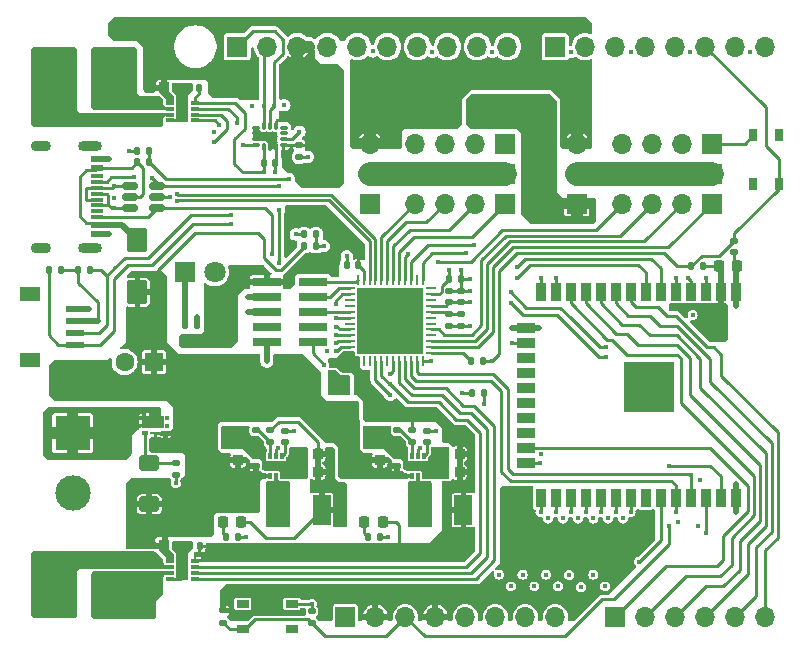
<source format=gbr>
%TF.GenerationSoftware,KiCad,Pcbnew,7.0.1*%
%TF.CreationDate,2023-09-13T21:21:08+01:00*%
%TF.ProjectId,101 PCB,31303120-5043-4422-9e6b-696361645f70,rev?*%
%TF.SameCoordinates,Original*%
%TF.FileFunction,Copper,L1,Top*%
%TF.FilePolarity,Positive*%
%FSLAX46Y46*%
G04 Gerber Fmt 4.6, Leading zero omitted, Abs format (unit mm)*
G04 Created by KiCad (PCBNEW 7.0.1) date 2023-09-13 21:21:08*
%MOMM*%
%LPD*%
G01*
G04 APERTURE LIST*
G04 Aperture macros list*
%AMRoundRect*
0 Rectangle with rounded corners*
0 $1 Rounding radius*
0 $2 $3 $4 $5 $6 $7 $8 $9 X,Y pos of 4 corners*
0 Add a 4 corners polygon primitive as box body*
4,1,4,$2,$3,$4,$5,$6,$7,$8,$9,$2,$3,0*
0 Add four circle primitives for the rounded corners*
1,1,$1+$1,$2,$3*
1,1,$1+$1,$4,$5*
1,1,$1+$1,$6,$7*
1,1,$1+$1,$8,$9*
0 Add four rect primitives between the rounded corners*
20,1,$1+$1,$2,$3,$4,$5,0*
20,1,$1+$1,$4,$5,$6,$7,0*
20,1,$1+$1,$6,$7,$8,$9,0*
20,1,$1+$1,$8,$9,$2,$3,0*%
G04 Aperture macros list end*
%TA.AperFunction,ComponentPad*%
%ADD10R,1.700000X1.700000*%
%TD*%
%TA.AperFunction,ComponentPad*%
%ADD11O,1.700000X1.700000*%
%TD*%
%TA.AperFunction,SMDPad,CuDef*%
%ADD12RoundRect,0.140000X0.170000X-0.140000X0.170000X0.140000X-0.170000X0.140000X-0.170000X-0.140000X0*%
%TD*%
%TA.AperFunction,SMDPad,CuDef*%
%ADD13RoundRect,0.140000X-0.170000X0.140000X-0.170000X-0.140000X0.170000X-0.140000X0.170000X0.140000X0*%
%TD*%
%TA.AperFunction,SMDPad,CuDef*%
%ADD14RoundRect,0.140000X-0.140000X-0.170000X0.140000X-0.170000X0.140000X0.170000X-0.140000X0.170000X0*%
%TD*%
%TA.AperFunction,SMDPad,CuDef*%
%ADD15RoundRect,0.087500X-0.225000X-0.087500X0.225000X-0.087500X0.225000X0.087500X-0.225000X0.087500X0*%
%TD*%
%TA.AperFunction,SMDPad,CuDef*%
%ADD16RoundRect,0.087500X-0.087500X-0.225000X0.087500X-0.225000X0.087500X0.225000X-0.087500X0.225000X0*%
%TD*%
%TA.AperFunction,SMDPad,CuDef*%
%ADD17RoundRect,0.225000X0.250000X-0.225000X0.250000X0.225000X-0.250000X0.225000X-0.250000X-0.225000X0*%
%TD*%
%TA.AperFunction,SMDPad,CuDef*%
%ADD18RoundRect,0.140000X0.140000X0.170000X-0.140000X0.170000X-0.140000X-0.170000X0.140000X-0.170000X0*%
%TD*%
%TA.AperFunction,SMDPad,CuDef*%
%ADD19R,1.140000X0.600000*%
%TD*%
%TA.AperFunction,SMDPad,CuDef*%
%ADD20R,1.140000X0.300000*%
%TD*%
%TA.AperFunction,ComponentPad*%
%ADD21O,2.000000X0.900000*%
%TD*%
%TA.AperFunction,ComponentPad*%
%ADD22O,1.700000X0.900000*%
%TD*%
%TA.AperFunction,SMDPad,CuDef*%
%ADD23RoundRect,0.135000X-0.135000X-0.185000X0.135000X-0.185000X0.135000X0.185000X-0.135000X0.185000X0*%
%TD*%
%TA.AperFunction,SMDPad,CuDef*%
%ADD24R,0.700000X0.300000*%
%TD*%
%TA.AperFunction,SMDPad,CuDef*%
%ADD25R,1.000000X1.700000*%
%TD*%
%TA.AperFunction,SMDPad,CuDef*%
%ADD26R,0.300000X0.475000*%
%TD*%
%TA.AperFunction,SMDPad,CuDef*%
%ADD27RoundRect,0.135000X0.135000X0.185000X-0.135000X0.185000X-0.135000X-0.185000X0.135000X-0.185000X0*%
%TD*%
%TA.AperFunction,SMDPad,CuDef*%
%ADD28R,1.050000X0.650000*%
%TD*%
%TA.AperFunction,SMDPad,CuDef*%
%ADD29RoundRect,0.135000X-0.185000X0.135000X-0.185000X-0.135000X0.185000X-0.135000X0.185000X0.135000X0*%
%TD*%
%TA.AperFunction,SMDPad,CuDef*%
%ADD30R,0.900000X1.500000*%
%TD*%
%TA.AperFunction,SMDPad,CuDef*%
%ADD31R,1.500000X0.900000*%
%TD*%
%TA.AperFunction,SMDPad,CuDef*%
%ADD32R,1.050000X1.050000*%
%TD*%
%TA.AperFunction,HeatsinkPad*%
%ADD33C,0.600000*%
%TD*%
%TA.AperFunction,SMDPad,CuDef*%
%ADD34R,4.200000X4.200000*%
%TD*%
%TA.AperFunction,SMDPad,CuDef*%
%ADD35RoundRect,0.250000X0.600000X-0.400000X0.600000X0.400000X-0.600000X0.400000X-0.600000X-0.400000X0*%
%TD*%
%TA.AperFunction,SMDPad,CuDef*%
%ADD36RoundRect,0.236111X0.613889X-0.813889X0.613889X0.813889X-0.613889X0.813889X-0.613889X-0.813889X0*%
%TD*%
%TA.AperFunction,SMDPad,CuDef*%
%ADD37R,1.550000X0.600000*%
%TD*%
%TA.AperFunction,SMDPad,CuDef*%
%ADD38R,1.800000X1.200000*%
%TD*%
%TA.AperFunction,ComponentPad*%
%ADD39R,1.600000X1.600000*%
%TD*%
%TA.AperFunction,ComponentPad*%
%ADD40C,1.600000*%
%TD*%
%TA.AperFunction,SMDPad,CuDef*%
%ADD41RoundRect,0.218750X-0.218750X-0.256250X0.218750X-0.256250X0.218750X0.256250X-0.218750X0.256250X0*%
%TD*%
%TA.AperFunction,SMDPad,CuDef*%
%ADD42R,0.650000X1.050000*%
%TD*%
%TA.AperFunction,SMDPad,CuDef*%
%ADD43RoundRect,0.225000X0.225000X0.250000X-0.225000X0.250000X-0.225000X-0.250000X0.225000X-0.250000X0*%
%TD*%
%TA.AperFunction,ComponentPad*%
%ADD44R,3.000000X3.000000*%
%TD*%
%TA.AperFunction,ComponentPad*%
%ADD45C,3.000000*%
%TD*%
%TA.AperFunction,SMDPad,CuDef*%
%ADD46R,1.500000X2.500000*%
%TD*%
%TA.AperFunction,SMDPad,CuDef*%
%ADD47R,0.350000X0.400000*%
%TD*%
%TA.AperFunction,SMDPad,CuDef*%
%ADD48R,0.500000X0.400000*%
%TD*%
%TA.AperFunction,SMDPad,CuDef*%
%ADD49R,0.920000X0.285000*%
%TD*%
%TA.AperFunction,SMDPad,CuDef*%
%ADD50R,1.600000X1.050000*%
%TD*%
%TA.AperFunction,SMDPad,CuDef*%
%ADD51RoundRect,0.225000X-0.225000X-0.250000X0.225000X-0.250000X0.225000X0.250000X-0.225000X0.250000X0*%
%TD*%
%TA.AperFunction,SMDPad,CuDef*%
%ADD52RoundRect,0.135000X0.185000X-0.135000X0.185000X0.135000X-0.185000X0.135000X-0.185000X-0.135000X0*%
%TD*%
%TA.AperFunction,SMDPad,CuDef*%
%ADD53RoundRect,0.150000X0.512500X0.150000X-0.512500X0.150000X-0.512500X-0.150000X0.512500X-0.150000X0*%
%TD*%
%TA.AperFunction,SMDPad,CuDef*%
%ADD54RoundRect,0.062500X0.062500X-0.375000X0.062500X0.375000X-0.062500X0.375000X-0.062500X-0.375000X0*%
%TD*%
%TA.AperFunction,SMDPad,CuDef*%
%ADD55RoundRect,0.062500X0.375000X-0.062500X0.375000X0.062500X-0.375000X0.062500X-0.375000X-0.062500X0*%
%TD*%
%TA.AperFunction,SMDPad,CuDef*%
%ADD56R,5.600000X5.600000*%
%TD*%
%TA.AperFunction,SMDPad,CuDef*%
%ADD57R,2.400000X0.740000*%
%TD*%
%TA.AperFunction,ComponentPad*%
%ADD58R,1.800000X1.800000*%
%TD*%
%TA.AperFunction,ComponentPad*%
%ADD59C,1.800000*%
%TD*%
%TA.AperFunction,ViaPad*%
%ADD60C,0.450000*%
%TD*%
%TA.AperFunction,Conductor*%
%ADD61C,0.250000*%
%TD*%
%TA.AperFunction,Conductor*%
%ADD62C,0.500000*%
%TD*%
%TA.AperFunction,Conductor*%
%ADD63C,1.000000*%
%TD*%
%TA.AperFunction,Conductor*%
%ADD64C,2.000000*%
%TD*%
G04 APERTURE END LIST*
D10*
%TO.P,J106,1,Pin_1*%
%TO.N,VDDIO1*%
X166630000Y-75750000D03*
D11*
%TO.P,J106,2,Pin_2*%
X164090000Y-75750000D03*
%TO.P,J106,3,Pin_3*%
X161550000Y-75750000D03*
%TO.P,J106,4,Pin_4*%
X159010000Y-75750000D03*
%TD*%
D12*
%TO.P,C125,1*%
%TO.N,+3.3V*%
X145400000Y-86617500D03*
%TO.P,C125,2*%
%TO.N,GND*%
X145400000Y-85657500D03*
%TD*%
D13*
%TO.P,C117,1*%
%TO.N,+3.3V*%
X134537500Y-91820000D03*
%TO.P,C117,2*%
%TO.N,GND*%
X134537500Y-92780000D03*
%TD*%
D14*
%TO.P,C116,1*%
%TO.N,VIN*%
X120270000Y-68500000D03*
%TO.P,C116,2*%
%TO.N,GND*%
X121230000Y-68500000D03*
%TD*%
D15*
%TO.P,U104,1,SDO/SA0*%
%TO.N,GND*%
X128037500Y-71850000D03*
%TO.P,U104,2,SDX*%
X128037500Y-72350000D03*
%TO.P,U104,3,SCX*%
X128037500Y-72850000D03*
%TO.P,U104,4,INT1*%
%TO.N,IMU_INT1*%
X128037500Y-73350000D03*
D16*
%TO.P,U104,5,VDDIO*%
%TO.N,+3.3V*%
X128700000Y-73512500D03*
%TO.P,U104,6,GND*%
%TO.N,GND*%
X129200000Y-73512500D03*
%TO.P,U104,7,GND*%
X129700000Y-73512500D03*
D15*
%TO.P,U104,8,VDD*%
%TO.N,+3.3V*%
X130362500Y-73350000D03*
%TO.P,U104,9,INT2*%
%TO.N,IMU_INT2*%
X130362500Y-72850000D03*
%TO.P,U104,10,NC*%
%TO.N,unconnected-(U104-NC-Pad10)*%
X130362500Y-72350000D03*
%TO.P,U104,11,NC*%
%TO.N,unconnected-(U104-NC-Pad11)*%
X130362500Y-71850000D03*
D16*
%TO.P,U104,12,CS*%
%TO.N,+3.3V*%
X129700000Y-71687500D03*
%TO.P,U104,13,SCL*%
%TO.N,SCL*%
X129200000Y-71687500D03*
%TO.P,U104,14,SDA*%
%TO.N,SDA*%
X128700000Y-71687500D03*
%TD*%
D13*
%TO.P,C126,1*%
%TO.N,VREF+*%
X144400000Y-87657500D03*
%TO.P,C126,2*%
%TO.N,GND*%
X144400000Y-88617500D03*
%TD*%
D17*
%TO.P,C105,1*%
%TO.N,VIN*%
X126500000Y-100025000D03*
%TO.P,C105,2*%
%TO.N,GND*%
X126500000Y-98475000D03*
%TD*%
D13*
%TO.P,C1,1*%
%TO.N,IO0*%
X168500000Y-81420000D03*
%TO.P,C1,2*%
%TO.N,GND*%
X168500000Y-82380000D03*
%TD*%
D12*
%TO.P,C107,1*%
%TO.N,VIN*%
X140000000Y-100480000D03*
%TO.P,C107,2*%
%TO.N,GND*%
X140000000Y-99520000D03*
%TD*%
D18*
%TO.P,C122,1*%
%TO.N,+3.3V*%
X136645151Y-93137786D03*
%TO.P,C122,2*%
%TO.N,GND*%
X135685151Y-93137786D03*
%TD*%
D19*
%TO.P,J101,A1_B12,GND*%
%TO.N,GND*%
X114550000Y-74500000D03*
%TO.P,J101,A4_B9,VBUS*%
%TO.N,VBUS*%
X114550000Y-75300000D03*
D20*
%TO.P,J101,A5,CC1*%
%TO.N,CC1*%
X114550000Y-76450000D03*
%TO.P,J101,A6,DP1*%
%TO.N,USB_DP*%
X114550000Y-77450000D03*
%TO.P,J101,A7,DN1*%
%TO.N,USB_DN*%
X114550000Y-77950000D03*
%TO.P,J101,A8,SBU1*%
%TO.N,unconnected-(J101-SBU1-PadA8)*%
X114550000Y-78950000D03*
D19*
%TO.P,J101,B1_A12,GND*%
%TO.N,GND*%
X114550000Y-80900000D03*
%TO.P,J101,B4_A9,VBUS*%
%TO.N,VBUS*%
X114550000Y-80100000D03*
D20*
%TO.P,J101,B5,CC2*%
%TO.N,CC2*%
X114550000Y-79450000D03*
%TO.P,J101,B6,DP2*%
%TO.N,USB_DP*%
X114550000Y-78450000D03*
%TO.P,J101,B7,DN2*%
%TO.N,USB_DN*%
X114550000Y-76950000D03*
%TO.P,J101,B8,SBU2*%
%TO.N,unconnected-(J101-SBU2-PadB8)*%
X114550000Y-75950000D03*
D21*
%TO.P,J101,S1,SHIELD*%
%TO.N,unconnected-(J101-SHIELD-PadS1)*%
X113970000Y-73375000D03*
%TO.P,J101,S2,SHIELD*%
%TO.N,unconnected-(J101-SHIELD-PadS2)*%
X113970000Y-82025000D03*
D22*
%TO.P,J101,S3,SHIELD*%
%TO.N,unconnected-(J101-SHIELD-PadS3)*%
X109800000Y-73375000D03*
%TO.P,J101,S4,SHIELD*%
%TO.N,unconnected-(J101-SHIELD-PadS4)*%
X109800000Y-82025000D03*
%TD*%
D10*
%TO.P,J108,1,Pin_1*%
%TO.N,GND*%
X166630000Y-73210000D03*
D11*
%TO.P,J108,2,Pin_2*%
X164090000Y-73210000D03*
%TO.P,J108,3,Pin_3*%
X161550000Y-73210000D03*
%TO.P,J108,4,Pin_4*%
X159010000Y-73210000D03*
%TD*%
D10*
%TO.P,J1,1,Pin_1*%
%TO.N,SCL*%
X126460000Y-65001000D03*
D11*
%TO.P,J1,2,Pin_2*%
%TO.N,SDA*%
X129000000Y-65001000D03*
%TO.P,J1,3,Pin_3*%
%TO.N,+3.3V*%
X131540000Y-65001000D03*
%TO.P,J1,4,Pin_4*%
%TO.N,GND*%
X134080000Y-65001000D03*
%TO.P,J1,5,Pin_5*%
%TO.N,GPIO13*%
X136620000Y-65001000D03*
%TO.P,J1,6,Pin_6*%
%TO.N,GPIO2*%
X139160000Y-65001000D03*
%TO.P,J1,7,Pin_7*%
%TO.N,GPIO12*%
X141700000Y-65001000D03*
%TO.P,J1,8,Pin_8*%
%TO.N,GPIO14*%
X144240000Y-65001000D03*
%TO.P,J1,9,Pin_9*%
%TO.N,GPIO4*%
X146780000Y-65001000D03*
%TO.P,J1,10,Pin_10*%
%TO.N,GPIO16*%
X149320000Y-65001000D03*
%TD*%
D23*
%TO.P,R106,1*%
%TO.N,/3V3_LED_K*%
X137490000Y-106500000D03*
%TO.P,R106,2*%
%TO.N,GND*%
X138510000Y-106500000D03*
%TD*%
D24*
%TO.P,IC105,1,VM*%
%TO.N,VIN*%
X120750000Y-69750000D03*
%TO.P,IC105,2,OUT1*%
%TO.N,/M2_OUT1*%
X120750000Y-70250000D03*
%TO.P,IC105,3,OUT2*%
%TO.N,/M2_OUT2*%
X120750000Y-70750000D03*
%TO.P,IC105,4,GND*%
%TO.N,GND*%
X120750000Y-71250000D03*
%TO.P,IC105,5,IN2*%
%TO.N,M2_IN2*%
X122850000Y-71250000D03*
%TO.P,IC105,6,IN1*%
%TO.N,M2_IN1*%
X122850000Y-70750000D03*
%TO.P,IC105,7,~{SLEEP}*%
%TO.N,MOTOR_SLEEP*%
X122850000Y-70250000D03*
%TO.P,IC105,8,VCC*%
%TO.N,+3.3V*%
X122850000Y-69750000D03*
D25*
%TO.P,IC105,9,GND*%
%TO.N,GND*%
X121800000Y-70500000D03*
%TD*%
D26*
%TO.P,IC101,1,VIN*%
%TO.N,VIN*%
X129250000Y-101338000D03*
%TO.P,IC101,2,SW*%
%TO.N,/5V_SW*%
X129750000Y-101338000D03*
%TO.P,IC101,3,GND*%
%TO.N,GND*%
X130250000Y-101338000D03*
%TO.P,IC101,4,BST*%
%TO.N,/5V_BST*%
X130250000Y-99662000D03*
%TO.P,IC101,5,EN*%
%TO.N,VIN*%
X129750000Y-99662000D03*
%TO.P,IC101,6,FB*%
%TO.N,/5V_FB*%
X129250000Y-99662000D03*
%TD*%
D12*
%TO.P,C118,1*%
%TO.N,EN*%
X132750000Y-113780000D03*
%TO.P,C118,2*%
%TO.N,GND*%
X132750000Y-112820000D03*
%TD*%
D23*
%TO.P,R109,1*%
%TO.N,VBUS*%
X117990000Y-74810000D03*
%TO.P,R109,2*%
%TO.N,VBUS{slash}11*%
X119010000Y-74810000D03*
%TD*%
D27*
%TO.P,R3,1*%
%TO.N,GND*%
X123010000Y-88600000D03*
%TO.P,R3,2*%
%TO.N,/STM_LED_K*%
X121990000Y-88600000D03*
%TD*%
D28*
%TO.P,S101,1,NO_1*%
%TO.N,unconnected-(S101-NO_1-Pad1)*%
X131075000Y-114325000D03*
%TO.P,S101,2,NO_2*%
%TO.N,EN*%
X126925000Y-114325000D03*
%TO.P,S101,3,COM_1*%
%TO.N,GND*%
X131075000Y-112175000D03*
%TO.P,S101,4,COM_2*%
%TO.N,unconnected-(S101-COM_2-Pad4)*%
X126925000Y-112175000D03*
%TD*%
D14*
%TO.P,C112,1*%
%TO.N,+3.3V*%
X128720000Y-74850000D03*
%TO.P,C112,2*%
%TO.N,GND*%
X129680000Y-74850000D03*
%TD*%
D23*
%TO.P,R114,1*%
%TO.N,/STM32_EN*%
X146290000Y-94300000D03*
%TO.P,R114,2*%
%TO.N,EN*%
X147310000Y-94300000D03*
%TD*%
D10*
%TO.P,J109,1,Pin_1*%
%TO.N,GND*%
X149090000Y-73210000D03*
D11*
%TO.P,J109,2,Pin_2*%
X146550000Y-73210000D03*
%TO.P,J109,3,Pin_3*%
X144010000Y-73210000D03*
%TO.P,J109,4,Pin_4*%
X141470000Y-73210000D03*
%TD*%
D29*
%TO.P,R104,1*%
%TO.N,+3.3V*%
X141250000Y-97490000D03*
%TO.P,R104,2*%
%TO.N,/3V3_FB*%
X141250000Y-98510000D03*
%TD*%
D17*
%TO.P,C106,1*%
%TO.N,VIN*%
X138500000Y-100025000D03*
%TO.P,C106,2*%
%TO.N,GND*%
X138500000Y-98475000D03*
%TD*%
D10*
%TO.P,JP102,1,A*%
%TO.N,+5V*%
X137660000Y-78290000D03*
D11*
%TO.P,JP102,2,C*%
%TO.N,VDDIO2*%
X137660000Y-75750000D03*
%TO.P,JP102,3,B*%
%TO.N,VIN*%
X137660000Y-73210000D03*
%TD*%
D23*
%TO.P,R111,1*%
%TO.N,VIN*%
X132090000Y-81880000D03*
%TO.P,R111,2*%
%TO.N,VIN{slash}11*%
X133110000Y-81880000D03*
%TD*%
D12*
%TO.P,C102,1*%
%TO.N,VIN*%
X128000000Y-100480000D03*
%TO.P,C102,2*%
%TO.N,GND*%
X128000000Y-99520000D03*
%TD*%
D30*
%TO.P,U101,1,GND*%
%TO.N,GND*%
X168635000Y-85750000D03*
%TO.P,U101,2,VDD*%
%TO.N,+3.3V*%
X167365000Y-85750000D03*
%TO.P,U101,3,EN*%
%TO.N,EN*%
X166095000Y-85750000D03*
%TO.P,U101,4,SENSOR_VP*%
%TO.N,VIN{slash}11*%
X164825000Y-85750000D03*
%TO.P,U101,5,SENSOR_VN*%
%TO.N,VBUS{slash}11*%
X163555000Y-85750000D03*
%TO.P,U101,6,IO34*%
%TO.N,IMU_INT1*%
X162285000Y-85750000D03*
%TO.P,U101,7,IO35*%
%TO.N,IMU_INT2*%
X161015000Y-85750000D03*
%TO.P,U101,8,IO32*%
%TO.N,GPIO32*%
X159745000Y-85750000D03*
%TO.P,U101,9,IO33*%
%TO.N,GPIO33*%
X158475000Y-85750000D03*
%TO.P,U101,10,IO25*%
%TO.N,GPIO25*%
X157205000Y-85750000D03*
%TO.P,U101,11,IO26*%
%TO.N,GPIO26*%
X155935000Y-85750000D03*
%TO.P,U101,12,IO27*%
%TO.N,GPIO27*%
X154665000Y-85750000D03*
%TO.P,U101,13,IO14*%
%TO.N,GPIO14*%
X153395000Y-85750000D03*
%TO.P,U101,14,IO12*%
%TO.N,GPIO12*%
X152125000Y-85750000D03*
D31*
%TO.P,U101,15,GND*%
%TO.N,GND*%
X150875000Y-88790000D03*
%TO.P,U101,16,IO13*%
%TO.N,GPIO13*%
X150875000Y-90060000D03*
%TO.P,U101,17,SHD/SD2*%
%TO.N,unconnected-(U101-SHD{slash}SD2-Pad17)*%
X150875000Y-91330000D03*
%TO.P,U101,18,SWP/SD3*%
%TO.N,unconnected-(U101-SWP{slash}SD3-Pad18)*%
X150875000Y-92600000D03*
%TO.P,U101,19,SCS/CMD*%
%TO.N,unconnected-(U101-SCS{slash}CMD-Pad19)*%
X150875000Y-93870000D03*
%TO.P,U101,20,SCK/CLK*%
%TO.N,unconnected-(U101-SCK{slash}CLK-Pad20)*%
X150875000Y-95140000D03*
%TO.P,U101,21,SDO/SD0*%
%TO.N,unconnected-(U101-SDO{slash}SD0-Pad21)*%
X150875000Y-96410000D03*
%TO.P,U101,22,SDI/SD1*%
%TO.N,unconnected-(U101-SDI{slash}SD1-Pad22)*%
X150875000Y-97680000D03*
%TO.P,U101,23,IO15*%
%TO.N,GPIO15*%
X150875000Y-98950000D03*
%TO.P,U101,24,IO2*%
%TO.N,GPIO2*%
X150875000Y-100220000D03*
D30*
%TO.P,U101,25,IO0*%
%TO.N,IO0*%
X152125000Y-103250000D03*
%TO.P,U101,26,IO4*%
%TO.N,GPIO4*%
X153395000Y-103250000D03*
%TO.P,U101,27,IO16*%
%TO.N,GPIO16*%
X154665000Y-103250000D03*
%TO.P,U101,28,IO17*%
%TO.N,GPIO17*%
X155935000Y-103250000D03*
%TO.P,U101,29,IO5*%
%TO.N,GPIO5*%
X157205000Y-103250000D03*
%TO.P,U101,30,IO18*%
%TO.N,GPIO18*%
X158475000Y-103250000D03*
%TO.P,U101,31,IO19*%
%TO.N,GPIO19*%
X159745000Y-103250000D03*
%TO.P,U101,32,NC*%
%TO.N,unconnected-(U101-NC-Pad32)*%
X161015000Y-103250000D03*
%TO.P,U101,33,IO21*%
%TO.N,SDA*%
X162285000Y-103250000D03*
%TO.P,U101,34,RXD0/IO3*%
%TO.N,ESP32_RX*%
X163555000Y-103250000D03*
%TO.P,U101,35,TXD0/IO1*%
%TO.N,ESP32_TX*%
X164825000Y-103250000D03*
%TO.P,U101,36,IO22*%
%TO.N,SCL*%
X166095000Y-103250000D03*
%TO.P,U101,37,IO23*%
%TO.N,GPIO23*%
X167365000Y-103250000D03*
%TO.P,U101,38,GND*%
%TO.N,GND*%
X168635000Y-103250000D03*
D32*
%TO.P,U101,39,GND*%
X162820000Y-92295000D03*
D33*
X162057500Y-92295000D03*
D32*
X161295000Y-92295000D03*
D33*
X160532500Y-92295000D03*
D32*
X159770000Y-92295000D03*
D33*
X162820000Y-93057500D03*
X161295000Y-93057500D03*
X159770000Y-93057500D03*
D32*
X162820000Y-93820000D03*
D33*
X162057500Y-93820000D03*
D32*
X161295000Y-93820000D03*
D34*
X161295000Y-93820000D03*
D33*
X160532500Y-93820000D03*
D32*
X159770000Y-93820000D03*
D33*
X162820000Y-94582500D03*
X161295000Y-94582500D03*
X159770000Y-94582500D03*
D32*
X162820000Y-95345000D03*
D33*
X162057500Y-95345000D03*
D32*
X161295000Y-95345000D03*
D33*
X160532500Y-95345000D03*
D32*
X159770000Y-95345000D03*
%TD*%
D35*
%TO.P,D104,1,K*%
%TO.N,VIN*%
X119000000Y-103750000D03*
%TO.P,D104,2,A*%
%TO.N,/RP_PMOS_G*%
X119000000Y-100250000D03*
%TD*%
D18*
%TO.P,C113,1*%
%TO.N,+3.3V*%
X123280000Y-107300000D03*
%TO.P,C113,2*%
%TO.N,GND*%
X122320000Y-107300000D03*
%TD*%
D29*
%TO.P,R101,1*%
%TO.N,+5V*%
X129250000Y-97490000D03*
%TO.P,R101,2*%
%TO.N,/5V_FB*%
X129250000Y-98510000D03*
%TD*%
D27*
%TO.P,R4,1*%
%TO.N,SDA*%
X114010000Y-83900000D03*
%TO.P,R4,2*%
%TO.N,+3.3V*%
X112990000Y-83900000D03*
%TD*%
D36*
%TO.P,D2,1,K*%
%TO.N,VIN*%
X117998980Y-85800560D03*
%TO.P,D2,2,A*%
%TO.N,VBUS*%
X117998980Y-81400560D03*
%TD*%
D37*
%TO.P,J111,1,1*%
%TO.N,GND*%
X112750000Y-87250000D03*
%TO.P,J111,2,2*%
%TO.N,+3.3V*%
X112750000Y-88250000D03*
%TO.P,J111,3,3*%
%TO.N,SDA*%
X112750000Y-89250000D03*
%TO.P,J111,4,4*%
%TO.N,SCL*%
X112750000Y-90250000D03*
D38*
%TO.P,J111,S1,SHIELD*%
%TO.N,unconnected-(J111-SHIELD-PadS1)*%
X108875000Y-85950000D03*
%TO.P,J111,S2,SHIELD*%
%TO.N,unconnected-(J111-SHIELD-PadS2)*%
X108875000Y-91550000D03*
%TD*%
D39*
%TO.P,C119,1*%
%TO.N,VIN*%
X119405113Y-91700000D03*
D40*
%TO.P,C119,2*%
%TO.N,GND*%
X116905113Y-91700000D03*
%TD*%
D41*
%TO.P,D101,1,K*%
%TO.N,/5V_LED_K*%
X125212500Y-105250000D03*
%TO.P,D101,2,A*%
%TO.N,+5V*%
X126787500Y-105250000D03*
%TD*%
D10*
%TO.P,J5,1,Pin_1*%
%TO.N,GPIO15*%
X158455000Y-113260000D03*
D11*
%TO.P,J5,2,Pin_2*%
%TO.N,GPIO27*%
X160995000Y-113260000D03*
%TO.P,J5,3,Pin_3*%
%TO.N,GPIO26*%
X163535000Y-113260000D03*
%TO.P,J5,4,Pin_4*%
%TO.N,GPIO25*%
X166075000Y-113260000D03*
%TO.P,J5,5,Pin_5*%
%TO.N,GPIO33*%
X168615000Y-113260000D03*
%TO.P,J5,6,Pin_6*%
%TO.N,GPIO32*%
X171155000Y-113260000D03*
%TD*%
D23*
%TO.P,R1,1*%
%TO.N,IO0*%
X164890000Y-83600000D03*
%TO.P,R1,2*%
%TO.N,+3.3V*%
X165910000Y-83600000D03*
%TD*%
D42*
%TO.P,S102,1,NO_1*%
%TO.N,unconnected-(S102-NO_1-Pad1)*%
X172275000Y-72525000D03*
%TO.P,S102,2,NO_2*%
%TO.N,IO0*%
X172275000Y-76675000D03*
%TO.P,S102,3,COM_1*%
%TO.N,GND*%
X170125000Y-72525000D03*
%TO.P,S102,4,COM_2*%
%TO.N,unconnected-(S102-COM_2-Pad4)*%
X170125000Y-76675000D03*
%TD*%
D10*
%TO.P,J105,1,Pin_1*%
%TO.N,S4*%
X149090000Y-78290000D03*
D11*
%TO.P,J105,2,Pin_2*%
%TO.N,S5*%
X146550000Y-78290000D03*
%TO.P,J105,3,Pin_3*%
%TO.N,S6*%
X144010000Y-78290000D03*
%TO.P,J105,4,Pin_4*%
%TO.N,S7*%
X141470000Y-78290000D03*
%TD*%
D27*
%TO.P,R110,1*%
%TO.N,VBUS{slash}11*%
X119010000Y-73810000D03*
%TO.P,R110,2*%
%TO.N,GND*%
X117990000Y-73810000D03*
%TD*%
D43*
%TO.P,C104,1*%
%TO.N,+5V*%
X133275000Y-101000000D03*
%TO.P,C104,2*%
%TO.N,GND*%
X131725000Y-101000000D03*
%TD*%
D44*
%TO.P,J102,1,Pin_1*%
%TO.N,/M1_OUT1*%
X110960000Y-111500000D03*
D45*
%TO.P,J102,2,Pin_2*%
%TO.N,/M1_OUT2*%
X116040000Y-111500000D03*
%TD*%
D23*
%TO.P,R103,1*%
%TO.N,/5V_LED_K*%
X125490000Y-106500000D03*
%TO.P,R103,2*%
%TO.N,GND*%
X126510000Y-106500000D03*
%TD*%
D10*
%TO.P,J107,1,Pin_1*%
%TO.N,VDDIO2*%
X149090000Y-75750000D03*
D11*
%TO.P,J107,2,Pin_2*%
X146550000Y-75750000D03*
%TO.P,J107,3,Pin_3*%
X144010000Y-75750000D03*
%TO.P,J107,4,Pin_4*%
X141470000Y-75750000D03*
%TD*%
D10*
%TO.P,J104,1,Pin_1*%
%TO.N,S0*%
X166630000Y-78290000D03*
D11*
%TO.P,J104,2,Pin_2*%
%TO.N,S1*%
X164090000Y-78290000D03*
%TO.P,J104,3,Pin_3*%
%TO.N,S2*%
X161550000Y-78290000D03*
%TO.P,J104,4,Pin_4*%
%TO.N,S3*%
X159010000Y-78290000D03*
%TD*%
D46*
%TO.P,L102,1*%
%TO.N,/3V3_SW*%
X141900000Y-104250000D03*
%TO.P,L102,2*%
%TO.N,+3.3V*%
X145600000Y-104250000D03*
%TD*%
D29*
%TO.P,R108,1*%
%TO.N,/RP_PMOS_G*%
X121250000Y-100240000D03*
%TO.P,R108,2*%
%TO.N,GND*%
X121250000Y-101260000D03*
%TD*%
D26*
%TO.P,IC103,1,VIN*%
%TO.N,VIN*%
X141250000Y-101338000D03*
%TO.P,IC103,2,SW*%
%TO.N,/3V3_SW*%
X141750000Y-101338000D03*
%TO.P,IC103,3,GND*%
%TO.N,GND*%
X142250000Y-101338000D03*
%TO.P,IC103,4,BST*%
%TO.N,/3V3_BST*%
X142250000Y-99662000D03*
%TO.P,IC103,5,EN*%
%TO.N,VIN*%
X141750000Y-99662000D03*
%TO.P,IC103,6,FB*%
%TO.N,/3V3_FB*%
X141250000Y-99662000D03*
%TD*%
D47*
%TO.P,Q101,1,D_1*%
%TO.N,+BATT*%
X118525000Y-96450000D03*
%TO.P,Q101,2,D_2*%
X118525000Y-97100000D03*
D48*
%TO.P,Q101,3,G*%
%TO.N,/RP_PMOS_G*%
X118600000Y-97750000D03*
%TO.P,Q101,4,S_1*%
%TO.N,VIN*%
X120400000Y-97750000D03*
D47*
%TO.P,Q101,5,D_3*%
%TO.N,+BATT*%
X120475000Y-97100000D03*
%TO.P,Q101,6,D_4*%
X120475000Y-96450000D03*
D49*
%TO.P,Q101,7,S_2*%
%TO.N,VIN*%
X119500000Y-97750000D03*
D50*
%TO.P,Q101,8,D_5*%
%TO.N,+BATT*%
X119500000Y-96775000D03*
%TD*%
D23*
%TO.P,R5,1*%
%TO.N,SCL*%
X110490000Y-83900000D03*
%TO.P,R5,2*%
%TO.N,+3.3V*%
X111510000Y-83900000D03*
%TD*%
D29*
%TO.P,R102,1*%
%TO.N,/5V_FB*%
X128000000Y-97470000D03*
%TO.P,R102,2*%
%TO.N,GND*%
X128000000Y-98490000D03*
%TD*%
D43*
%TO.P,C103,1*%
%TO.N,+5V*%
X133275000Y-99500000D03*
%TO.P,C103,2*%
%TO.N,GND*%
X131725000Y-99500000D03*
%TD*%
D46*
%TO.P,L101,1*%
%TO.N,/5V_SW*%
X129900000Y-104250000D03*
%TO.P,L101,2*%
%TO.N,+5V*%
X133600000Y-104250000D03*
%TD*%
D14*
%TO.P,C114,1*%
%TO.N,VIN*%
X120320000Y-107300000D03*
%TO.P,C114,2*%
%TO.N,GND*%
X121280000Y-107300000D03*
%TD*%
D18*
%TO.P,C124,1*%
%TO.N,+3.3V*%
X136680000Y-83500000D03*
%TO.P,C124,2*%
%TO.N,GND*%
X135720000Y-83500000D03*
%TD*%
D10*
%TO.P,J3,1,Pin_1*%
%TO.N,GPIO17*%
X153382000Y-65003000D03*
D11*
%TO.P,J3,2,Pin_2*%
%TO.N,GPIO5*%
X155922000Y-65003000D03*
%TO.P,J3,3,Pin_3*%
%TO.N,GPIO18*%
X158462000Y-65003000D03*
%TO.P,J3,4,Pin_4*%
%TO.N,GPIO19*%
X161002000Y-65003000D03*
%TO.P,J3,5,Pin_5*%
%TO.N,GPIO23*%
X163542000Y-65003000D03*
%TO.P,J3,6,Pin_6*%
%TO.N,IO0*%
X166082000Y-65003000D03*
%TO.P,J3,7,Pin_7*%
%TO.N,ESP32_TX*%
X168622000Y-65003000D03*
%TO.P,J3,8,Pin_8*%
%TO.N,ESP32_RX*%
X171162000Y-65003000D03*
%TD*%
D43*
%TO.P,C110,1*%
%TO.N,+3.3V*%
X145275000Y-101000000D03*
%TO.P,C110,2*%
%TO.N,GND*%
X143725000Y-101000000D03*
%TD*%
%TO.P,C109,1*%
%TO.N,+3.3V*%
X145275000Y-99500000D03*
%TO.P,C109,2*%
%TO.N,GND*%
X143725000Y-99500000D03*
%TD*%
D51*
%TO.P,C2,1*%
%TO.N,+3.3V*%
X167225000Y-83600000D03*
%TO.P,C2,2*%
%TO.N,GND*%
X168775000Y-83600000D03*
%TD*%
D13*
%TO.P,C111,1*%
%TO.N,+3.3V*%
X131700000Y-73370000D03*
%TO.P,C111,2*%
%TO.N,GND*%
X131700000Y-74330000D03*
%TD*%
D14*
%TO.P,C120,1*%
%TO.N,+3.3V*%
X144400000Y-84637500D03*
%TO.P,C120,2*%
%TO.N,GND*%
X145360000Y-84637500D03*
%TD*%
D10*
%TO.P,JP101,1,A*%
%TO.N,+5V*%
X155200000Y-78290000D03*
D11*
%TO.P,JP101,2,C*%
%TO.N,VDDIO1*%
X155200000Y-75750000D03*
%TO.P,JP101,3,B*%
%TO.N,VIN*%
X155200000Y-73210000D03*
%TD*%
D18*
%TO.P,C121,1*%
%TO.N,+3.3V*%
X136645151Y-94137786D03*
%TO.P,C121,2*%
%TO.N,GND*%
X135685151Y-94137786D03*
%TD*%
D10*
%TO.P,J4,1,Pin_1*%
%TO.N,unconnected-(J4-Pin_1-Pad1)*%
X135597000Y-113264000D03*
D11*
%TO.P,J4,2,Pin_2*%
%TO.N,+3.3V*%
X138137000Y-113264000D03*
%TO.P,J4,3,Pin_3*%
%TO.N,EN*%
X140677000Y-113264000D03*
%TO.P,J4,4,Pin_4*%
%TO.N,+3.3V*%
X143217000Y-113264000D03*
%TO.P,J4,5,Pin_5*%
%TO.N,+5V*%
X145757000Y-113264000D03*
%TO.P,J4,6,Pin_6*%
%TO.N,GND*%
X148297000Y-113264000D03*
%TO.P,J4,7,Pin_7*%
X150837000Y-113264000D03*
%TO.P,J4,8,Pin_8*%
%TO.N,VIN*%
X153377000Y-113264000D03*
%TD*%
D18*
%TO.P,C115,1*%
%TO.N,+3.3V*%
X123230000Y-68500000D03*
%TO.P,C115,2*%
%TO.N,GND*%
X122270000Y-68500000D03*
%TD*%
D44*
%TO.P,J103,1,Pin_1*%
%TO.N,/M2_OUT1*%
X116040000Y-67000000D03*
D45*
%TO.P,J103,2,Pin_2*%
%TO.N,/M2_OUT2*%
X110960000Y-67000000D03*
%TD*%
D29*
%TO.P,R105,1*%
%TO.N,/3V3_FB*%
X140000000Y-97470000D03*
%TO.P,R105,2*%
%TO.N,GND*%
X140000000Y-98490000D03*
%TD*%
D23*
%TO.P,R2,1*%
%TO.N,/STM32_IO0*%
X146240000Y-91600000D03*
%TO.P,R2,2*%
%TO.N,IO0*%
X147260000Y-91600000D03*
%TD*%
D52*
%TO.P,R107,1*%
%TO.N,EN*%
X125250000Y-113760000D03*
%TO.P,R107,2*%
%TO.N,+3.3V*%
X125250000Y-112740000D03*
%TD*%
D53*
%TO.P,U103,1,IO1*%
%TO.N,CC2*%
X119637500Y-78700000D03*
%TO.P,U103,2,GND*%
%TO.N,GND*%
X119637500Y-77750000D03*
%TO.P,U103,3,IO2*%
%TO.N,CC1*%
X119637500Y-76800000D03*
%TO.P,U103,4,IO3*%
%TO.N,USB_DN*%
X117362500Y-76800000D03*
%TO.P,U103,5,VBUS*%
%TO.N,VBUS*%
X117362500Y-77750000D03*
%TO.P,U103,6,IO4*%
%TO.N,USB_DP*%
X117362500Y-78700000D03*
%TD*%
D44*
%TO.P,J110,1,Pin_1*%
%TO.N,+BATT*%
X112500000Y-97710000D03*
D45*
%TO.P,J110,2,Pin_2*%
%TO.N,GND*%
X112500000Y-102790000D03*
%TD*%
D12*
%TO.P,C101,1*%
%TO.N,/5V_BST*%
X130500000Y-98480000D03*
%TO.P,C101,2*%
%TO.N,/5V_SW*%
X130500000Y-97520000D03*
%TD*%
D54*
%TO.P,U106,1,VBAT*%
%TO.N,+3.3V*%
X136650000Y-91637500D03*
%TO.P,U106,2,PC13*%
%TO.N,unconnected-(U106-PC13-Pad2)*%
X137150000Y-91637500D03*
%TO.P,U106,3,PC14*%
%TO.N,unconnected-(U106-PC14-Pad3)*%
X137650000Y-91637500D03*
%TO.P,U106,4,PC15*%
%TO.N,/STM_LED_A*%
X138150000Y-91637500D03*
%TO.P,U106,5,PF0*%
%TO.N,MOTOR_SLEEP*%
X138650000Y-91637500D03*
%TO.P,U106,6,PF1*%
%TO.N,unconnected-(U106-PF1-Pad6)*%
X139150000Y-91637500D03*
%TO.P,U106,7,PG10*%
%TO.N,NRST*%
X139650000Y-91637500D03*
%TO.P,U106,8,PA0*%
%TO.N,M1_IN1*%
X140150000Y-91637500D03*
%TO.P,U106,9,PA1*%
%TO.N,M1_IN2*%
X140650000Y-91637500D03*
%TO.P,U106,10,PA2*%
%TO.N,ESP32_RX*%
X141150000Y-91637500D03*
%TO.P,U106,11,PA3*%
%TO.N,ESP32_TX*%
X141650000Y-91637500D03*
%TO.P,U106,12,PA4*%
%TO.N,/STM32_EN*%
X142150000Y-91637500D03*
D55*
%TO.P,U106,13,PA5*%
%TO.N,/STM32_IO0*%
X142837500Y-90950000D03*
%TO.P,U106,14,PA6*%
%TO.N,S0*%
X142837500Y-90450000D03*
%TO.P,U106,15,PA7*%
%TO.N,S1*%
X142837500Y-89950000D03*
%TO.P,U106,16,PC4*%
%TO.N,unconnected-(U106-PC4-Pad16)*%
X142837500Y-89450000D03*
%TO.P,U106,17,PB0*%
%TO.N,S2*%
X142837500Y-88950000D03*
%TO.P,U106,18,PB1*%
%TO.N,unconnected-(U106-PB1-Pad18)*%
X142837500Y-88450000D03*
%TO.P,U106,19,PB2*%
%TO.N,unconnected-(U106-PB2-Pad19)*%
X142837500Y-87950000D03*
%TO.P,U106,20,VREF+*%
%TO.N,VREF+*%
X142837500Y-87450000D03*
%TO.P,U106,21,VDDA*%
%TO.N,+3.3V*%
X142837500Y-86950000D03*
%TO.P,U106,22,PB10*%
%TO.N,unconnected-(U106-PB10-Pad22)*%
X142837500Y-86450000D03*
%TO.P,U106,23,VDD*%
%TO.N,+3.3V*%
X142837500Y-85950000D03*
%TO.P,U106,24,PB11*%
%TO.N,unconnected-(U106-PB11-Pad24)*%
X142837500Y-85450000D03*
D54*
%TO.P,U106,25,PB12*%
%TO.N,VIN{slash}11*%
X142150000Y-84762500D03*
%TO.P,U106,26,PB13*%
%TO.N,unconnected-(U106-PB13-Pad26)*%
X141650000Y-84762500D03*
%TO.P,U106,27,PB14*%
%TO.N,VBUS{slash}11*%
X141150000Y-84762500D03*
%TO.P,U106,28,PB15*%
%TO.N,S3*%
X140650000Y-84762500D03*
%TO.P,U106,29,PC6*%
%TO.N,S4*%
X140150000Y-84762500D03*
%TO.P,U106,30,PA8*%
%TO.N,S5*%
X139650000Y-84762500D03*
%TO.P,U106,31,PA9*%
%TO.N,S6*%
X139150000Y-84762500D03*
%TO.P,U106,32,PA10*%
%TO.N,S7*%
X138650000Y-84762500D03*
%TO.P,U106,33,PA11*%
%TO.N,USB_DN*%
X138150000Y-84762500D03*
%TO.P,U106,34,PA12*%
%TO.N,USB_DP*%
X137650000Y-84762500D03*
%TO.P,U106,35,VDD*%
%TO.N,+3.3V*%
X137150000Y-84762500D03*
%TO.P,U106,36,PA13*%
%TO.N,SWDIO*%
X136650000Y-84762500D03*
D55*
%TO.P,U106,37,PA14*%
%TO.N,SWCLK*%
X135962500Y-85450000D03*
%TO.P,U106,38,PA15*%
%TO.N,SCL*%
X135962500Y-85950000D03*
%TO.P,U106,39,PC10*%
%TO.N,unconnected-(U106-PC10-Pad39)*%
X135962500Y-86450000D03*
%TO.P,U106,40,PC11*%
%TO.N,unconnected-(U106-PC11-Pad40)*%
X135962500Y-86950000D03*
%TO.P,U106,41,PB3*%
%TO.N,SWO*%
X135962500Y-87450000D03*
%TO.P,U106,42,PB4*%
%TO.N,CC2*%
X135962500Y-87950000D03*
%TO.P,U106,43,PB5*%
%TO.N,unconnected-(U106-PB5-Pad43)*%
X135962500Y-88450000D03*
%TO.P,U106,44,PB6*%
%TO.N,CC1*%
X135962500Y-88950000D03*
%TO.P,U106,45,PB7*%
%TO.N,SDA*%
X135962500Y-89450000D03*
%TO.P,U106,46,PB8*%
%TO.N,M2_IN2*%
X135962500Y-89950000D03*
%TO.P,U106,47,PB9*%
%TO.N,M2_IN1*%
X135962500Y-90450000D03*
%TO.P,U106,48,VDD*%
%TO.N,+3.3V*%
X135962500Y-90950000D03*
D56*
%TO.P,U106,49,VSS*%
%TO.N,GND*%
X139400000Y-88200000D03*
%TD*%
D12*
%TO.P,C108,1*%
%TO.N,/3V3_BST*%
X142500000Y-98480000D03*
%TO.P,C108,2*%
%TO.N,/3V3_SW*%
X142500000Y-97520000D03*
%TD*%
%TO.P,C123,1*%
%TO.N,+3.3V*%
X144400000Y-86637500D03*
%TO.P,C123,2*%
%TO.N,GND*%
X144400000Y-85677500D03*
%TD*%
D41*
%TO.P,D102,1,K*%
%TO.N,/3V3_LED_K*%
X137212500Y-105250000D03*
%TO.P,D102,2,A*%
%TO.N,+3.3V*%
X138787500Y-105250000D03*
%TD*%
D13*
%TO.P,C127,1*%
%TO.N,VREF+*%
X145400000Y-87657500D03*
%TO.P,C127,2*%
%TO.N,GND*%
X145400000Y-88617500D03*
%TD*%
D57*
%TO.P,J2,1,VTref*%
%TO.N,+3.3V*%
X128944000Y-84909000D03*
%TO.P,J2,2,SWDIO/TMS*%
%TO.N,SWDIO*%
X132844000Y-84909000D03*
%TO.P,J2,3,GND*%
%TO.N,GND*%
X128944000Y-86179000D03*
%TO.P,J2,4,SWDCLK/TCK*%
%TO.N,SWCLK*%
X132844000Y-86179000D03*
%TO.P,J2,5,GND*%
%TO.N,GND*%
X128944000Y-87449000D03*
%TO.P,J2,6,SWO/TDO*%
%TO.N,SWO*%
X132844000Y-87449000D03*
%TO.P,J2,7,KEY*%
%TO.N,unconnected-(J2-KEY-Pad7)*%
X128944000Y-88719000D03*
%TO.P,J2,8,NC/TDI*%
%TO.N,unconnected-(J2-NC{slash}TDI-Pad8)*%
X132844000Y-88719000D03*
%TO.P,J2,9,GNDDetect*%
%TO.N,GND*%
X128944000Y-89989000D03*
%TO.P,J2,10,~{RESET}*%
%TO.N,NRST*%
X132844000Y-89989000D03*
%TD*%
D27*
%TO.P,R112,1*%
%TO.N,VIN{slash}11*%
X133110000Y-80900000D03*
%TO.P,R112,2*%
%TO.N,GND*%
X132090000Y-80900000D03*
%TD*%
D24*
%TO.P,IC104,1,VM*%
%TO.N,VIN*%
X120750000Y-108550000D03*
%TO.P,IC104,2,OUT1*%
%TO.N,/M1_OUT1*%
X120750000Y-109050000D03*
%TO.P,IC104,3,OUT2*%
%TO.N,/M1_OUT2*%
X120750000Y-109550000D03*
%TO.P,IC104,4,GND*%
%TO.N,GND*%
X120750000Y-110050000D03*
%TO.P,IC104,5,IN2*%
%TO.N,M1_IN2*%
X122850000Y-110050000D03*
%TO.P,IC104,6,IN1*%
%TO.N,M1_IN1*%
X122850000Y-109550000D03*
%TO.P,IC104,7,~{SLEEP}*%
%TO.N,MOTOR_SLEEP*%
X122850000Y-109050000D03*
%TO.P,IC104,8,VCC*%
%TO.N,+3.3V*%
X122850000Y-108550000D03*
D25*
%TO.P,IC104,9,GND*%
%TO.N,GND*%
X121800000Y-109300000D03*
%TD*%
D58*
%TO.P,D1,1,K*%
%TO.N,/STM_LED_K*%
X122000000Y-84100000D03*
D59*
%TO.P,D1,2,A*%
%TO.N,/STM_LED_A*%
X124540000Y-84100000D03*
%TD*%
D60*
%TO.N,CC1*%
X117700000Y-76075500D03*
X119200000Y-76100000D03*
X130000000Y-78800000D03*
X134800000Y-88700000D03*
X130000000Y-83300000D03*
X130000000Y-76800000D03*
%TO.N,CC2*%
X129400000Y-82600000D03*
X134800000Y-88000000D03*
%TO.N,NRST*%
X139400000Y-92700000D03*
X133803000Y-91925000D03*
%TO.N,VBUS{slash}11*%
X149600000Y-85800000D03*
X130800000Y-76200000D03*
X157700000Y-90437844D03*
X163555000Y-84582844D03*
X146500000Y-81800000D03*
%TO.N,GND*%
X117300000Y-73800000D03*
X168635000Y-86926498D03*
X120747361Y-77747361D03*
X127315625Y-86179000D03*
X135720000Y-82755604D03*
X128900000Y-72612500D03*
X134050513Y-90783451D03*
X155300000Y-104950000D03*
X148051000Y-65448000D03*
X125500000Y-97500000D03*
X140800000Y-100500000D03*
X115600000Y-74500000D03*
X130900000Y-100500000D03*
X128600000Y-99000000D03*
X145357567Y-83902916D03*
X146143293Y-88617500D03*
X159100000Y-104950000D03*
X130900000Y-99800000D03*
X155550000Y-110750000D03*
X125500000Y-98500000D03*
X137500000Y-97500000D03*
X154550000Y-109750000D03*
X139400000Y-86200000D03*
X126500000Y-97500000D03*
X129500000Y-100500000D03*
X137901000Y-65398000D03*
X152600000Y-109700000D03*
X152160000Y-99499500D03*
X132750000Y-112179633D03*
X149600000Y-110700000D03*
X137500000Y-98500000D03*
X127330513Y-87449000D03*
X130900000Y-101200000D03*
X149712052Y-88790000D03*
X121250000Y-101965208D03*
X139400000Y-88200000D03*
X138500000Y-97500000D03*
X132426407Y-74330000D03*
X142900000Y-100500000D03*
X129500000Y-72612500D03*
X165462000Y-105596000D03*
X127400000Y-99000000D03*
X148600000Y-109700000D03*
X121800000Y-109300000D03*
X128963229Y-91636771D03*
X168635000Y-104428589D03*
X152000000Y-88790000D03*
X134400000Y-93600000D03*
X154697000Y-65454000D03*
X134400000Y-94200000D03*
X152750000Y-104950000D03*
X141400000Y-88200000D03*
X154050000Y-104950000D03*
X137400000Y-88200000D03*
X159751000Y-65448000D03*
X142900000Y-99800000D03*
X141400000Y-86200000D03*
X165000000Y-87750000D03*
X168635000Y-84569199D03*
X141500000Y-100500000D03*
X146123176Y-84637500D03*
X156600000Y-104950000D03*
X164801000Y-65448000D03*
X130425000Y-69956000D03*
X141400000Y-90200000D03*
X139400000Y-99000000D03*
X139400000Y-90200000D03*
X163750000Y-105250000D03*
X168635000Y-102066274D03*
X135000000Y-93600000D03*
X128800000Y-100500000D03*
X130200000Y-100500000D03*
X157600000Y-110700000D03*
X135000000Y-94200000D03*
X139200000Y-106500000D03*
X123000000Y-87900000D03*
X140600000Y-99000000D03*
X156600000Y-109700000D03*
X157850000Y-104950000D03*
X115600000Y-80900000D03*
X137400000Y-86200000D03*
X150600000Y-109700000D03*
X127659000Y-70041000D03*
X169901000Y-65448000D03*
X146142473Y-85660443D03*
X121800000Y-71100000D03*
X124450000Y-72250000D03*
X142200000Y-100500000D03*
X142900000Y-101200000D03*
X121800000Y-69900000D03*
X137400000Y-90200000D03*
X129677638Y-75592170D03*
X121800000Y-70500000D03*
X151600000Y-110700000D03*
X113933210Y-87250000D03*
X165619000Y-101669000D03*
X153600000Y-110700000D03*
X116049500Y-77800000D03*
X142951000Y-65448000D03*
X121800000Y-108700000D03*
X127200000Y-106500000D03*
X121800000Y-109900000D03*
X131410000Y-80900000D03*
%TO.N,/5V_SW*%
X131258156Y-97520000D03*
X129800000Y-102300000D03*
%TO.N,+5V*%
X148700000Y-71500000D03*
X135100000Y-102300000D03*
X146700000Y-70500000D03*
X147700000Y-70500000D03*
X135100000Y-103300000D03*
X135100000Y-105300000D03*
X135100000Y-104300000D03*
X148700000Y-69500000D03*
X133100000Y-102300000D03*
X146700000Y-71500000D03*
X148700000Y-70500000D03*
X149700000Y-70500000D03*
X147700000Y-71500000D03*
X134100000Y-102300000D03*
X147700000Y-69500000D03*
X146700000Y-69500000D03*
X149700000Y-71500000D03*
%TO.N,/3V3_SW*%
X143258156Y-97520000D03*
X141800000Y-102300000D03*
%TO.N,+3.3V*%
X121800000Y-90200000D03*
X132400000Y-78700000D03*
X146200000Y-100000000D03*
X123000000Y-89600000D03*
X166500000Y-89250000D03*
X145200000Y-108200000D03*
X144400000Y-83900000D03*
X132400000Y-80100000D03*
X160600000Y-104700000D03*
X159000000Y-106000000D03*
X132400000Y-79400000D03*
X134500000Y-82900000D03*
X134500000Y-83900000D03*
X150000000Y-104000000D03*
X121800000Y-89600000D03*
X152000000Y-106000000D03*
X130200000Y-71200000D03*
X131300000Y-75300000D03*
X113952329Y-88250000D03*
X152600000Y-110700000D03*
X149600000Y-109700000D03*
X146145507Y-86619014D03*
X132300000Y-76500000D03*
X133500000Y-83900000D03*
X157000000Y-106000000D03*
X123000000Y-90200000D03*
X164200000Y-87100000D03*
X148600000Y-110700000D03*
X132300000Y-75500000D03*
X133100000Y-80100000D03*
X128720000Y-75592033D03*
X144200000Y-108200000D03*
X154000000Y-106000000D03*
X150600000Y-110700000D03*
X122400000Y-90200000D03*
X131700000Y-79400000D03*
X157600000Y-109700000D03*
X151600000Y-109700000D03*
X146200000Y-99100000D03*
X146200000Y-100900000D03*
X151000000Y-105000000D03*
X132439493Y-73370000D03*
X146200000Y-101800000D03*
X132500000Y-83900000D03*
X156600000Y-110700000D03*
X130700000Y-74800000D03*
X144200000Y-107200000D03*
X133500000Y-82900000D03*
X146200000Y-98200000D03*
X122400000Y-89600000D03*
X136680000Y-82767611D03*
X130600000Y-74100000D03*
X154600000Y-110700000D03*
X163300000Y-87100000D03*
X145200000Y-107200000D03*
X156000000Y-106000000D03*
X151000000Y-106000000D03*
X159900000Y-105500000D03*
X161400000Y-104700000D03*
X146200000Y-106200000D03*
X155600000Y-109700000D03*
X145300000Y-97400000D03*
X114653545Y-88250000D03*
X145200000Y-106200000D03*
X153000000Y-106000000D03*
X165750000Y-88500000D03*
X155000000Y-106000000D03*
X145300000Y-98200000D03*
X150000000Y-105000000D03*
X158000000Y-106000000D03*
X132500000Y-82900000D03*
X144200000Y-106200000D03*
X131700000Y-80100000D03*
X153600000Y-109700000D03*
X131700000Y-78700000D03*
X146200000Y-107200000D03*
%TO.N,USB_DP*%
X121353453Y-78099999D03*
X116000000Y-78700000D03*
%TO.N,USB_DN*%
X121353453Y-77449999D03*
X116000000Y-76800000D03*
%TO.N,EN*%
X166095582Y-84575867D03*
X163000000Y-105600000D03*
X147320000Y-95250000D03*
%TO.N,SDA*%
X125900000Y-79300000D03*
X128700000Y-70000000D03*
X160485000Y-108600000D03*
X134800000Y-89400000D03*
%TO.N,SCL*%
X166095000Y-106200000D03*
X134800000Y-86800000D03*
X125900000Y-80000000D03*
X129587500Y-70000000D03*
%TO.N,IMU_INT1*%
X150100000Y-83700000D03*
X126962500Y-73350000D03*
%TO.N,IMU_INT2*%
X131700000Y-72212500D03*
X150100000Y-84600000D03*
%TO.N,ESP32_RX*%
X163555000Y-104432301D03*
%TO.N,ESP32_TX*%
X164825000Y-101312197D03*
%TO.N,GPIO5*%
X157205000Y-104423128D03*
%TO.N,GPIO23*%
X163000000Y-100500000D03*
%TO.N,GPIO19*%
X159745000Y-104426075D03*
%TO.N,GPIO18*%
X158475000Y-104421663D03*
%TO.N,GPIO14*%
X153395000Y-84570217D03*
%TO.N,GPIO12*%
X152125000Y-84579888D03*
%TO.N,GPIO13*%
X149696709Y-90059341D03*
%TO.N,GPIO2*%
X152045825Y-100220000D03*
%TO.N,IO0*%
X148050000Y-91600000D03*
X152125000Y-104427058D03*
%TO.N,GPIO4*%
X153395000Y-104430948D03*
%TO.N,GPIO16*%
X154665000Y-104426314D03*
%TO.N,GPIO17*%
X155935000Y-104427779D03*
%TO.N,MOTOR_SLEEP*%
X139400000Y-93600000D03*
X126400000Y-71500000D03*
%TO.N,M2_IN2*%
X124900000Y-71600000D03*
X134800000Y-90100000D03*
%TO.N,M2_IN1*%
X134800000Y-90800000D03*
X124500000Y-73100000D03*
%TO.N,S3*%
X143472000Y-83200000D03*
X140861000Y-82582000D03*
%TO.N,/STM_LED_A*%
X139400000Y-94500000D03*
%TO.N,VIN*%
X111500000Y-92500000D03*
X129888850Y-98972203D03*
X140000000Y-101200000D03*
X119250000Y-65500000D03*
X119250000Y-64500000D03*
X114500000Y-92500000D03*
X118250000Y-63500000D03*
X116000000Y-94000000D03*
X120250000Y-64500000D03*
X120250000Y-63500000D03*
X117500000Y-94000000D03*
X113000000Y-94000000D03*
X111500000Y-94000000D03*
X117250000Y-63500000D03*
X120250000Y-65500000D03*
X114500000Y-94000000D03*
X119250000Y-63500000D03*
X113000000Y-92500000D03*
X116250000Y-63500000D03*
X141888850Y-98972203D03*
%TO.N,/STM32_EN*%
X142850000Y-91650000D03*
X145500000Y-94300000D03*
%TO.N,VIN{slash}11*%
X133790000Y-81880000D03*
X164591790Y-84574456D03*
X145800000Y-82500000D03*
X157700000Y-91283123D03*
X149600000Y-86700000D03*
%TD*%
D61*
%TO.N,CC1*%
X115420000Y-76450000D02*
X114550000Y-76450000D01*
X130000000Y-76800000D02*
X119637500Y-76800000D01*
X130000000Y-83222182D02*
X130000000Y-83300000D01*
X119637500Y-76537500D02*
X119200000Y-76100000D01*
X135127818Y-88950000D02*
X134877818Y-88700000D01*
X135962500Y-88950000D02*
X135127818Y-88950000D01*
X117700000Y-76075500D02*
X115794500Y-76075500D01*
X115794500Y-76075500D02*
X115420000Y-76450000D01*
X130000000Y-78800000D02*
X130000000Y-83222182D01*
X119637500Y-76800000D02*
X119637500Y-76537500D01*
X134877818Y-88700000D02*
X134800000Y-88700000D01*
%TO.N,CC2*%
X134850000Y-87950000D02*
X135962500Y-87950000D01*
X134800000Y-88000000D02*
X134850000Y-87950000D01*
X129400000Y-79300000D02*
X128800000Y-78700000D01*
X128800000Y-78700000D02*
X119637500Y-78700000D01*
X118887500Y-79450000D02*
X119637500Y-78700000D01*
X114550000Y-79450000D02*
X118887500Y-79450000D01*
X129400000Y-82600000D02*
X129400000Y-79300000D01*
%TO.N,NRST*%
X139650000Y-92450000D02*
X139650000Y-91637500D01*
X139400000Y-92700000D02*
X139650000Y-92450000D01*
X133803000Y-91925000D02*
X132844000Y-90966000D01*
X132844000Y-90966000D02*
X132844000Y-89989000D01*
%TO.N,SWO*%
X135962500Y-87450000D02*
X135961500Y-87449000D01*
X135961500Y-87449000D02*
X132844000Y-87449000D01*
%TO.N,VBUS{slash}11*%
X130800000Y-76200000D02*
X120400000Y-76200000D01*
X146500000Y-81800000D02*
X142585000Y-81800000D01*
X154700000Y-88000000D02*
X153800000Y-87100000D01*
X142585000Y-81800000D02*
X141150000Y-83235000D01*
X119010000Y-74810000D02*
X119010000Y-73810000D01*
X157700000Y-90437844D02*
X157137844Y-90437844D01*
X150900000Y-87100000D02*
X149600000Y-85800000D01*
X163555000Y-84582844D02*
X163555000Y-85750000D01*
X157137844Y-90437844D02*
X154700000Y-88000000D01*
X153800000Y-87100000D02*
X150900000Y-87100000D01*
X120400000Y-76200000D02*
X119010000Y-74810000D01*
X141150000Y-83235000D02*
X141150000Y-84762500D01*
%TO.N,VREF+*%
X144192500Y-87450000D02*
X144400000Y-87657500D01*
X142837500Y-87450000D02*
X144192500Y-87450000D01*
X144400000Y-87657500D02*
X145400000Y-87657500D01*
D62*
%TO.N,GND*%
X114550000Y-80900000D02*
X115600000Y-80900000D01*
D61*
X140000000Y-98490000D02*
X138515000Y-98490000D01*
X138510000Y-106500000D02*
X139200000Y-106500000D01*
X129700000Y-73512500D02*
X129200000Y-73512500D01*
X117990000Y-73810000D02*
X117310000Y-73810000D01*
X129700000Y-74830000D02*
X129680000Y-74850000D01*
X120744722Y-77750000D02*
X120747361Y-77747361D01*
D62*
X123010000Y-88600000D02*
X123010000Y-87910000D01*
D61*
X126510000Y-106500000D02*
X127200000Y-106500000D01*
X166630000Y-73210000D02*
X169440000Y-73210000D01*
X146123176Y-84637500D02*
X145360000Y-84637500D01*
X168500000Y-82380000D02*
X168500000Y-83325000D01*
X138515000Y-98490000D02*
X138500000Y-98475000D01*
X129680000Y-75589808D02*
X129680000Y-74850000D01*
X145360000Y-83905349D02*
X145360000Y-84637500D01*
X146142473Y-85660443D02*
X146139530Y-85657500D01*
D62*
X113933210Y-87250000D02*
X112750000Y-87250000D01*
D61*
X129700000Y-73512500D02*
X129700000Y-74830000D01*
X168500000Y-83325000D02*
X168775000Y-83600000D01*
X121650000Y-71250000D02*
X121800000Y-71100000D01*
X121250000Y-101965208D02*
X121250000Y-101260000D01*
D62*
X168635000Y-84569199D02*
X168635000Y-85750000D01*
D61*
X120750000Y-110050000D02*
X121650000Y-110050000D01*
X131410000Y-80900000D02*
X132090000Y-80900000D01*
D62*
X168635000Y-83740000D02*
X168775000Y-83600000D01*
X168635000Y-84569199D02*
X168635000Y-83740000D01*
D61*
X132750000Y-112179633D02*
X131079633Y-112179633D01*
X119637500Y-77750000D02*
X120744722Y-77750000D01*
X140000000Y-98490000D02*
X140000000Y-99520000D01*
D62*
X168635000Y-86926498D02*
X168635000Y-85750000D01*
X149712052Y-88790000D02*
X150875000Y-88790000D01*
X127330513Y-87449000D02*
X128944000Y-87449000D01*
D61*
X146139530Y-85657500D02*
X145400000Y-85657500D01*
X132750000Y-112179633D02*
X132750000Y-112820000D01*
X145400000Y-84677500D02*
X145360000Y-84637500D01*
D62*
X168635000Y-104428589D02*
X168635000Y-103250000D01*
X128963229Y-91636771D02*
X128963229Y-90008229D01*
D61*
X169440000Y-73210000D02*
X170125000Y-72525000D01*
X145400000Y-85657500D02*
X145400000Y-84677500D01*
D62*
X127315625Y-86179000D02*
X128944000Y-86179000D01*
X152000000Y-88790000D02*
X150875000Y-88790000D01*
D61*
X144400000Y-88617500D02*
X145400000Y-88617500D01*
X131079633Y-112179633D02*
X131075000Y-112175000D01*
X117310000Y-73810000D02*
X117300000Y-73800000D01*
X129677638Y-75592170D02*
X129680000Y-75589808D01*
X145357567Y-83902916D02*
X145360000Y-83905349D01*
X144400000Y-85677500D02*
X145380000Y-85677500D01*
X145380000Y-85677500D02*
X145400000Y-85657500D01*
D62*
X123010000Y-87910000D02*
X123000000Y-87900000D01*
X114550000Y-74500000D02*
X115600000Y-74500000D01*
D61*
X120750000Y-71250000D02*
X121650000Y-71250000D01*
X135720000Y-82755604D02*
X135720000Y-83500000D01*
D62*
X168635000Y-102066274D02*
X168635000Y-103250000D01*
D61*
X121650000Y-110050000D02*
X121800000Y-109900000D01*
D62*
X128963229Y-90008229D02*
X128944000Y-89989000D01*
D61*
X132426407Y-74330000D02*
X131700000Y-74330000D01*
X146143293Y-88617500D02*
X145400000Y-88617500D01*
%TO.N,/5V_BST*%
X130250000Y-99662000D02*
X130500000Y-99412000D01*
X130500000Y-99412000D02*
X130500000Y-98480000D01*
%TO.N,/5V_SW*%
X130500000Y-97520000D02*
X131258156Y-97520000D01*
%TO.N,+5V*%
X133275000Y-98475000D02*
X133275000Y-99500000D01*
X129250000Y-97490000D02*
X129940000Y-96800000D01*
X131250000Y-106600000D02*
X133600000Y-104250000D01*
X126787500Y-105250000D02*
X127550000Y-105250000D01*
X128900000Y-106600000D02*
X131250000Y-106600000D01*
X129940000Y-96800000D02*
X131600000Y-96800000D01*
X127550000Y-105250000D02*
X128900000Y-106600000D01*
D62*
X133275000Y-101000000D02*
X133275000Y-99500000D01*
D61*
X131600000Y-96800000D02*
X133275000Y-98475000D01*
%TO.N,/3V3_BST*%
X142500000Y-99412000D02*
X142500000Y-98480000D01*
X142250000Y-99662000D02*
X142500000Y-99412000D01*
%TO.N,/3V3_SW*%
X143258156Y-97520000D02*
X142500000Y-97520000D01*
%TO.N,+3.3V*%
X128720000Y-75592033D02*
X128720000Y-74850000D01*
D62*
X167365000Y-85750000D02*
X167365000Y-86885000D01*
D61*
X123230000Y-68500000D02*
X123230000Y-68970000D01*
X126200000Y-72850000D02*
X126200000Y-74900000D01*
X140100000Y-107250000D02*
X141050000Y-108200000D01*
X131680000Y-73350000D02*
X131700000Y-73370000D01*
X128700000Y-74830000D02*
X128720000Y-74850000D01*
X122850000Y-69350000D02*
X122850000Y-69750000D01*
D62*
X167365000Y-85750000D02*
X167365000Y-83740000D01*
D61*
X141050000Y-108200000D02*
X144200000Y-108200000D01*
X144420000Y-86617500D02*
X144400000Y-86637500D01*
X112990000Y-83900000D02*
X112990000Y-84990000D01*
D62*
X145275000Y-101000000D02*
X145275000Y-99500000D01*
X112750000Y-88250000D02*
X114653545Y-88250000D01*
D61*
X139850000Y-105250000D02*
X140100000Y-105500000D01*
D62*
X167365000Y-86885000D02*
X165750000Y-88500000D01*
D61*
X140100000Y-105500000D02*
X140100000Y-107250000D01*
X143765000Y-85272500D02*
X143765000Y-85735000D01*
D63*
X131540000Y-65001000D02*
X131540000Y-66460000D01*
D61*
X144200000Y-106300000D02*
X144200000Y-106200000D01*
X144400000Y-84637500D02*
X144400000Y-83900000D01*
X145400000Y-86617500D02*
X144420000Y-86617500D01*
D62*
X167365000Y-83740000D02*
X167225000Y-83600000D01*
D61*
X144400000Y-84637500D02*
X143765000Y-85272500D01*
X142837500Y-86950000D02*
X144087500Y-86950000D01*
D63*
X131541000Y-65000000D02*
X131540000Y-65001000D01*
D61*
X114653545Y-86653545D02*
X114653545Y-88250000D01*
X112990000Y-84990000D02*
X114653545Y-86653545D01*
X146143993Y-86617500D02*
X145400000Y-86617500D01*
X144087500Y-86950000D02*
X144400000Y-86637500D01*
X122850000Y-69750000D02*
X126250000Y-69750000D01*
X138787500Y-105250000D02*
X139850000Y-105250000D01*
X165910000Y-83600000D02*
X167225000Y-83600000D01*
X126200000Y-74900000D02*
X126892033Y-75592033D01*
X126250000Y-69750000D02*
X127100000Y-70600000D01*
X137150000Y-84762500D02*
X137150000Y-83970000D01*
X112990000Y-83900000D02*
X111510000Y-83900000D01*
X127100000Y-71950000D02*
X126200000Y-72850000D01*
D63*
X132500000Y-65000000D02*
X131541000Y-65000000D01*
D61*
X143550000Y-85950000D02*
X142837500Y-85950000D01*
X136680000Y-82767611D02*
X136680000Y-83500000D01*
X128700000Y-73512500D02*
X128700000Y-74830000D01*
X130200000Y-71200000D02*
X129800000Y-71200000D01*
X141250000Y-97490000D02*
X141250000Y-96450000D01*
X123230000Y-68970000D02*
X122850000Y-69350000D01*
X126892033Y-75592033D02*
X128720000Y-75592033D01*
X137150000Y-83970000D02*
X136680000Y-83500000D01*
X146145507Y-86619014D02*
X146143993Y-86617500D01*
X130362500Y-73350000D02*
X131680000Y-73350000D01*
X129700000Y-71300000D02*
X129700000Y-71687500D01*
X129800000Y-71200000D02*
X129700000Y-71300000D01*
X127100000Y-70600000D02*
X127100000Y-71950000D01*
X143765000Y-85735000D02*
X143550000Y-85950000D01*
%TO.N,VBUS*%
X118500000Y-75320000D02*
X117990000Y-74810000D01*
X113100000Y-79370000D02*
X113655000Y-79925000D01*
X117500000Y-75300000D02*
X114550000Y-75300000D01*
D62*
X116698420Y-80100000D02*
X117998980Y-81400560D01*
D61*
X118250000Y-77750000D02*
X118500000Y-77500000D01*
X118500000Y-77500000D02*
X118500000Y-75320000D01*
X117362500Y-77750000D02*
X118250000Y-77750000D01*
D62*
X114550000Y-80100000D02*
X116698420Y-80100000D01*
D61*
X113100000Y-76030000D02*
X113100000Y-79370000D01*
X113655000Y-79925000D02*
X114375000Y-79925000D01*
X113655000Y-75475000D02*
X113100000Y-76030000D01*
X117990000Y-74810000D02*
X117500000Y-75300000D01*
X114550000Y-75300000D02*
X114375000Y-75475000D01*
X114375000Y-75475000D02*
X113655000Y-75475000D01*
X114375000Y-79925000D02*
X114550000Y-80100000D01*
%TO.N,/5V_FB*%
X128000000Y-97470000D02*
X128210000Y-97470000D01*
X129250000Y-98510000D02*
X129250000Y-99662000D01*
X128210000Y-97470000D02*
X129250000Y-98510000D01*
%TO.N,/3V3_FB*%
X141250000Y-99662000D02*
X141250000Y-98510000D01*
X140210000Y-97470000D02*
X141250000Y-98510000D01*
X140000000Y-97470000D02*
X140210000Y-97470000D01*
%TO.N,USB_DP*%
X115500000Y-77530000D02*
X115420000Y-77450000D01*
X115800000Y-78700000D02*
X116000000Y-78700000D01*
X115500000Y-78400000D02*
X115800000Y-78700000D01*
X115420000Y-77450000D02*
X114550000Y-77450000D01*
X134181799Y-77999999D02*
X121453452Y-78000000D01*
X137650000Y-84762500D02*
X137675001Y-84737499D01*
X115500000Y-78370000D02*
X115500000Y-78400000D01*
X117362500Y-78700000D02*
X116000000Y-78700000D01*
X115420000Y-78450000D02*
X115500000Y-78370000D01*
X137675001Y-81493201D02*
X134181799Y-77999999D01*
X115500000Y-78370000D02*
X115500000Y-77530000D01*
X114550000Y-78450000D02*
X115420000Y-78450000D01*
X121453452Y-78000000D02*
X121353453Y-78099999D01*
X137675001Y-84737499D02*
X137675001Y-81493201D01*
%TO.N,USB_DN*%
X114550000Y-77950000D02*
X113680000Y-77950000D01*
X113680000Y-76950000D02*
X114550000Y-76950000D01*
X114550000Y-76950000D02*
X115850000Y-76950000D01*
X121453452Y-77549998D02*
X121353453Y-77449999D01*
X113600000Y-77870000D02*
X113600000Y-77030000D01*
X138125001Y-84737501D02*
X138125001Y-81306801D01*
X115850000Y-76950000D02*
X116000000Y-76800000D01*
X117362500Y-76800000D02*
X116000000Y-76800000D01*
X138150000Y-84762500D02*
X138125001Y-84737501D01*
X113680000Y-77950000D02*
X113600000Y-77870000D01*
X113600000Y-77030000D02*
X113680000Y-76950000D01*
X134368199Y-77549999D02*
X121453452Y-77549998D01*
X138125001Y-81306801D02*
X134368199Y-77549999D01*
%TO.N,EN*%
X127125000Y-114325000D02*
X126925000Y-114325000D01*
X166095582Y-84575867D02*
X166095000Y-84576449D01*
X140680000Y-113260000D02*
X139040000Y-114900000D01*
X166095000Y-84576449D02*
X166095000Y-85750000D01*
X154164000Y-114900000D02*
X142320000Y-114900000D01*
X157300000Y-111764000D02*
X154164000Y-114900000D01*
X147310000Y-95240000D02*
X147320000Y-95250000D01*
X133870000Y-114900000D02*
X132750000Y-113780000D01*
X127950000Y-113500000D02*
X127125000Y-114325000D01*
X132470000Y-113500000D02*
X127950000Y-113500000D01*
X126925000Y-114325000D02*
X125815000Y-114325000D01*
X147310000Y-94300000D02*
X147310000Y-95240000D01*
X158336000Y-111764000D02*
X157300000Y-111764000D01*
X125815000Y-114325000D02*
X125250000Y-113760000D01*
X163000000Y-107100000D02*
X158336000Y-111764000D01*
X142320000Y-114900000D02*
X140680000Y-113260000D01*
X139040000Y-114900000D02*
X133870000Y-114900000D01*
X132750000Y-113780000D02*
X132470000Y-113500000D01*
X163000000Y-105600000D02*
X163000000Y-107100000D01*
%TO.N,SDA*%
X118900000Y-82900000D02*
X116900000Y-82900000D01*
X135962500Y-89450000D02*
X134850000Y-89450000D01*
X128700000Y-71687500D02*
X128700000Y-65301000D01*
X162285000Y-106800000D02*
X162285000Y-103250000D01*
X128700000Y-65301000D02*
X129000000Y-65001000D01*
X114900000Y-83900000D02*
X115400000Y-84400000D01*
X115400000Y-88600000D02*
X114750000Y-89250000D01*
X115400000Y-84400000D02*
X115400000Y-88600000D01*
X125900000Y-79300000D02*
X122500000Y-79300000D01*
X114010000Y-83900000D02*
X114900000Y-83900000D01*
X134850000Y-89450000D02*
X134800000Y-89400000D01*
X122500000Y-79300000D02*
X118900000Y-82900000D01*
X114750000Y-89250000D02*
X112750000Y-89250000D01*
X116900000Y-82900000D02*
X116050000Y-83750000D01*
X160485000Y-108600000D02*
X162285000Y-106800000D01*
X116050000Y-83750000D02*
X115400000Y-84400000D01*
%TO.N,SCL*%
X129600000Y-63700000D02*
X130300000Y-64400000D01*
X110490000Y-83900000D02*
X110490000Y-89452500D01*
X110490000Y-89452500D02*
X111287500Y-90250000D01*
X129200000Y-70387500D02*
X129200000Y-71687500D01*
X127760000Y-63700000D02*
X129600000Y-63700000D01*
X122700000Y-80000000D02*
X119200000Y-83500000D01*
X134800000Y-86800000D02*
X134800000Y-86500000D01*
X126460000Y-65000000D02*
X127760000Y-63700000D01*
X111287500Y-90250000D02*
X112750000Y-90250000D01*
X114850000Y-90250000D02*
X112750000Y-90250000D01*
X129587500Y-66312500D02*
X129587500Y-70000000D01*
X116000000Y-89100000D02*
X114850000Y-90250000D01*
X129587500Y-70000000D02*
X129200000Y-70387500D01*
X130300000Y-65600000D02*
X129587500Y-66312500D01*
X135350000Y-85950000D02*
X135962500Y-85950000D01*
X117200000Y-83500000D02*
X116000000Y-84700000D01*
X130300000Y-64400000D02*
X130300000Y-65600000D01*
X166095000Y-106200000D02*
X166095000Y-103250000D01*
X119200000Y-83500000D02*
X117200000Y-83500000D01*
X125900000Y-80000000D02*
X122700000Y-80000000D01*
X134800000Y-86500000D02*
X135350000Y-85950000D01*
X116000000Y-84700000D02*
X116000000Y-89100000D01*
%TO.N,/5V_LED_K*%
X125212500Y-105250000D02*
X125212500Y-106222500D01*
X125212500Y-106222500D02*
X125490000Y-106500000D01*
%TO.N,/3V3_LED_K*%
X137212500Y-105250000D02*
X137212500Y-106222500D01*
X137212500Y-106222500D02*
X137490000Y-106500000D01*
%TO.N,IMU_INT1*%
X150800000Y-83000000D02*
X161500000Y-83000000D01*
X161500000Y-83000000D02*
X162285000Y-83785000D01*
X126962500Y-73350000D02*
X128037500Y-73350000D01*
X162285000Y-83785000D02*
X162285000Y-85750000D01*
X150100000Y-83700000D02*
X150800000Y-83000000D01*
%TO.N,IMU_INT2*%
X161015000Y-84115000D02*
X161015000Y-85750000D01*
X151200000Y-83500000D02*
X160400000Y-83500000D01*
X150100000Y-84600000D02*
X151200000Y-83500000D01*
X131062500Y-72850000D02*
X130362500Y-72850000D01*
X160400000Y-83500000D02*
X161015000Y-84115000D01*
X131700000Y-72212500D02*
X131062500Y-72850000D01*
%TO.N,ESP32_RX*%
X148800000Y-94200000D02*
X148800000Y-101000000D01*
X141150000Y-91637500D02*
X141150000Y-92850000D01*
X163200000Y-101800000D02*
X163555000Y-102155000D01*
X163555000Y-104432301D02*
X163555000Y-103250000D01*
X163555000Y-102155000D02*
X163555000Y-103250000D01*
X141600000Y-93300000D02*
X147900000Y-93300000D01*
X149600000Y-101800000D02*
X163200000Y-101800000D01*
X147900000Y-93300000D02*
X148800000Y-94200000D01*
X141150000Y-92850000D02*
X141600000Y-93300000D01*
X148800000Y-101000000D02*
X149600000Y-101800000D01*
%TO.N,ESP32_TX*%
X141800000Y-92700000D02*
X148100000Y-92700000D01*
X149400000Y-100800000D02*
X149800000Y-101200000D01*
X164825000Y-103250000D02*
X164825000Y-101312197D01*
X148100000Y-92700000D02*
X149400000Y-94000000D01*
X141650000Y-91637500D02*
X141650000Y-92550000D01*
X164712803Y-101200000D02*
X164825000Y-101312197D01*
X149800000Y-101200000D02*
X164712803Y-101200000D01*
X149400000Y-94000000D02*
X149400000Y-100800000D01*
X141650000Y-92550000D02*
X141800000Y-92700000D01*
%TO.N,GPIO5*%
X157205000Y-104423128D02*
X157205000Y-103250000D01*
%TO.N,GPIO23*%
X166500000Y-100500000D02*
X167365000Y-101365000D01*
X167365000Y-101365000D02*
X167365000Y-103250000D01*
X163000000Y-100500000D02*
X166500000Y-100500000D01*
%TO.N,GPIO19*%
X159745000Y-104426075D02*
X159745000Y-103250000D01*
%TO.N,GPIO18*%
X158475000Y-104421663D02*
X158475000Y-103250000D01*
%TO.N,GPIO32*%
X172200000Y-97634000D02*
X172200000Y-106600000D01*
X159745000Y-86639000D02*
X160173000Y-87067000D01*
X160173000Y-87067000D02*
X162081000Y-87067000D01*
X167421000Y-91083000D02*
X167421000Y-92855000D01*
X167421000Y-92855000D02*
X172200000Y-97634000D01*
X162814000Y-87800000D02*
X163600000Y-87800000D01*
X162081000Y-87067000D02*
X162814000Y-87800000D01*
X171160000Y-107640000D02*
X171160000Y-113260000D01*
X172200000Y-106600000D02*
X171160000Y-107640000D01*
X159745000Y-85750000D02*
X159745000Y-86639000D01*
X166257500Y-90457500D02*
X166795500Y-90457500D01*
X163600000Y-87800000D02*
X166257500Y-90457500D01*
X166795500Y-90457500D02*
X167421000Y-91083000D01*
%TO.N,GPIO33*%
X166483000Y-91483000D02*
X166483000Y-93360000D01*
X171700000Y-98577000D02*
X171700000Y-106100000D01*
X163669000Y-88669000D02*
X166483000Y-91483000D01*
X170400000Y-111480000D02*
X168620000Y-113260000D01*
X162210000Y-88669000D02*
X163669000Y-88669000D01*
X158475000Y-85750000D02*
X158475000Y-86750000D01*
X171700000Y-106100000D02*
X170400000Y-107400000D01*
X170400000Y-107400000D02*
X170400000Y-111480000D01*
X158475000Y-86750000D02*
X159537000Y-87812000D01*
X159537000Y-87812000D02*
X161353000Y-87812000D01*
X161353000Y-87812000D02*
X162210000Y-88669000D01*
X166483000Y-93360000D02*
X171700000Y-98577000D01*
%TO.N,GPIO25*%
X160437000Y-88530000D02*
X161364000Y-89457000D01*
X169700000Y-107100000D02*
X169700000Y-109640000D01*
X165649000Y-91449000D02*
X165649000Y-93898000D01*
X171200000Y-105600000D02*
X169700000Y-107100000D01*
X163657000Y-89457000D02*
X165649000Y-91449000D01*
X157205000Y-85750000D02*
X157205000Y-86750000D01*
X165649000Y-93898000D02*
X171200000Y-99449000D01*
X161364000Y-89457000D02*
X163657000Y-89457000D01*
X157205000Y-86750000D02*
X158985000Y-88530000D01*
X171200000Y-99449000D02*
X171200000Y-105600000D01*
X158985000Y-88530000D02*
X160437000Y-88530000D01*
X169700000Y-109640000D02*
X166080000Y-113260000D01*
%TO.N,GPIO26*%
X160402000Y-90267000D02*
X163667000Y-90267000D01*
X166100000Y-110700000D02*
X163540000Y-113260000D01*
X169000000Y-106900000D02*
X169000000Y-109300000D01*
X155935000Y-85750000D02*
X155935000Y-86750000D01*
X170700000Y-100443000D02*
X170700000Y-105200000D01*
X163667000Y-90267000D02*
X164773000Y-91373000D01*
X164773000Y-91373000D02*
X164773000Y-94516000D01*
X164773000Y-94516000D02*
X170700000Y-100443000D01*
X159435000Y-89300000D02*
X160402000Y-90267000D01*
X170700000Y-105200000D02*
X169000000Y-106900000D01*
X167600000Y-110700000D02*
X166100000Y-110700000D01*
X169000000Y-109300000D02*
X167600000Y-110700000D01*
X155935000Y-86750000D02*
X158485000Y-89300000D01*
X158485000Y-89300000D02*
X159435000Y-89300000D01*
%TO.N,GPIO27*%
X164001000Y-95134000D02*
X170200000Y-101333000D01*
X170200000Y-104700000D02*
X168300000Y-106600000D01*
X167350000Y-109850000D02*
X164410000Y-109850000D01*
X154665000Y-86750000D02*
X157715000Y-89800000D01*
X163682000Y-91082000D02*
X164001000Y-91401000D01*
X168300000Y-108900000D02*
X167350000Y-109850000D01*
X164001000Y-91401000D02*
X164001000Y-95134000D01*
X159480000Y-91082000D02*
X163682000Y-91082000D01*
X170200000Y-101333000D02*
X170200000Y-104700000D01*
X158198000Y-89800000D02*
X159480000Y-91082000D01*
X157715000Y-89800000D02*
X158198000Y-89800000D01*
X164410000Y-109850000D02*
X161000000Y-113260000D01*
X154665000Y-85750000D02*
X154665000Y-86750000D01*
X168300000Y-106600000D02*
X168300000Y-108900000D01*
%TO.N,GPIO14*%
X153395000Y-84570217D02*
X153395000Y-85750000D01*
%TO.N,GPIO12*%
X152125000Y-84579888D02*
X152125000Y-85750000D01*
%TO.N,GPIO13*%
X149696709Y-90059341D02*
X149697368Y-90060000D01*
X149697368Y-90060000D02*
X150875000Y-90060000D01*
%TO.N,GPIO15*%
X169700000Y-102206000D02*
X169700000Y-104300000D01*
X150875000Y-98950000D02*
X166444000Y-98950000D01*
X167100000Y-109000000D02*
X162720000Y-109000000D01*
X169700000Y-104300000D02*
X167600000Y-106400000D01*
X162720000Y-109000000D02*
X158460000Y-113260000D01*
X166444000Y-98950000D02*
X169700000Y-102206000D01*
X167600000Y-108500000D02*
X167100000Y-109000000D01*
X167600000Y-106400000D02*
X167600000Y-108500000D01*
%TO.N,GPIO2*%
X152045825Y-100220000D02*
X150875000Y-100220000D01*
%TO.N,IO0*%
X164890000Y-83600000D02*
X163700000Y-83600000D01*
X164890000Y-83600000D02*
X165790000Y-82700000D01*
X152125000Y-104427058D02*
X152125000Y-103250000D01*
X171200000Y-70120000D02*
X166083000Y-65003000D01*
X150100000Y-82500000D02*
X148600000Y-84000000D01*
X172275000Y-77025000D02*
X172275000Y-74475000D01*
X168500000Y-81420000D02*
X168500000Y-80800000D01*
X147260000Y-91600000D02*
X148050000Y-91600000D01*
X148600000Y-91050000D02*
X148050000Y-91600000D01*
X165790000Y-82700000D02*
X167212391Y-82700000D01*
X163700000Y-83600000D02*
X162600000Y-82500000D01*
X162600000Y-82500000D02*
X150100000Y-82500000D01*
X168500000Y-80800000D02*
X172275000Y-77025000D01*
X167212391Y-82700000D02*
X168492391Y-81420000D01*
X148600000Y-84000000D02*
X148600000Y-91050000D01*
X171200000Y-73400000D02*
X171200000Y-70120000D01*
X172275000Y-74475000D02*
X171200000Y-73400000D01*
X168492391Y-81420000D02*
X168500000Y-81420000D01*
%TO.N,GPIO4*%
X153395000Y-104430948D02*
X153395000Y-103250000D01*
%TO.N,GPIO16*%
X154665000Y-104426314D02*
X154665000Y-103250000D01*
%TO.N,GPIO17*%
X155935000Y-104427779D02*
X155935000Y-103250000D01*
%TO.N,M1_IN2*%
X146650000Y-110050000D02*
X122850000Y-110050000D01*
X145600000Y-95400000D02*
X146500000Y-95400000D01*
X140650000Y-91637500D02*
X140650000Y-93150000D01*
X144100000Y-93900000D02*
X145600000Y-95400000D01*
X146500000Y-95400000D02*
X148200000Y-97100000D01*
X148200000Y-97100000D02*
X148200000Y-108500000D01*
X140650000Y-93150000D02*
X141400000Y-93900000D01*
X141400000Y-93900000D02*
X144100000Y-93900000D01*
X148200000Y-108500000D02*
X146650000Y-110050000D01*
%TO.N,M1_IN1*%
X147600000Y-108200000D02*
X146250000Y-109550000D01*
X146250000Y-109550000D02*
X122850000Y-109550000D01*
X143800000Y-94500000D02*
X145300000Y-96000000D01*
X141200000Y-94500000D02*
X143800000Y-94500000D01*
X146200000Y-96000000D02*
X147600000Y-97400000D01*
X140150000Y-93450000D02*
X141200000Y-94500000D01*
X140150000Y-91637500D02*
X140150000Y-93450000D01*
X147600000Y-97400000D02*
X147600000Y-108200000D01*
X145300000Y-96000000D02*
X146200000Y-96000000D01*
%TO.N,MOTOR_SLEEP*%
X138650000Y-92850000D02*
X138650000Y-91637500D01*
X139400000Y-93600000D02*
X138650000Y-92850000D01*
X145900000Y-96600000D02*
X147000000Y-97700000D01*
X147000000Y-97700000D02*
X147000000Y-107900000D01*
X145850000Y-109050000D02*
X122850000Y-109050000D01*
X139400000Y-93600000D02*
X140900000Y-95100000D01*
X145000000Y-96600000D02*
X145900000Y-96600000D01*
X126400000Y-71500000D02*
X126400000Y-71000000D01*
X143500000Y-95100000D02*
X145000000Y-96600000D01*
X126400000Y-71000000D02*
X125650000Y-70250000D01*
X125650000Y-70250000D02*
X122850000Y-70250000D01*
X147000000Y-107900000D02*
X145850000Y-109050000D01*
X140900000Y-95100000D02*
X143500000Y-95100000D01*
%TO.N,M2_IN2*%
X134950000Y-89950000D02*
X135962500Y-89950000D01*
X124550000Y-71250000D02*
X122850000Y-71250000D01*
X124900000Y-71600000D02*
X124550000Y-71250000D01*
X134800000Y-90100000D02*
X134950000Y-89950000D01*
%TO.N,M2_IN1*%
X125050000Y-70750000D02*
X122850000Y-70750000D01*
X125600000Y-71300000D02*
X125050000Y-70750000D01*
X125600000Y-72000000D02*
X125600000Y-71300000D01*
X135962500Y-90450000D02*
X135227818Y-90450000D01*
X134877818Y-90800000D02*
X134800000Y-90800000D01*
X124500000Y-73100000D02*
X125600000Y-72000000D01*
X135227818Y-90450000D02*
X134877818Y-90800000D01*
%TO.N,S0*%
X148100000Y-83700000D02*
X149800000Y-82000000D01*
X148100000Y-89200000D02*
X148100000Y-83700000D01*
X149800000Y-82000000D02*
X162920000Y-82000000D01*
X162920000Y-82000000D02*
X166630000Y-78290000D01*
X142837500Y-90450000D02*
X146850000Y-90450000D01*
X146850000Y-90450000D02*
X148100000Y-89200000D01*
%TO.N,S1*%
X147600000Y-88900000D02*
X147600000Y-83400000D01*
X146550000Y-89950000D02*
X147600000Y-88900000D01*
X147600000Y-83400000D02*
X149500000Y-81500000D01*
X149500000Y-81500000D02*
X160880000Y-81500000D01*
X142837500Y-89950000D02*
X146550000Y-89950000D01*
X160880000Y-81500000D02*
X164090000Y-78290000D01*
%TO.N,S2*%
X149200000Y-81000000D02*
X158840000Y-81000000D01*
X146300000Y-89400000D02*
X147100000Y-88600000D01*
X143500000Y-88950000D02*
X143950000Y-89400000D01*
X143950000Y-89400000D02*
X146300000Y-89400000D01*
X142837500Y-88950000D02*
X143500000Y-88950000D01*
X158840000Y-81000000D02*
X161550000Y-78290000D01*
X147100000Y-83100000D02*
X149200000Y-81000000D01*
X147100000Y-88600000D02*
X147100000Y-83100000D01*
%TO.N,S3*%
X156800000Y-80500000D02*
X159010000Y-78290000D01*
X143472000Y-83200000D02*
X146200000Y-83200000D01*
X148900000Y-80500000D02*
X156800000Y-80500000D01*
X140650000Y-82793000D02*
X140861000Y-82582000D01*
X140650000Y-84762500D02*
X140650000Y-82793000D01*
X146200000Y-83200000D02*
X148900000Y-80500000D01*
%TO.N,S4*%
X149090000Y-78290000D02*
X146280000Y-81100000D01*
X140150000Y-82365000D02*
X140150000Y-84762500D01*
X141415000Y-81100000D02*
X140150000Y-82365000D01*
X146280000Y-81100000D02*
X141415000Y-81100000D01*
%TO.N,S5*%
X144340000Y-80500000D02*
X146550000Y-78290000D01*
X139650000Y-81923000D02*
X141073000Y-80500000D01*
X141073000Y-80500000D02*
X144340000Y-80500000D01*
X139650000Y-84762500D02*
X139650000Y-81923000D01*
%TO.N,S6*%
X139150000Y-81491000D02*
X140773000Y-79868000D01*
X140773000Y-79868000D02*
X142432000Y-79868000D01*
X139150000Y-84762500D02*
X139150000Y-81491000D01*
X142432000Y-79868000D02*
X144010000Y-78290000D01*
%TO.N,S7*%
X138650000Y-84762500D02*
X138650000Y-81110000D01*
X138650000Y-81110000D02*
X141470000Y-78290000D01*
D64*
%TO.N,VDDIO1*%
X159010000Y-75750000D02*
X155200000Y-75750000D01*
X166630000Y-75750000D02*
X164090000Y-75750000D01*
X164090000Y-75750000D02*
X161550000Y-75750000D01*
X161550000Y-75750000D02*
X159010000Y-75750000D01*
%TO.N,VDDIO2*%
X146550000Y-75750000D02*
X144010000Y-75750000D01*
X149090000Y-75750000D02*
X146550000Y-75750000D01*
X144010000Y-75750000D02*
X141470000Y-75750000D01*
X141470000Y-75750000D02*
X137660000Y-75750000D01*
D61*
%TO.N,SWDIO*%
X136650000Y-84762500D02*
X136503500Y-84909000D01*
X136503500Y-84909000D02*
X132844000Y-84909000D01*
%TO.N,SWCLK*%
X132844000Y-86179000D02*
X134308500Y-86179000D01*
X134308500Y-86179000D02*
X135037500Y-85450000D01*
X135037500Y-85450000D02*
X135962500Y-85450000D01*
D62*
%TO.N,/STM_LED_K*%
X121990000Y-88580000D02*
X121990000Y-84110000D01*
D61*
X121990000Y-88600000D02*
X122000000Y-88590000D01*
D62*
X122000000Y-88590000D02*
X121990000Y-88580000D01*
X121990000Y-84110000D02*
X122000000Y-84100000D01*
D61*
%TO.N,/STM_LED_A*%
X138150000Y-91637500D02*
X138150000Y-93250000D01*
X138150000Y-93250000D02*
X139400000Y-94500000D01*
%TO.N,/RP_PMOS_G*%
X121250000Y-100240000D02*
X119010000Y-100240000D01*
X118600000Y-99850000D02*
X119000000Y-100250000D01*
X118600000Y-97750000D02*
X118600000Y-99850000D01*
X119010000Y-100240000D02*
X119000000Y-100250000D01*
%TO.N,VIN*%
X128200000Y-80800000D02*
X122850000Y-80800000D01*
D62*
X120270000Y-68500000D02*
X119400000Y-68500000D01*
X120320000Y-107300000D02*
X119500000Y-107300000D01*
X120270000Y-67520000D02*
X120250000Y-67500000D01*
D61*
X130177818Y-83900000D02*
X129700000Y-83900000D01*
X141750000Y-99662000D02*
X141750000Y-99111053D01*
X128700000Y-81300000D02*
X128200000Y-80800000D01*
D62*
X120320000Y-107300000D02*
X120320000Y-106120000D01*
D61*
X122850000Y-80800000D02*
X119700000Y-83950000D01*
X132090000Y-81880000D02*
X132090000Y-81987818D01*
D62*
X119500000Y-107300000D02*
X119200000Y-107000000D01*
D61*
X141750000Y-99111053D02*
X141888850Y-98972203D01*
X128700000Y-82900000D02*
X128700000Y-81300000D01*
X129750000Y-99111053D02*
X129888850Y-98972203D01*
X119700000Y-85500000D02*
X119399440Y-85800560D01*
D62*
X120270000Y-67480000D02*
X120270000Y-67370000D01*
D61*
X129750000Y-99662000D02*
X129750000Y-99111053D01*
D62*
X120250000Y-67500000D02*
X120270000Y-67480000D01*
D61*
X132090000Y-81987818D02*
X130177818Y-83900000D01*
X119700000Y-83950000D02*
X119700000Y-85500000D01*
D62*
X120270000Y-68500000D02*
X120270000Y-67520000D01*
D61*
X119399440Y-85800560D02*
X117998980Y-85800560D01*
X129700000Y-83900000D02*
X128700000Y-82900000D01*
%TO.N,/STM32_IO0*%
X145590000Y-90950000D02*
X146240000Y-91600000D01*
X142837500Y-90950000D02*
X145590000Y-90950000D01*
%TO.N,/STM32_EN*%
X145500000Y-94300000D02*
X146290000Y-94300000D01*
X142150000Y-91637500D02*
X142837500Y-91637500D01*
X142837500Y-91637500D02*
X142850000Y-91650000D01*
%TO.N,VIN{slash}11*%
X164825000Y-84807666D02*
X164591790Y-84574456D01*
X157083123Y-91283123D02*
X153500000Y-87700000D01*
X150600000Y-87700000D02*
X149600000Y-86700000D01*
X142936000Y-82500000D02*
X142150000Y-83286000D01*
X164825000Y-85750000D02*
X164825000Y-84807666D01*
X142150000Y-83286000D02*
X142150000Y-84762500D01*
X153500000Y-87700000D02*
X150600000Y-87700000D01*
X133110000Y-81880000D02*
X133790000Y-81880000D01*
X145800000Y-82500000D02*
X142936000Y-82500000D01*
X157700000Y-91283123D02*
X157083123Y-91283123D01*
X133110000Y-81880000D02*
X133110000Y-80900000D01*
%TD*%
%TA.AperFunction,Conductor*%
%TO.N,+3.3V*%
G36*
X164345604Y-86700500D02*
G01*
X164355252Y-86700500D01*
X165294748Y-86700500D01*
X165304396Y-86700500D01*
X165309473Y-86700000D01*
X165610527Y-86700000D01*
X165615604Y-86700500D01*
X165625252Y-86700500D01*
X166564748Y-86700500D01*
X166574396Y-86700500D01*
X166579473Y-86700000D01*
X166915000Y-86700000D01*
X167800000Y-86700000D01*
X167815000Y-86715000D01*
X167963681Y-86863681D01*
X167990561Y-86903909D01*
X168000000Y-86951362D01*
X168000000Y-89748190D01*
X167990415Y-89795994D01*
X167963141Y-89836408D01*
X167836836Y-89961172D01*
X167796147Y-89987924D01*
X167748294Y-89996946D01*
X166450285Y-89982281D01*
X166403789Y-89972665D01*
X166364315Y-89946279D01*
X164780271Y-88373376D01*
X164748664Y-88320317D01*
X164746571Y-88258592D01*
X164774513Y-88203514D01*
X164825557Y-88168746D01*
X164887040Y-88162913D01*
X165000000Y-88180804D01*
X165133126Y-88159719D01*
X165253220Y-88098528D01*
X165348528Y-88003220D01*
X165409719Y-87883126D01*
X165430804Y-87750000D01*
X165409719Y-87616874D01*
X165348528Y-87496780D01*
X165348527Y-87496778D01*
X165253221Y-87401472D01*
X165133124Y-87340280D01*
X165000000Y-87319195D01*
X164866875Y-87340280D01*
X164746778Y-87401472D01*
X164651472Y-87496778D01*
X164590280Y-87616875D01*
X164569195Y-87750000D01*
X164587619Y-87866323D01*
X164581845Y-87927642D01*
X164547280Y-87978619D01*
X164492452Y-88006677D01*
X164430887Y-88004895D01*
X164377775Y-87973711D01*
X163800001Y-87400000D01*
X163800000Y-87400000D01*
X163124000Y-87400000D01*
X163062000Y-87383387D01*
X163016613Y-87338000D01*
X163000000Y-87276000D01*
X163000000Y-86824500D01*
X163016613Y-86762500D01*
X163062000Y-86717113D01*
X163124000Y-86700500D01*
X164034396Y-86700500D01*
X164039473Y-86700000D01*
X164340527Y-86700000D01*
X164345604Y-86700500D01*
G37*
%TD.AperFunction*%
%TD*%
%TA.AperFunction,Conductor*%
%TO.N,/5V_SW*%
G36*
X129837500Y-101116613D02*
G01*
X129882887Y-101162000D01*
X129899500Y-101224000D01*
X129899500Y-101601722D01*
X129903237Y-101614040D01*
X129911132Y-101653730D01*
X129955447Y-101720052D01*
X129988720Y-101742284D01*
X130021769Y-101764367D01*
X130038057Y-101767606D01*
X130072312Y-101779863D01*
X130098783Y-101799495D01*
X130100000Y-101800000D01*
X130776000Y-101800000D01*
X130838000Y-101816613D01*
X130883387Y-101862000D01*
X130900000Y-101924000D01*
X130900000Y-105576000D01*
X130883387Y-105638000D01*
X130838000Y-105683387D01*
X130776000Y-105700000D01*
X129024000Y-105700000D01*
X128962000Y-105683387D01*
X128916613Y-105638000D01*
X128900000Y-105576000D01*
X128900000Y-101924000D01*
X128916613Y-101862000D01*
X128962000Y-101816613D01*
X129024000Y-101800000D01*
X129400001Y-101800000D01*
X129401214Y-101799497D01*
X129427683Y-101779866D01*
X129461946Y-101767606D01*
X129478231Y-101764367D01*
X129478232Y-101764366D01*
X129478233Y-101764366D01*
X129544552Y-101720052D01*
X129588866Y-101653733D01*
X129588866Y-101653732D01*
X129588867Y-101653731D01*
X129596757Y-101614063D01*
X129600500Y-101601737D01*
X129600500Y-101406308D01*
X129601561Y-101390123D01*
X129605000Y-101364001D01*
X129605000Y-101311999D01*
X129601561Y-101285877D01*
X129600500Y-101269692D01*
X129600500Y-101224000D01*
X129617113Y-101162000D01*
X129662500Y-101116613D01*
X129724500Y-101100000D01*
X129775500Y-101100000D01*
X129837500Y-101116613D01*
G37*
%TD.AperFunction*%
%TD*%
%TA.AperFunction,Conductor*%
%TO.N,VIN*%
G36*
X120650500Y-106813263D02*
G01*
X120686737Y-106849500D01*
X120700000Y-106899000D01*
X120700000Y-106975734D01*
X120699153Y-106988656D01*
X120694500Y-107024000D01*
X120694500Y-107448639D01*
X120698926Y-107493569D01*
X120698750Y-107493586D01*
X120700000Y-107506276D01*
X120700000Y-107600000D01*
X121065503Y-107965504D01*
X121086963Y-107997621D01*
X121094499Y-108035507D01*
X121094499Y-108365525D01*
X121094881Y-108373287D01*
X121095000Y-108378141D01*
X121095000Y-108596000D01*
X121081737Y-108645500D01*
X121045500Y-108681737D01*
X120996000Y-108695000D01*
X120504000Y-108695000D01*
X120454500Y-108681737D01*
X120418263Y-108645500D01*
X120405000Y-108596000D01*
X120405000Y-108440505D01*
X120400575Y-108395577D01*
X120400999Y-108395535D01*
X120400000Y-108385380D01*
X120400000Y-108200001D01*
X120400000Y-108200000D01*
X119828996Y-107628996D01*
X119807536Y-107596878D01*
X119800000Y-107558992D01*
X119800000Y-106899000D01*
X119813263Y-106849500D01*
X119849500Y-106813263D01*
X119899000Y-106800000D01*
X120601000Y-106800000D01*
X120650500Y-106813263D01*
G37*
%TD.AperFunction*%
%TD*%
%TA.AperFunction,Conductor*%
%TO.N,VIN*%
G36*
X156500000Y-73448638D02*
G01*
X156490561Y-73496091D01*
X156463681Y-73536319D01*
X156336319Y-73663681D01*
X156296091Y-73690561D01*
X156288922Y-73691986D01*
X156276930Y-73700000D01*
X154051362Y-73700000D01*
X154003909Y-73690561D01*
X153963681Y-73663681D01*
X153836319Y-73536319D01*
X153809439Y-73496091D01*
X153800000Y-73448638D01*
X153800000Y-72710000D01*
X154276671Y-72710000D01*
X154700000Y-72710000D01*
X154700000Y-72286671D01*
X155699999Y-72286671D01*
X155700000Y-72286672D01*
X155700000Y-72710000D01*
X156123328Y-72710000D01*
X156077267Y-72623827D01*
X155946054Y-72463945D01*
X155786172Y-72332732D01*
X155699999Y-72286671D01*
X154700000Y-72286671D01*
X154613827Y-72332732D01*
X154453945Y-72463945D01*
X154322732Y-72623827D01*
X154276671Y-72710000D01*
X153800000Y-72710000D01*
X153800000Y-69500001D01*
X153799999Y-69499999D01*
X153000000Y-68700000D01*
X146200000Y-68700000D01*
X146199999Y-68700000D01*
X145500000Y-69399999D01*
X145500000Y-71448638D01*
X145490561Y-71496091D01*
X145463681Y-71536319D01*
X145036319Y-71963681D01*
X144996091Y-71990561D01*
X144948638Y-72000000D01*
X140599999Y-72000000D01*
X140400000Y-72199999D01*
X140400000Y-73448638D01*
X140390561Y-73496091D01*
X140363681Y-73536319D01*
X140236319Y-73663681D01*
X140196091Y-73690561D01*
X140148638Y-73700000D01*
X136251362Y-73700000D01*
X136203909Y-73690561D01*
X136163681Y-73663681D01*
X136036319Y-73536319D01*
X136009439Y-73496091D01*
X136000000Y-73448638D01*
X136000000Y-72710000D01*
X136736671Y-72710000D01*
X137160000Y-72710000D01*
X137160000Y-72286671D01*
X138159999Y-72286671D01*
X138160000Y-72286672D01*
X138160000Y-72710000D01*
X138583328Y-72710000D01*
X138537267Y-72623827D01*
X138406054Y-72463945D01*
X138246172Y-72332732D01*
X138159999Y-72286671D01*
X137160000Y-72286671D01*
X137073827Y-72332732D01*
X136913945Y-72463945D01*
X136782732Y-72623827D01*
X136736671Y-72710000D01*
X136000000Y-72710000D01*
X136000000Y-66500000D01*
X156500000Y-66500000D01*
X156500000Y-73448638D01*
G37*
%TD.AperFunction*%
%TD*%
%TA.AperFunction,Conductor*%
%TO.N,/3V3_SW*%
G36*
X141837500Y-101116613D02*
G01*
X141882887Y-101162000D01*
X141899500Y-101224000D01*
X141899500Y-101601722D01*
X141903237Y-101614040D01*
X141911132Y-101653730D01*
X141955447Y-101720052D01*
X141988720Y-101742284D01*
X142021769Y-101764367D01*
X142038057Y-101767606D01*
X142072312Y-101779863D01*
X142098783Y-101799495D01*
X142100000Y-101800000D01*
X142776000Y-101800000D01*
X142838000Y-101816613D01*
X142883387Y-101862000D01*
X142900000Y-101924000D01*
X142900000Y-105576000D01*
X142883387Y-105638000D01*
X142838000Y-105683387D01*
X142776000Y-105700000D01*
X141024000Y-105700000D01*
X140962000Y-105683387D01*
X140916613Y-105638000D01*
X140900000Y-105576000D01*
X140900000Y-101924000D01*
X140916613Y-101862000D01*
X140962000Y-101816613D01*
X141024000Y-101800000D01*
X141400001Y-101800000D01*
X141401214Y-101799497D01*
X141427683Y-101779866D01*
X141461946Y-101767606D01*
X141478231Y-101764367D01*
X141478232Y-101764366D01*
X141478233Y-101764366D01*
X141544552Y-101720052D01*
X141588866Y-101653733D01*
X141588866Y-101653732D01*
X141588867Y-101653731D01*
X141596757Y-101614063D01*
X141600500Y-101601737D01*
X141600500Y-101406308D01*
X141601561Y-101390123D01*
X141605000Y-101364001D01*
X141605000Y-101311999D01*
X141601561Y-101285877D01*
X141600500Y-101269692D01*
X141600500Y-101224000D01*
X141617113Y-101162000D01*
X141662500Y-101116613D01*
X141724500Y-101100000D01*
X141775500Y-101100000D01*
X141837500Y-101116613D01*
G37*
%TD.AperFunction*%
%TD*%
%TA.AperFunction,Conductor*%
%TO.N,/M1_OUT2*%
G36*
X120373066Y-109400500D02*
G01*
X120380252Y-109400500D01*
X120996000Y-109400500D01*
X121045500Y-109413763D01*
X121081737Y-109450000D01*
X121095000Y-109499500D01*
X121095000Y-109600500D01*
X121081737Y-109650000D01*
X121045500Y-109686237D01*
X120996000Y-109699500D01*
X120380252Y-109699500D01*
X120351010Y-109705316D01*
X120321768Y-109711133D01*
X120255447Y-109755447D01*
X120211133Y-109821768D01*
X120211132Y-109821769D01*
X120211133Y-109821769D01*
X120200404Y-109875710D01*
X120199500Y-109880253D01*
X120199500Y-110226934D01*
X120200000Y-110232011D01*
X120200000Y-111258992D01*
X120192464Y-111296878D01*
X120171003Y-111328996D01*
X119600000Y-111900000D01*
X119600000Y-111900001D01*
X119600000Y-113258992D01*
X119592464Y-113296878D01*
X119571004Y-113328996D01*
X119428996Y-113471004D01*
X119396878Y-113492464D01*
X119358992Y-113500000D01*
X114341008Y-113500000D01*
X114303122Y-113492464D01*
X114271004Y-113471004D01*
X114128996Y-113328996D01*
X114107536Y-113296878D01*
X114100000Y-113258992D01*
X114100000Y-109641008D01*
X114107536Y-109603122D01*
X114128996Y-109571004D01*
X114271004Y-109428996D01*
X114303122Y-109407536D01*
X114341008Y-109400000D01*
X120367989Y-109400000D01*
X120373066Y-109400500D01*
G37*
%TD.AperFunction*%
%TD*%
%TA.AperFunction,Conductor*%
%TO.N,+3.3V*%
G36*
X143750000Y-108650000D02*
G01*
X123474362Y-108650000D01*
X123444947Y-108642938D01*
X123434379Y-108650000D01*
X122778613Y-108650000D01*
X122750000Y-108621387D01*
X122750000Y-108206652D01*
X122968347Y-108206652D01*
X122975000Y-108234362D01*
X122975000Y-108425000D01*
X123365638Y-108425000D01*
X123393347Y-108431652D01*
X123400000Y-108425000D01*
X123400000Y-108380303D01*
X123388395Y-108321963D01*
X123344192Y-108255807D01*
X123278036Y-108211604D01*
X123219697Y-108200000D01*
X122975000Y-108200000D01*
X122968347Y-108206652D01*
X122750000Y-108206652D01*
X122750000Y-108165620D01*
X122757061Y-108155052D01*
X122750000Y-108125638D01*
X122750000Y-107924000D01*
X122766613Y-107862000D01*
X122812000Y-107816613D01*
X122874000Y-107800000D01*
X123016075Y-107800000D01*
X123032260Y-107801061D01*
X123100158Y-107810000D01*
X123155000Y-107810000D01*
X123155000Y-107425000D01*
X123405000Y-107425000D01*
X123405000Y-107810000D01*
X123459842Y-107810000D01*
X123509355Y-107803481D01*
X123618025Y-107752807D01*
X123702807Y-107668025D01*
X123753481Y-107559355D01*
X123760000Y-107509842D01*
X123760000Y-107425000D01*
X123405000Y-107425000D01*
X123155000Y-107425000D01*
X123155000Y-107299000D01*
X123171613Y-107237000D01*
X123217000Y-107191613D01*
X123279000Y-107175000D01*
X123760000Y-107175000D01*
X123760000Y-107174000D01*
X123776613Y-107112000D01*
X123822000Y-107066613D01*
X123884000Y-107050000D01*
X142700000Y-107050000D01*
X143750000Y-106000000D01*
X143750000Y-108650000D01*
G37*
%TD.AperFunction*%
%TD*%
%TA.AperFunction,Conductor*%
%TO.N,VIN*%
G36*
X121000000Y-67800000D02*
G01*
X119799999Y-67800000D01*
X119600000Y-67999999D01*
X119600000Y-68648638D01*
X119590561Y-68696091D01*
X119563681Y-68736319D01*
X119436319Y-68863681D01*
X119396091Y-68890561D01*
X119348638Y-68900000D01*
X118751362Y-68900000D01*
X118703909Y-68890561D01*
X118663681Y-68863681D01*
X118536319Y-68736319D01*
X118509439Y-68696091D01*
X118500000Y-68648638D01*
X118500000Y-65000001D01*
X118499999Y-64999999D01*
X118000000Y-64500000D01*
X116051362Y-64500000D01*
X116003909Y-64490561D01*
X115963681Y-64463681D01*
X115536319Y-64036319D01*
X115509439Y-63996091D01*
X115500000Y-63948638D01*
X115500000Y-63051362D01*
X115509439Y-63003909D01*
X115536319Y-62963681D01*
X115963681Y-62536319D01*
X116003909Y-62509439D01*
X116051362Y-62500000D01*
X121000000Y-62500000D01*
X121000000Y-67800000D01*
G37*
%TD.AperFunction*%
%TD*%
%TA.AperFunction,Conductor*%
%TO.N,+3.3V*%
G36*
X146600000Y-102694715D02*
G01*
X146588095Y-102747732D01*
X146554665Y-102790568D01*
X146506130Y-102814999D01*
X146451809Y-102816332D01*
X146369700Y-102800000D01*
X145850000Y-102800000D01*
X145850000Y-105700000D01*
X146369700Y-105700000D01*
X146451809Y-105683668D01*
X146506130Y-105685001D01*
X146554665Y-105709432D01*
X146588095Y-105752268D01*
X146600000Y-105805285D01*
X146600000Y-107648638D01*
X146590561Y-107696091D01*
X146563681Y-107736319D01*
X145686319Y-108613681D01*
X145646091Y-108640561D01*
X145598638Y-108650000D01*
X143750000Y-108650000D01*
X143750000Y-104500000D01*
X144650000Y-104500000D01*
X144650000Y-105519697D01*
X144661604Y-105578036D01*
X144705807Y-105644192D01*
X144771963Y-105688395D01*
X144830303Y-105700000D01*
X145350000Y-105700000D01*
X145350000Y-104500000D01*
X144650000Y-104500000D01*
X143750000Y-104500000D01*
X143750000Y-104000000D01*
X144650000Y-104000000D01*
X145350000Y-104000000D01*
X145350000Y-102800000D01*
X144830303Y-102800000D01*
X144771963Y-102811604D01*
X144705807Y-102855807D01*
X144661604Y-102921963D01*
X144650000Y-102980303D01*
X144650000Y-104000000D01*
X143750000Y-104000000D01*
X143750000Y-101924000D01*
X143766613Y-101862000D01*
X143812000Y-101816613D01*
X143874000Y-101800000D01*
X144450000Y-101800000D01*
X144600000Y-101650000D01*
X144600000Y-101649996D01*
X144601899Y-101645413D01*
X144637795Y-101597012D01*
X144692269Y-101571247D01*
X144752456Y-101574203D01*
X144779086Y-101590165D01*
X144779578Y-101589201D01*
X144917032Y-101659238D01*
X145016547Y-101675000D01*
X145025000Y-101675000D01*
X145025000Y-101250000D01*
X145525000Y-101250000D01*
X145525000Y-101674999D01*
X145533446Y-101674999D01*
X145632969Y-101659237D01*
X145752924Y-101598116D01*
X145848116Y-101502924D01*
X145909238Y-101382967D01*
X145925000Y-101283453D01*
X145925000Y-101250000D01*
X145525000Y-101250000D01*
X145025000Y-101250000D01*
X145025000Y-100874000D01*
X145041613Y-100812000D01*
X145087000Y-100766613D01*
X145149000Y-100750000D01*
X145924999Y-100750000D01*
X145924999Y-100716554D01*
X145909237Y-100617030D01*
X145848116Y-100497075D01*
X145752923Y-100401882D01*
X145671675Y-100360483D01*
X145622243Y-100314788D01*
X145603971Y-100249998D01*
X145622244Y-100185208D01*
X145671677Y-100139514D01*
X145752923Y-100098117D01*
X145848116Y-100002924D01*
X145909238Y-99882967D01*
X145925000Y-99783453D01*
X145925000Y-99750000D01*
X145149000Y-99750000D01*
X145087000Y-99733387D01*
X145041613Y-99688000D01*
X145025000Y-99626000D01*
X145025000Y-98825001D01*
X145016554Y-98825001D01*
X144917030Y-98840762D01*
X144780295Y-98910434D01*
X144719132Y-98923853D01*
X144659210Y-98905677D01*
X144615811Y-98860538D01*
X144606537Y-98825000D01*
X145525000Y-98825000D01*
X145525000Y-99250000D01*
X145924999Y-99250000D01*
X145924999Y-99216554D01*
X145909237Y-99117030D01*
X145848116Y-98997075D01*
X145752924Y-98901883D01*
X145632967Y-98840761D01*
X145533453Y-98825000D01*
X145525000Y-98825000D01*
X144606537Y-98825000D01*
X144600036Y-98800088D01*
X144600000Y-98800001D01*
X144600000Y-98800000D01*
X144400000Y-98600000D01*
X146600000Y-98600000D01*
X146600000Y-102694715D01*
G37*
%TD.AperFunction*%
%TD*%
%TA.AperFunction,Conductor*%
%TO.N,+3.3V*%
G36*
X151466076Y-102217642D02*
G01*
X151511685Y-102265547D01*
X151526178Y-102330085D01*
X151505429Y-102392891D01*
X151486132Y-102421769D01*
X151474500Y-102480251D01*
X151474500Y-104019749D01*
X151486132Y-104078230D01*
X151530447Y-104144552D01*
X151596769Y-104188867D01*
X151610860Y-104191670D01*
X151667200Y-104218997D01*
X151703005Y-104270368D01*
X151709142Y-104332684D01*
X151694195Y-104427057D01*
X151715280Y-104560182D01*
X151776472Y-104680279D01*
X151871778Y-104775585D01*
X151871780Y-104775586D01*
X151991874Y-104836777D01*
X152016435Y-104840667D01*
X152124999Y-104857862D01*
X152124999Y-104857861D01*
X152125000Y-104857862D01*
X152177732Y-104849510D01*
X152241568Y-104856219D01*
X152293497Y-104893947D01*
X152319604Y-104952584D01*
X152340280Y-105083124D01*
X152401472Y-105203221D01*
X152496778Y-105298527D01*
X152496780Y-105298528D01*
X152616874Y-105359719D01*
X152750000Y-105380804D01*
X152883126Y-105359719D01*
X153003220Y-105298528D01*
X153098528Y-105203220D01*
X153159719Y-105083126D01*
X153180282Y-104953290D01*
X153206390Y-104894651D01*
X153258319Y-104856923D01*
X153322152Y-104850214D01*
X153374992Y-104858583D01*
X153394999Y-104861752D01*
X153394999Y-104861751D01*
X153395000Y-104861752D01*
X153477601Y-104848669D01*
X153541435Y-104855378D01*
X153593364Y-104893106D01*
X153619471Y-104951743D01*
X153640280Y-105083124D01*
X153701472Y-105203221D01*
X153796778Y-105298527D01*
X153796780Y-105298528D01*
X153916874Y-105359719D01*
X154050000Y-105380804D01*
X154183126Y-105359719D01*
X154303220Y-105298528D01*
X154398528Y-105203220D01*
X154459719Y-105083126D01*
X154480264Y-104953404D01*
X154506372Y-104894766D01*
X154558301Y-104857038D01*
X154622136Y-104850329D01*
X154665000Y-104857118D01*
X154727373Y-104847239D01*
X154791209Y-104853948D01*
X154843138Y-104891676D01*
X154869245Y-104950314D01*
X154890280Y-105083124D01*
X154951472Y-105203221D01*
X155046778Y-105298527D01*
X155046780Y-105298528D01*
X155166874Y-105359719D01*
X155300000Y-105380804D01*
X155433126Y-105359719D01*
X155553220Y-105298528D01*
X155648528Y-105203220D01*
X155709719Y-105083126D01*
X155730527Y-104951743D01*
X155756635Y-104893105D01*
X155808564Y-104855377D01*
X155872399Y-104848668D01*
X155935000Y-104858583D01*
X156026866Y-104844033D01*
X156090701Y-104850742D01*
X156142630Y-104888470D01*
X156168737Y-104947108D01*
X156190280Y-105083124D01*
X156251472Y-105203221D01*
X156346778Y-105298527D01*
X156346780Y-105298528D01*
X156466874Y-105359719D01*
X156600000Y-105380804D01*
X156733126Y-105359719D01*
X156853220Y-105298528D01*
X156948528Y-105203220D01*
X157009719Y-105083126D01*
X157030512Y-104951841D01*
X157056619Y-104893203D01*
X157108548Y-104855475D01*
X157172383Y-104848766D01*
X157205000Y-104853932D01*
X157276637Y-104842586D01*
X157340472Y-104849295D01*
X157392401Y-104887023D01*
X157418508Y-104945661D01*
X157440280Y-105083124D01*
X157501472Y-105203221D01*
X157596778Y-105298527D01*
X157596780Y-105298528D01*
X157716874Y-105359719D01*
X157850000Y-105380804D01*
X157983126Y-105359719D01*
X158103220Y-105298528D01*
X158198528Y-105203220D01*
X158259719Y-105083126D01*
X158280804Y-104950000D01*
X158281228Y-104947323D01*
X158307335Y-104888684D01*
X158359264Y-104850956D01*
X158423099Y-104844247D01*
X158474999Y-104852467D01*
X158474999Y-104852466D01*
X158475000Y-104852467D01*
X158526899Y-104844247D01*
X158590735Y-104850956D01*
X158642664Y-104888684D01*
X158668771Y-104947322D01*
X158690280Y-105083124D01*
X158751472Y-105203221D01*
X158846778Y-105298527D01*
X158846780Y-105298528D01*
X158966874Y-105359719D01*
X159100000Y-105380804D01*
X159233126Y-105359719D01*
X159353220Y-105298528D01*
X159448528Y-105203220D01*
X159509719Y-105083126D01*
X159530804Y-104950000D01*
X159531036Y-104948536D01*
X159557143Y-104889898D01*
X159609072Y-104852170D01*
X159672907Y-104845461D01*
X159745000Y-104856879D01*
X159878126Y-104835794D01*
X159998220Y-104774603D01*
X160093528Y-104679295D01*
X160154719Y-104559201D01*
X160175804Y-104426075D01*
X160175046Y-104421286D01*
X160161008Y-104332655D01*
X160167145Y-104270339D01*
X160202950Y-104218967D01*
X160259290Y-104191640D01*
X160273231Y-104188867D01*
X160311109Y-104163556D01*
X160355806Y-104145042D01*
X160404190Y-104145042D01*
X160448890Y-104163557D01*
X160458761Y-104170152D01*
X160486769Y-104188867D01*
X160535548Y-104198569D01*
X160545251Y-104200500D01*
X160545252Y-104200500D01*
X161484748Y-104200500D01*
X161484749Y-104200500D01*
X161528541Y-104191789D01*
X161543231Y-104188867D01*
X161581109Y-104163556D01*
X161625806Y-104145042D01*
X161674189Y-104145041D01*
X161718889Y-104163556D01*
X161718892Y-104163558D01*
X161744891Y-104180930D01*
X161785358Y-104225578D01*
X161800000Y-104284032D01*
X161800000Y-106773311D01*
X161790561Y-106820764D01*
X161763681Y-106860992D01*
X160478411Y-108146261D01*
X160447026Y-108169064D01*
X160410130Y-108181053D01*
X160351875Y-108190280D01*
X160231778Y-108251472D01*
X160136472Y-108346778D01*
X160075280Y-108466875D01*
X160054195Y-108600000D01*
X160075280Y-108733124D01*
X160136472Y-108853221D01*
X160203944Y-108920693D01*
X160236038Y-108976280D01*
X160236038Y-109040468D01*
X160203944Y-109096055D01*
X157897819Y-111402181D01*
X157857591Y-111429061D01*
X157810138Y-111438500D01*
X157319628Y-111438500D01*
X157308820Y-111438028D01*
X157271192Y-111434735D01*
X157234704Y-111444512D01*
X157224148Y-111446852D01*
X157185899Y-111453597D01*
X157161193Y-111463831D01*
X157129380Y-111486106D01*
X157120264Y-111491914D01*
X157087545Y-111510805D01*
X157063262Y-111539744D01*
X157055956Y-111547716D01*
X156540119Y-112063554D01*
X155500768Y-113102906D01*
X155039993Y-113563681D01*
X154999765Y-113590561D01*
X154952312Y-113600000D01*
X154536303Y-113600000D01*
X154470823Y-113581301D01*
X154425091Y-113530844D01*
X154412900Y-113463846D01*
X154424513Y-113345935D01*
X154432583Y-113264000D01*
X154412300Y-113058066D01*
X154352232Y-112860046D01*
X154254685Y-112677550D01*
X154183254Y-112590511D01*
X154123410Y-112517589D01*
X153999992Y-112416304D01*
X153963450Y-112386315D01*
X153780954Y-112288768D01*
X153628724Y-112242590D01*
X153582932Y-112228699D01*
X153377000Y-112208417D01*
X153171067Y-112228699D01*
X153036736Y-112269448D01*
X152986233Y-112284768D01*
X152973043Y-112288769D01*
X152790551Y-112386314D01*
X152630589Y-112517589D01*
X152499314Y-112677551D01*
X152401769Y-112860043D01*
X152341699Y-113058067D01*
X152321417Y-113264000D01*
X152341100Y-113463846D01*
X152328909Y-113530844D01*
X152283177Y-113581301D01*
X152217697Y-113600000D01*
X151996303Y-113600000D01*
X151930823Y-113581301D01*
X151885091Y-113530844D01*
X151872900Y-113463846D01*
X151884513Y-113345935D01*
X151892583Y-113264000D01*
X151872300Y-113058066D01*
X151812232Y-112860046D01*
X151714685Y-112677550D01*
X151643254Y-112590511D01*
X151583410Y-112517589D01*
X151459992Y-112416304D01*
X151423450Y-112386315D01*
X151240954Y-112288768D01*
X151088724Y-112242590D01*
X151042932Y-112228699D01*
X150837000Y-112208417D01*
X150631067Y-112228699D01*
X150496736Y-112269448D01*
X150446233Y-112284768D01*
X150433043Y-112288769D01*
X150250551Y-112386314D01*
X150090589Y-112517589D01*
X149959314Y-112677551D01*
X149861769Y-112860043D01*
X149801699Y-113058067D01*
X149781417Y-113264000D01*
X149801100Y-113463846D01*
X149788909Y-113530844D01*
X149743177Y-113581301D01*
X149677697Y-113600000D01*
X149456303Y-113600000D01*
X149390823Y-113581301D01*
X149345091Y-113530844D01*
X149332900Y-113463846D01*
X149344513Y-113345935D01*
X149352583Y-113264000D01*
X149332300Y-113058066D01*
X149272232Y-112860046D01*
X149174685Y-112677550D01*
X149103254Y-112590511D01*
X149043410Y-112517589D01*
X148919992Y-112416304D01*
X148883450Y-112386315D01*
X148700954Y-112288768D01*
X148548724Y-112242590D01*
X148502932Y-112228699D01*
X148297000Y-112208417D01*
X148091067Y-112228699D01*
X147956736Y-112269448D01*
X147906233Y-112284768D01*
X147893043Y-112288769D01*
X147710551Y-112386314D01*
X147550589Y-112517589D01*
X147419314Y-112677551D01*
X147321769Y-112860043D01*
X147261699Y-113058067D01*
X147241417Y-113264000D01*
X147261100Y-113463846D01*
X147248909Y-113530844D01*
X147203177Y-113581301D01*
X147137697Y-113600000D01*
X146916303Y-113600000D01*
X146850823Y-113581301D01*
X146805091Y-113530844D01*
X146792900Y-113463846D01*
X146804513Y-113345935D01*
X146812583Y-113264000D01*
X146792300Y-113058066D01*
X146732232Y-112860046D01*
X146634685Y-112677550D01*
X146563254Y-112590511D01*
X146503410Y-112517589D01*
X146379992Y-112416304D01*
X146343450Y-112386315D01*
X146160954Y-112288768D01*
X146008724Y-112242590D01*
X145962932Y-112228699D01*
X145757000Y-112208417D01*
X145551067Y-112228699D01*
X145416736Y-112269448D01*
X145366233Y-112284768D01*
X145353043Y-112288769D01*
X145170551Y-112386314D01*
X145010589Y-112517589D01*
X144879314Y-112677551D01*
X144781769Y-112860043D01*
X144721699Y-113058067D01*
X144701417Y-113264000D01*
X144721100Y-113463846D01*
X144708909Y-113530844D01*
X144663177Y-113581301D01*
X144597697Y-113600000D01*
X144364609Y-113600000D01*
X144308857Y-113586760D01*
X144265011Y-113549867D01*
X144238410Y-113514000D01*
X142195590Y-113514000D01*
X142168989Y-113549867D01*
X142125143Y-113586760D01*
X142069391Y-113600000D01*
X141836303Y-113600000D01*
X141770823Y-113581301D01*
X141725091Y-113530844D01*
X141712900Y-113463846D01*
X141724513Y-113345935D01*
X141732583Y-113264000D01*
X141712300Y-113058066D01*
X141698933Y-113014000D01*
X142195590Y-113014000D01*
X142967000Y-113014000D01*
X142967000Y-112242590D01*
X143467000Y-112242590D01*
X143467000Y-113014000D01*
X144238410Y-113014000D01*
X144191766Y-112860235D01*
X144094268Y-112677828D01*
X143963054Y-112517945D01*
X143803171Y-112386731D01*
X143620764Y-112289233D01*
X143467000Y-112242590D01*
X142967000Y-112242590D01*
X142813235Y-112289233D01*
X142630828Y-112386731D01*
X142470945Y-112517945D01*
X142339731Y-112677828D01*
X142242233Y-112860235D01*
X142195590Y-113014000D01*
X141698933Y-113014000D01*
X141652232Y-112860046D01*
X141554685Y-112677550D01*
X141483254Y-112590511D01*
X141423410Y-112517589D01*
X141299992Y-112416304D01*
X141263450Y-112386315D01*
X141080954Y-112288768D01*
X140928724Y-112242590D01*
X140882932Y-112228699D01*
X140677000Y-112208417D01*
X140471067Y-112228699D01*
X140336736Y-112269448D01*
X140286233Y-112284768D01*
X140273043Y-112288769D01*
X140090551Y-112386314D01*
X139930589Y-112517589D01*
X139799314Y-112677551D01*
X139701769Y-112860043D01*
X139641699Y-113058067D01*
X139621417Y-113264000D01*
X139641100Y-113463846D01*
X139628909Y-113530844D01*
X139583177Y-113581301D01*
X139517697Y-113600000D01*
X139284609Y-113600000D01*
X139228857Y-113586760D01*
X139185011Y-113549867D01*
X139158410Y-113514000D01*
X137115590Y-113514000D01*
X137088989Y-113549867D01*
X137045143Y-113586760D01*
X136989391Y-113600000D01*
X136771500Y-113600000D01*
X136709500Y-113583387D01*
X136664113Y-113538000D01*
X136647500Y-113476000D01*
X136647500Y-113014000D01*
X137115590Y-113014000D01*
X137887000Y-113014000D01*
X137887000Y-112242590D01*
X138387000Y-112242590D01*
X138387000Y-113014000D01*
X139158410Y-113014000D01*
X139111766Y-112860235D01*
X139014268Y-112677828D01*
X138883054Y-112517945D01*
X138723171Y-112386731D01*
X138540764Y-112289233D01*
X138387000Y-112242590D01*
X137887000Y-112242590D01*
X137733235Y-112289233D01*
X137550828Y-112386731D01*
X137390945Y-112517945D01*
X137259731Y-112677828D01*
X137162233Y-112860235D01*
X137115590Y-113014000D01*
X136647500Y-113014000D01*
X136647500Y-112394251D01*
X136635867Y-112335769D01*
X136591552Y-112269447D01*
X136525230Y-112225132D01*
X136466749Y-112213500D01*
X136466748Y-112213500D01*
X134727252Y-112213500D01*
X134727251Y-112213500D01*
X134668769Y-112225132D01*
X134602447Y-112269447D01*
X134558132Y-112335769D01*
X134546500Y-112394251D01*
X134546500Y-113476000D01*
X134529887Y-113538000D01*
X134484500Y-113583387D01*
X134422500Y-113600000D01*
X133356045Y-113600000D01*
X133289420Y-113580581D01*
X133243663Y-113528405D01*
X133203223Y-113441682D01*
X133149222Y-113387681D01*
X133117128Y-113332094D01*
X133117128Y-113267906D01*
X133149222Y-113212319D01*
X133203224Y-113158316D01*
X133253972Y-113049487D01*
X133255969Y-113034317D01*
X133260500Y-112999901D01*
X133260499Y-112640100D01*
X133253972Y-112590513D01*
X133203224Y-112481684D01*
X133203223Y-112481683D01*
X133203223Y-112481682D01*
X133181089Y-112459548D01*
X133153006Y-112416304D01*
X133144940Y-112365376D01*
X133158285Y-112315572D01*
X133159719Y-112312759D01*
X133180804Y-112179633D01*
X133159719Y-112046507D01*
X133098528Y-111926413D01*
X133098527Y-111926411D01*
X133003221Y-111831105D01*
X132883124Y-111769913D01*
X132750000Y-111748828D01*
X132616875Y-111769913D01*
X132479281Y-111840021D01*
X132478659Y-111838801D01*
X132469842Y-111844694D01*
X132422389Y-111854133D01*
X131907014Y-111854133D01*
X131852170Y-111841345D01*
X131808638Y-111805619D01*
X131802587Y-111792265D01*
X131802570Y-111792277D01*
X131744552Y-111705447D01*
X131678230Y-111661132D01*
X131619749Y-111649500D01*
X131619748Y-111649500D01*
X130530252Y-111649500D01*
X130530251Y-111649500D01*
X130471769Y-111661132D01*
X130405447Y-111705447D01*
X130361132Y-111771769D01*
X130349500Y-111830251D01*
X130349500Y-112519749D01*
X130361132Y-112578230D01*
X130405447Y-112644552D01*
X130471769Y-112688867D01*
X130530251Y-112700500D01*
X130530252Y-112700500D01*
X131619748Y-112700500D01*
X131619749Y-112700500D01*
X131648989Y-112694683D01*
X131678231Y-112688867D01*
X131744552Y-112644552D01*
X131788867Y-112578231D01*
X131788867Y-112578230D01*
X131800887Y-112560242D01*
X131845536Y-112519775D01*
X131903989Y-112505133D01*
X132115874Y-112505133D01*
X132182502Y-112524554D01*
X132228259Y-112576735D01*
X132236757Y-112631972D01*
X132239500Y-112631972D01*
X132239500Y-112999903D01*
X132244031Y-113034317D01*
X132233474Y-113102906D01*
X132187716Y-113155081D01*
X132121092Y-113174500D01*
X127969619Y-113174500D01*
X127958812Y-113174028D01*
X127956298Y-113173808D01*
X127921191Y-113170736D01*
X127884710Y-113180511D01*
X127874155Y-113182852D01*
X127862814Y-113184851D01*
X127836955Y-113189412D01*
X127836953Y-113189412D01*
X127835897Y-113189599D01*
X127811192Y-113199832D01*
X127779378Y-113222107D01*
X127770261Y-113227915D01*
X127737545Y-113246804D01*
X127713262Y-113275743D01*
X127705956Y-113283715D01*
X127425989Y-113563683D01*
X127385764Y-113590561D01*
X127338311Y-113600000D01*
X125872523Y-113600000D01*
X125805898Y-113580581D01*
X125760141Y-113528405D01*
X125714064Y-113429594D01*
X125621797Y-113337327D01*
X125589703Y-113281740D01*
X125589703Y-113217552D01*
X125621797Y-113161965D01*
X125713649Y-113070112D01*
X125751006Y-112990000D01*
X125124000Y-112990000D01*
X125062000Y-112973387D01*
X125016613Y-112928000D01*
X125000000Y-112866000D01*
X125000000Y-112519749D01*
X126199500Y-112519749D01*
X126211132Y-112578230D01*
X126255447Y-112644552D01*
X126321769Y-112688867D01*
X126380251Y-112700500D01*
X126380252Y-112700500D01*
X127469748Y-112700500D01*
X127469749Y-112700500D01*
X127498989Y-112694683D01*
X127528231Y-112688867D01*
X127594552Y-112644552D01*
X127638867Y-112578231D01*
X127650500Y-112519748D01*
X127650500Y-111830252D01*
X127638867Y-111771769D01*
X127623538Y-111748828D01*
X127594552Y-111705447D01*
X127528230Y-111661132D01*
X127469749Y-111649500D01*
X127469748Y-111649500D01*
X126380252Y-111649500D01*
X126380251Y-111649500D01*
X126321769Y-111661132D01*
X126255447Y-111705447D01*
X126211132Y-111771769D01*
X126199500Y-111830251D01*
X126199500Y-112519749D01*
X125000000Y-112519749D01*
X125000000Y-112273390D01*
X125500000Y-112273390D01*
X125500000Y-112490000D01*
X125751006Y-112490000D01*
X125751006Y-112489999D01*
X125713649Y-112409887D01*
X125630113Y-112326351D01*
X125523043Y-112276423D01*
X125500000Y-112273390D01*
X125000000Y-112273390D01*
X125000000Y-111051362D01*
X125009439Y-111003909D01*
X125036319Y-110963681D01*
X125300001Y-110699999D01*
X149169195Y-110699999D01*
X149190280Y-110833124D01*
X149251472Y-110953221D01*
X149346778Y-111048527D01*
X149346780Y-111048528D01*
X149466874Y-111109719D01*
X149600000Y-111130804D01*
X149733126Y-111109719D01*
X149853220Y-111048528D01*
X149948528Y-110953220D01*
X150009719Y-110833126D01*
X150030804Y-110700000D01*
X150030804Y-110699999D01*
X151169195Y-110699999D01*
X151190280Y-110833124D01*
X151251472Y-110953221D01*
X151346778Y-111048527D01*
X151346780Y-111048528D01*
X151466874Y-111109719D01*
X151600000Y-111130804D01*
X151733126Y-111109719D01*
X151853220Y-111048528D01*
X151948528Y-110953220D01*
X152009719Y-110833126D01*
X152030804Y-110700000D01*
X152030804Y-110699999D01*
X153169195Y-110699999D01*
X153190280Y-110833124D01*
X153251472Y-110953221D01*
X153346778Y-111048527D01*
X153346780Y-111048528D01*
X153466874Y-111109719D01*
X153600000Y-111130804D01*
X153733126Y-111109719D01*
X153853220Y-111048528D01*
X153948528Y-110953220D01*
X154009719Y-110833126D01*
X154022885Y-110750000D01*
X155119195Y-110750000D01*
X155140280Y-110883124D01*
X155201472Y-111003221D01*
X155296778Y-111098527D01*
X155296780Y-111098528D01*
X155416874Y-111159719D01*
X155550000Y-111180804D01*
X155683126Y-111159719D01*
X155803220Y-111098528D01*
X155898528Y-111003220D01*
X155959719Y-110883126D01*
X155980804Y-110750000D01*
X155972885Y-110699999D01*
X157169195Y-110699999D01*
X157190280Y-110833124D01*
X157251472Y-110953221D01*
X157346778Y-111048527D01*
X157346780Y-111048528D01*
X157466874Y-111109719D01*
X157600000Y-111130804D01*
X157733126Y-111109719D01*
X157853220Y-111048528D01*
X157948528Y-110953220D01*
X158009719Y-110833126D01*
X158030804Y-110700000D01*
X158009719Y-110566874D01*
X157948528Y-110446780D01*
X157948527Y-110446778D01*
X157853221Y-110351472D01*
X157733124Y-110290280D01*
X157600000Y-110269195D01*
X157466875Y-110290280D01*
X157346778Y-110351472D01*
X157251472Y-110446778D01*
X157190280Y-110566875D01*
X157169195Y-110699999D01*
X155972885Y-110699999D01*
X155959719Y-110616874D01*
X155898528Y-110496780D01*
X155898527Y-110496778D01*
X155803221Y-110401472D01*
X155683124Y-110340280D01*
X155550000Y-110319195D01*
X155416875Y-110340280D01*
X155296778Y-110401472D01*
X155201472Y-110496778D01*
X155140280Y-110616875D01*
X155119195Y-110750000D01*
X154022885Y-110750000D01*
X154030804Y-110700000D01*
X154009719Y-110566874D01*
X153948528Y-110446780D01*
X153948527Y-110446778D01*
X153853221Y-110351472D01*
X153733124Y-110290280D01*
X153600000Y-110269195D01*
X153466875Y-110290280D01*
X153346778Y-110351472D01*
X153251472Y-110446778D01*
X153190280Y-110566875D01*
X153169195Y-110699999D01*
X152030804Y-110699999D01*
X152009719Y-110566874D01*
X151948528Y-110446780D01*
X151948527Y-110446778D01*
X151853221Y-110351472D01*
X151733124Y-110290280D01*
X151600000Y-110269195D01*
X151466875Y-110290280D01*
X151346778Y-110351472D01*
X151251472Y-110446778D01*
X151190280Y-110566875D01*
X151169195Y-110699999D01*
X150030804Y-110699999D01*
X150009719Y-110566874D01*
X149948528Y-110446780D01*
X149948527Y-110446778D01*
X149853221Y-110351472D01*
X149733124Y-110290280D01*
X149600000Y-110269195D01*
X149466875Y-110290280D01*
X149346778Y-110351472D01*
X149251472Y-110446778D01*
X149190280Y-110566875D01*
X149169195Y-110699999D01*
X125300001Y-110699999D01*
X125463681Y-110536319D01*
X125503909Y-110509439D01*
X125551362Y-110500000D01*
X146900000Y-110500000D01*
X148007713Y-109392286D01*
X148068342Y-109358955D01*
X148137395Y-109363300D01*
X148193371Y-109403968D01*
X148218842Y-109468298D01*
X148205878Y-109536262D01*
X148190280Y-109566874D01*
X148169195Y-109699999D01*
X148190280Y-109833124D01*
X148251472Y-109953221D01*
X148346778Y-110048527D01*
X148346780Y-110048528D01*
X148466874Y-110109719D01*
X148600000Y-110130804D01*
X148733126Y-110109719D01*
X148853220Y-110048528D01*
X148948528Y-109953220D01*
X149009719Y-109833126D01*
X149030804Y-109700000D01*
X149030804Y-109699999D01*
X150169195Y-109699999D01*
X150190280Y-109833124D01*
X150251472Y-109953221D01*
X150346778Y-110048527D01*
X150346780Y-110048528D01*
X150466874Y-110109719D01*
X150600000Y-110130804D01*
X150733126Y-110109719D01*
X150853220Y-110048528D01*
X150948528Y-109953220D01*
X151009719Y-109833126D01*
X151030804Y-109700000D01*
X151030804Y-109699999D01*
X152169195Y-109699999D01*
X152190280Y-109833124D01*
X152251472Y-109953221D01*
X152346778Y-110048527D01*
X152346780Y-110048528D01*
X152466874Y-110109719D01*
X152600000Y-110130804D01*
X152733126Y-110109719D01*
X152853220Y-110048528D01*
X152948528Y-109953220D01*
X153009719Y-109833126D01*
X153022885Y-109749999D01*
X154119195Y-109749999D01*
X154140280Y-109883124D01*
X154201472Y-110003221D01*
X154296778Y-110098527D01*
X154296780Y-110098528D01*
X154416874Y-110159719D01*
X154550000Y-110180804D01*
X154683126Y-110159719D01*
X154803220Y-110098528D01*
X154898528Y-110003220D01*
X154959719Y-109883126D01*
X154980804Y-109750000D01*
X154972885Y-109699999D01*
X156169195Y-109699999D01*
X156190280Y-109833124D01*
X156251472Y-109953221D01*
X156346778Y-110048527D01*
X156346780Y-110048528D01*
X156466874Y-110109719D01*
X156600000Y-110130804D01*
X156733126Y-110109719D01*
X156853220Y-110048528D01*
X156948528Y-109953220D01*
X157009719Y-109833126D01*
X157030804Y-109700000D01*
X157009719Y-109566874D01*
X156948528Y-109446780D01*
X156948527Y-109446778D01*
X156853221Y-109351472D01*
X156733124Y-109290280D01*
X156600000Y-109269195D01*
X156466875Y-109290280D01*
X156346778Y-109351472D01*
X156251472Y-109446778D01*
X156190280Y-109566875D01*
X156169195Y-109699999D01*
X154972885Y-109699999D01*
X154959719Y-109616874D01*
X154898528Y-109496780D01*
X154898527Y-109496778D01*
X154803221Y-109401472D01*
X154683124Y-109340280D01*
X154550000Y-109319195D01*
X154416875Y-109340280D01*
X154296778Y-109401472D01*
X154201472Y-109496778D01*
X154140280Y-109616875D01*
X154119195Y-109749999D01*
X153022885Y-109749999D01*
X153030804Y-109700000D01*
X153009719Y-109566874D01*
X152948528Y-109446780D01*
X152948527Y-109446778D01*
X152853221Y-109351472D01*
X152733124Y-109290280D01*
X152600000Y-109269195D01*
X152466875Y-109290280D01*
X152346778Y-109351472D01*
X152251472Y-109446778D01*
X152190280Y-109566875D01*
X152169195Y-109699999D01*
X151030804Y-109699999D01*
X151009719Y-109566874D01*
X150948528Y-109446780D01*
X150948527Y-109446778D01*
X150853221Y-109351472D01*
X150733124Y-109290280D01*
X150600000Y-109269195D01*
X150466875Y-109290280D01*
X150346778Y-109351472D01*
X150251472Y-109446778D01*
X150190280Y-109566875D01*
X150169195Y-109699999D01*
X149030804Y-109699999D01*
X149009719Y-109566874D01*
X148948528Y-109446780D01*
X148948527Y-109446778D01*
X148853221Y-109351472D01*
X148733124Y-109290280D01*
X148600000Y-109269195D01*
X148466874Y-109290280D01*
X148436262Y-109305878D01*
X148368298Y-109318842D01*
X148303968Y-109293371D01*
X148263300Y-109237395D01*
X148258955Y-109168342D01*
X148292286Y-109107713D01*
X148700000Y-108700000D01*
X148700000Y-102451362D01*
X148709439Y-102403909D01*
X148736319Y-102363681D01*
X148863681Y-102236319D01*
X148903909Y-102209439D01*
X148951362Y-102200000D01*
X151402327Y-102200000D01*
X151466076Y-102217642D01*
G37*
%TD.AperFunction*%
%TD*%
%TA.AperFunction,Conductor*%
%TO.N,GND*%
G36*
X122638000Y-68116613D02*
G01*
X122683387Y-68162000D01*
X122700000Y-68224000D01*
X122700000Y-68648638D01*
X122690561Y-68696091D01*
X122663681Y-68736319D01*
X122300000Y-69099999D01*
X122300000Y-69565527D01*
X122299500Y-69570604D01*
X122299500Y-69929396D01*
X122300000Y-69934473D01*
X122300000Y-70065527D01*
X122299500Y-70070604D01*
X122299500Y-70429396D01*
X122300000Y-70434473D01*
X122300000Y-70565527D01*
X122299500Y-70570604D01*
X122299500Y-70929396D01*
X122300000Y-70934473D01*
X122300000Y-71065527D01*
X122299500Y-71070604D01*
X122299500Y-71276000D01*
X122282887Y-71338000D01*
X122237500Y-71383387D01*
X122175500Y-71400000D01*
X121424000Y-71400000D01*
X121362000Y-71383387D01*
X121316613Y-71338000D01*
X121300000Y-71276000D01*
X121300000Y-70934473D01*
X121300500Y-70929396D01*
X121300500Y-70570604D01*
X121300000Y-70565527D01*
X121300000Y-70434473D01*
X121300500Y-70429396D01*
X121300500Y-70070604D01*
X121300000Y-70065527D01*
X121300000Y-69934473D01*
X121300500Y-69929396D01*
X121300500Y-69570604D01*
X121300000Y-69565527D01*
X121300000Y-69100001D01*
X121299999Y-69099999D01*
X120936319Y-68736319D01*
X120909439Y-68696091D01*
X120900000Y-68648638D01*
X120900000Y-68224000D01*
X120916613Y-68162000D01*
X120962000Y-68116613D01*
X121024000Y-68100000D01*
X122576000Y-68100000D01*
X122638000Y-68116613D01*
G37*
%TD.AperFunction*%
%TD*%
%TA.AperFunction,Conductor*%
%TO.N,/M2_OUT1*%
G36*
X117796878Y-65007536D02*
G01*
X117828996Y-65028996D01*
X117971004Y-65171004D01*
X117992464Y-65203122D01*
X118000000Y-65241008D01*
X118000000Y-69000000D01*
X118192308Y-69200000D01*
X118690658Y-69200000D01*
X118700362Y-69200477D01*
X118751359Y-69205500D01*
X118751362Y-69205500D01*
X119348638Y-69205500D01*
X119348641Y-69205500D01*
X119399638Y-69200477D01*
X119409342Y-69200000D01*
X119858992Y-69200000D01*
X119896878Y-69207536D01*
X119928996Y-69228996D01*
X120165504Y-69465504D01*
X120186964Y-69497622D01*
X120194500Y-69535508D01*
X120194500Y-69800500D01*
X120198653Y-69832045D01*
X120199500Y-69844967D01*
X120199500Y-69919748D01*
X120202429Y-69934473D01*
X120211133Y-69978231D01*
X120255447Y-70044552D01*
X120286839Y-70065527D01*
X120321769Y-70088867D01*
X120380252Y-70100500D01*
X120458331Y-70100500D01*
X120471252Y-70101346D01*
X120499000Y-70105000D01*
X120996000Y-70105000D01*
X121045500Y-70118263D01*
X121081737Y-70154500D01*
X121095000Y-70204000D01*
X121095000Y-70300500D01*
X121081737Y-70350000D01*
X121045500Y-70386237D01*
X120996000Y-70399500D01*
X120373066Y-70399500D01*
X120367989Y-70400000D01*
X114341008Y-70400000D01*
X114303122Y-70392464D01*
X114271004Y-70371004D01*
X114128996Y-70228996D01*
X114107536Y-70196878D01*
X114100000Y-70158992D01*
X114100000Y-65241008D01*
X114107536Y-65203122D01*
X114128996Y-65171004D01*
X114271004Y-65028996D01*
X114303122Y-65007536D01*
X114341008Y-65000000D01*
X117758992Y-65000000D01*
X117796878Y-65007536D01*
G37*
%TD.AperFunction*%
%TD*%
%TA.AperFunction,Conductor*%
%TO.N,+5V*%
G36*
X134496091Y-98909439D02*
G01*
X134536319Y-98936319D01*
X134663681Y-99063681D01*
X134690561Y-99103909D01*
X134700000Y-99151362D01*
X134700000Y-101500000D01*
X135100000Y-101900000D01*
X135576000Y-101900000D01*
X135638000Y-101916613D01*
X135683387Y-101962000D01*
X135700000Y-102024000D01*
X135700000Y-105576000D01*
X135683387Y-105638000D01*
X135638000Y-105683387D01*
X135576000Y-105700000D01*
X134665230Y-105700000D01*
X134612213Y-105688095D01*
X134569377Y-105654665D01*
X134544946Y-105606129D01*
X134543613Y-105551808D01*
X134550000Y-105519699D01*
X134550000Y-104500000D01*
X133474000Y-104500000D01*
X133412000Y-104483387D01*
X133366613Y-104438000D01*
X133350000Y-104376000D01*
X133350000Y-102800000D01*
X133850000Y-102800000D01*
X133850000Y-104000000D01*
X134550000Y-104000000D01*
X134550000Y-102980303D01*
X134538395Y-102921963D01*
X134494192Y-102855807D01*
X134428036Y-102811604D01*
X134369697Y-102800000D01*
X133850000Y-102800000D01*
X133350000Y-102800000D01*
X132830300Y-102800000D01*
X132748191Y-102816332D01*
X132693870Y-102814999D01*
X132645335Y-102790568D01*
X132611905Y-102747732D01*
X132600000Y-102694715D01*
X132600000Y-101700051D01*
X132615811Y-101639462D01*
X132659211Y-101594323D01*
X132719132Y-101576147D01*
X132780296Y-101589567D01*
X132917031Y-101659238D01*
X133016547Y-101675000D01*
X133025000Y-101675000D01*
X133025000Y-101250000D01*
X133525000Y-101250000D01*
X133525000Y-101674999D01*
X133533446Y-101674999D01*
X133632969Y-101659237D01*
X133752924Y-101598116D01*
X133848116Y-101502924D01*
X133909238Y-101382967D01*
X133925000Y-101283453D01*
X133925000Y-101250000D01*
X133525000Y-101250000D01*
X133025000Y-101250000D01*
X133025000Y-100874000D01*
X133041613Y-100812000D01*
X133087000Y-100766613D01*
X133149000Y-100750000D01*
X133924999Y-100750000D01*
X133924999Y-100716554D01*
X133909237Y-100617030D01*
X133848116Y-100497075D01*
X133752923Y-100401882D01*
X133671675Y-100360483D01*
X133622243Y-100314788D01*
X133603971Y-100249998D01*
X133622244Y-100185208D01*
X133671677Y-100139514D01*
X133752923Y-100098117D01*
X133848116Y-100002924D01*
X133909238Y-99882967D01*
X133925000Y-99783453D01*
X133925000Y-99750000D01*
X133149000Y-99750000D01*
X133087000Y-99733387D01*
X133041613Y-99688000D01*
X133025000Y-99626000D01*
X133025000Y-99374000D01*
X133041613Y-99312000D01*
X133087000Y-99266613D01*
X133149000Y-99250000D01*
X133924999Y-99250000D01*
X133924999Y-99216554D01*
X133909236Y-99117028D01*
X133890520Y-99080295D01*
X133877100Y-99019132D01*
X133895276Y-98959210D01*
X133940415Y-98915811D01*
X134001004Y-98900000D01*
X134448638Y-98900000D01*
X134496091Y-98909439D01*
G37*
%TD.AperFunction*%
%TD*%
%TA.AperFunction,Conductor*%
%TO.N,+3.3V*%
G36*
X134001642Y-78434938D02*
G01*
X134041870Y-78461818D01*
X137213182Y-81633130D01*
X137240062Y-81673358D01*
X137249501Y-81720811D01*
X137249501Y-82979306D01*
X137235986Y-83035601D01*
X137198386Y-83079624D01*
X137144899Y-83101779D01*
X137087183Y-83097237D01*
X137037820Y-83066987D01*
X137018025Y-83047192D01*
X136909355Y-82996518D01*
X136859842Y-82990000D01*
X136805000Y-82990000D01*
X136805000Y-83500000D01*
X136555000Y-83500000D01*
X136555000Y-82990000D01*
X136500158Y-82990000D01*
X136450642Y-82996518D01*
X136407966Y-83016419D01*
X136343407Y-83027440D01*
X136282239Y-83004036D01*
X136241525Y-82952736D01*
X136232623Y-82887854D01*
X136250035Y-82755604D01*
X136231974Y-82618421D01*
X136179024Y-82490587D01*
X136094791Y-82380813D01*
X136094789Y-82380811D01*
X136094788Y-82380810D01*
X135985020Y-82296581D01*
X135985013Y-82296578D01*
X135857183Y-82243630D01*
X135857182Y-82243629D01*
X135857180Y-82243629D01*
X135720000Y-82225569D01*
X135582816Y-82243630D01*
X135454985Y-82296578D01*
X135345209Y-82380813D01*
X135260974Y-82490589D01*
X135208026Y-82618420D01*
X135189965Y-82755604D01*
X135208026Y-82892787D01*
X135234123Y-82955792D01*
X135242647Y-83018278D01*
X135219334Y-83076876D01*
X135186148Y-83121842D01*
X135142289Y-83247184D01*
X135139500Y-83276930D01*
X135139500Y-83409138D01*
X135130061Y-83456591D01*
X135103181Y-83496819D01*
X135100000Y-83500000D01*
X135100000Y-84359500D01*
X135083387Y-84421500D01*
X135038000Y-84466887D01*
X134976000Y-84483500D01*
X134428782Y-84483500D01*
X134382213Y-84474423D01*
X134342461Y-84448521D01*
X134315347Y-84409586D01*
X134296206Y-84366235D01*
X134296204Y-84366233D01*
X134296204Y-84366232D01*
X134216767Y-84286795D01*
X134210095Y-84283849D01*
X134113991Y-84241415D01*
X134088865Y-84238500D01*
X134088863Y-84238500D01*
X131599132Y-84238500D01*
X131574011Y-84241414D01*
X131471232Y-84286795D01*
X131391795Y-84366232D01*
X131346415Y-84469009D01*
X131343500Y-84494136D01*
X131343500Y-84500000D01*
X130340160Y-84500000D01*
X130332395Y-84460961D01*
X130332365Y-84460916D01*
X130311849Y-84401755D01*
X130322857Y-84340113D01*
X130362580Y-84291709D01*
X130373397Y-84283849D01*
X130373399Y-84283849D01*
X130392932Y-84269656D01*
X130409522Y-84259489D01*
X130431038Y-84248528D01*
X130526346Y-84153220D01*
X130526346Y-84153219D01*
X132142747Y-82536817D01*
X132182975Y-82509938D01*
X132230428Y-82500499D01*
X132277455Y-82500499D01*
X132277456Y-82500499D01*
X132306879Y-82497741D01*
X132430794Y-82454381D01*
X132526367Y-82383844D01*
X132573915Y-82362390D01*
X132626082Y-82362389D01*
X132673633Y-82383845D01*
X132709118Y-82410034D01*
X132769206Y-82454381D01*
X132893121Y-82497741D01*
X132922543Y-82500500D01*
X133297456Y-82500499D01*
X133326879Y-82497741D01*
X133450794Y-82454381D01*
X133521214Y-82402407D01*
X133579811Y-82379093D01*
X133642297Y-82387616D01*
X133652817Y-82391974D01*
X133790000Y-82410035D01*
X133927183Y-82391974D01*
X134055018Y-82339024D01*
X134164791Y-82254791D01*
X134249024Y-82145018D01*
X134301974Y-82017183D01*
X134320035Y-81880000D01*
X134301974Y-81742817D01*
X134249024Y-81614983D01*
X134164791Y-81505209D01*
X134164789Y-81505207D01*
X134164788Y-81505206D01*
X134055020Y-81420977D01*
X134055018Y-81420976D01*
X133927183Y-81368026D01*
X133927182Y-81368025D01*
X133927180Y-81368025D01*
X133773814Y-81347834D01*
X133774294Y-81344184D01*
X133742841Y-81340245D01*
X133692500Y-81303233D01*
X133666599Y-81246372D01*
X133671713Y-81184104D01*
X133677741Y-81166879D01*
X133680500Y-81137457D01*
X133680499Y-80662544D01*
X133677741Y-80633121D01*
X133634381Y-80509206D01*
X133584025Y-80440976D01*
X133556423Y-80403576D01*
X133450794Y-80325619D01*
X133326877Y-80282258D01*
X133297459Y-80279500D01*
X132922545Y-80279500D01*
X132893122Y-80282258D01*
X132769202Y-80325620D01*
X132673632Y-80396154D01*
X132626082Y-80417610D01*
X132573915Y-80417610D01*
X132526365Y-80396154D01*
X132430794Y-80325618D01*
X132306877Y-80282258D01*
X132277459Y-80279500D01*
X131902545Y-80279500D01*
X131873122Y-80282258D01*
X131749204Y-80325619D01*
X131678786Y-80377591D01*
X131620188Y-80400906D01*
X131557702Y-80392383D01*
X131547183Y-80388026D01*
X131410000Y-80369965D01*
X131272816Y-80388026D01*
X131144985Y-80440974D01*
X131035209Y-80525209D01*
X130950974Y-80634985D01*
X130898026Y-80762816D01*
X130879965Y-80900000D01*
X130898025Y-81037180D01*
X130950977Y-81165020D01*
X131035208Y-81274791D01*
X131120509Y-81340245D01*
X131144982Y-81359024D01*
X131272817Y-81411974D01*
X131410000Y-81430035D01*
X131426186Y-81432166D01*
X131425705Y-81435818D01*
X131457069Y-81439719D01*
X131507456Y-81476715D01*
X131533392Y-81533591D01*
X131528287Y-81595892D01*
X131522258Y-81613121D01*
X131519500Y-81642540D01*
X131519500Y-81905207D01*
X131510061Y-81952660D01*
X131483181Y-81992888D01*
X130637181Y-82838888D01*
X130587818Y-82869138D01*
X130530102Y-82873680D01*
X130476615Y-82851525D01*
X130439015Y-82807502D01*
X130425500Y-82751207D01*
X130425500Y-79150800D01*
X130432081Y-79110942D01*
X130451124Y-79075314D01*
X130459022Y-79065020D01*
X130459024Y-79065018D01*
X130511974Y-78937183D01*
X130530035Y-78800000D01*
X130511974Y-78662817D01*
X130484692Y-78596951D01*
X130475850Y-78537344D01*
X130496151Y-78480608D01*
X130540800Y-78440141D01*
X130599253Y-78425499D01*
X133954189Y-78425499D01*
X134001642Y-78434938D01*
G37*
%TD.AperFunction*%
%TD*%
%TA.AperFunction,Conductor*%
%TO.N,GND*%
G36*
X122638000Y-106916613D02*
G01*
X122683387Y-106962000D01*
X122700000Y-107024000D01*
X122700000Y-107448638D01*
X122690561Y-107496091D01*
X122663681Y-107536319D01*
X122300000Y-107899999D01*
X122300000Y-108365527D01*
X122299500Y-108370604D01*
X122299500Y-108729396D01*
X122300000Y-108734473D01*
X122300000Y-108865527D01*
X122299500Y-108870604D01*
X122299500Y-109229396D01*
X122300000Y-109234473D01*
X122300000Y-109365527D01*
X122299500Y-109370604D01*
X122299500Y-109729396D01*
X122300000Y-109734473D01*
X122300000Y-109865527D01*
X122299500Y-109870604D01*
X122299500Y-110076000D01*
X122282887Y-110138000D01*
X122237500Y-110183387D01*
X122175500Y-110200000D01*
X121424000Y-110200000D01*
X121362000Y-110183387D01*
X121316613Y-110138000D01*
X121300000Y-110076000D01*
X121300000Y-109734473D01*
X121300500Y-109729396D01*
X121300500Y-109370604D01*
X121300000Y-109365527D01*
X121300000Y-109234473D01*
X121300500Y-109229396D01*
X121300500Y-108870604D01*
X121300000Y-108865527D01*
X121300000Y-108734473D01*
X121300500Y-108729396D01*
X121300500Y-108370604D01*
X121300000Y-108365527D01*
X121300000Y-107900001D01*
X121299999Y-107899999D01*
X120936319Y-107536319D01*
X120909439Y-107496091D01*
X120900000Y-107448638D01*
X120900000Y-107024000D01*
X120916613Y-106962000D01*
X120962000Y-106916613D01*
X121024000Y-106900000D01*
X122576000Y-106900000D01*
X122638000Y-106916613D01*
G37*
%TD.AperFunction*%
%TD*%
%TA.AperFunction,Conductor*%
%TO.N,VIN*%
G36*
X136596091Y-95009439D02*
G01*
X136636319Y-95036319D01*
X136758180Y-95158180D01*
X136785060Y-95198408D01*
X136794499Y-95245861D01*
X136794499Y-96548637D01*
X136799403Y-96598419D01*
X136800000Y-96610573D01*
X136800000Y-99100000D01*
X137100000Y-99400000D01*
X137100000Y-101600000D01*
X135251362Y-101600000D01*
X135203909Y-101590561D01*
X135163681Y-101563681D01*
X135036319Y-101436319D01*
X135009439Y-101396091D01*
X135000000Y-101348638D01*
X135000000Y-99000001D01*
X134999999Y-98999999D01*
X134600000Y-98600000D01*
X134051362Y-98600000D01*
X134003909Y-98590561D01*
X133963681Y-98563681D01*
X131800000Y-96400000D01*
X129800000Y-96400000D01*
X129799999Y-96400000D01*
X129436319Y-96763681D01*
X129396091Y-96790561D01*
X129348638Y-96800000D01*
X124999999Y-96800000D01*
X124800000Y-96999999D01*
X124800000Y-97000000D01*
X124800000Y-99100000D01*
X125100000Y-99400000D01*
X125100000Y-101600000D01*
X128599999Y-101600000D01*
X128400000Y-101799999D01*
X128400000Y-104248638D01*
X128390561Y-104296091D01*
X128363681Y-104336319D01*
X128236319Y-104463681D01*
X128196091Y-104490561D01*
X128148638Y-104500000D01*
X124699999Y-104500000D01*
X124500000Y-104699999D01*
X124500000Y-106248638D01*
X124490561Y-106296091D01*
X124463681Y-106336319D01*
X124336319Y-106463681D01*
X124296091Y-106490561D01*
X124248638Y-106500000D01*
X119699999Y-106500000D01*
X119500000Y-106699999D01*
X119500000Y-107376000D01*
X119483387Y-107438000D01*
X119438000Y-107483387D01*
X119376000Y-107500000D01*
X117124000Y-107500000D01*
X117062000Y-107483387D01*
X117016613Y-107438000D01*
X117000000Y-107376000D01*
X117000000Y-104000000D01*
X117950001Y-104000000D01*
X117950001Y-104204199D01*
X117952851Y-104234605D01*
X117997654Y-104362646D01*
X118078207Y-104471792D01*
X118187353Y-104552345D01*
X118315396Y-104597149D01*
X118345794Y-104600000D01*
X118750000Y-104600000D01*
X118750000Y-104000000D01*
X119250000Y-104000000D01*
X119250000Y-104599999D01*
X119654199Y-104599999D01*
X119684605Y-104597148D01*
X119812646Y-104552345D01*
X119921792Y-104471792D01*
X120002345Y-104362646D01*
X120047149Y-104234603D01*
X120050000Y-104204206D01*
X120050000Y-104000000D01*
X119250000Y-104000000D01*
X118750000Y-104000000D01*
X117950001Y-104000000D01*
X117000000Y-104000000D01*
X117000000Y-103500000D01*
X117950000Y-103500000D01*
X118750000Y-103500000D01*
X118750000Y-102900001D01*
X118345801Y-102900001D01*
X118315394Y-102902851D01*
X118187353Y-102947654D01*
X118078207Y-103028207D01*
X117997654Y-103137353D01*
X117952850Y-103265396D01*
X117950000Y-103295794D01*
X117950000Y-103500000D01*
X117000000Y-103500000D01*
X117000000Y-102900000D01*
X119250000Y-102900000D01*
X119250000Y-103500000D01*
X120049999Y-103500000D01*
X120049999Y-103295801D01*
X120047148Y-103265394D01*
X120002345Y-103137353D01*
X119921792Y-103028207D01*
X119812646Y-102947654D01*
X119684603Y-102902850D01*
X119654206Y-102900000D01*
X119250000Y-102900000D01*
X117000000Y-102900000D01*
X117000000Y-102051362D01*
X117009439Y-102003909D01*
X117036319Y-101963681D01*
X117463681Y-101536319D01*
X117503909Y-101509439D01*
X117551362Y-101500000D01*
X120664782Y-101500000D01*
X120731407Y-101519420D01*
X120777164Y-101571596D01*
X120785934Y-101590404D01*
X120839808Y-101644278D01*
X120867891Y-101687521D01*
X120875957Y-101738448D01*
X120862612Y-101788253D01*
X120840280Y-101832081D01*
X120819195Y-101965208D01*
X120840280Y-102098332D01*
X120901472Y-102218429D01*
X120996778Y-102313735D01*
X120996780Y-102313736D01*
X121116874Y-102374927D01*
X121250000Y-102396012D01*
X121383126Y-102374927D01*
X121503220Y-102313736D01*
X121598528Y-102218428D01*
X121659719Y-102098334D01*
X121680804Y-101965208D01*
X121659719Y-101832082D01*
X121637386Y-101788251D01*
X121624042Y-101738449D01*
X121632108Y-101687521D01*
X121660189Y-101644279D01*
X121714065Y-101590404D01*
X121725362Y-101566177D01*
X121751996Y-101529009D01*
X121790292Y-101504021D01*
X121799998Y-101500000D01*
X121800000Y-101500000D01*
X122000000Y-101300000D01*
X122000000Y-99600000D01*
X121800000Y-99400000D01*
X119665397Y-99400000D01*
X119654713Y-99399500D01*
X119654266Y-99399500D01*
X119250862Y-99399500D01*
X119203409Y-99390061D01*
X119163181Y-99363181D01*
X119036319Y-99236319D01*
X119009439Y-99196091D01*
X119000000Y-99148638D01*
X119000000Y-98216500D01*
X119016613Y-98154500D01*
X119062000Y-98109113D01*
X119124000Y-98092500D01*
X119357500Y-98092500D01*
X119357500Y-97892500D01*
X119642500Y-97892500D01*
X119642500Y-98092500D01*
X119965661Y-98092500D01*
X120001657Y-98097839D01*
X120034552Y-98113398D01*
X120071963Y-98138395D01*
X120130303Y-98150000D01*
X120200000Y-98150000D01*
X120200000Y-97950000D01*
X120600000Y-97950000D01*
X120600000Y-98150000D01*
X120669697Y-98150000D01*
X120728036Y-98138395D01*
X120794192Y-98094192D01*
X120838395Y-98028036D01*
X120850000Y-97969697D01*
X120850000Y-97950000D01*
X120600000Y-97950000D01*
X120200000Y-97950000D01*
X120018862Y-97950000D01*
X119971409Y-97940561D01*
X119931181Y-97913681D01*
X119910000Y-97892500D01*
X119642500Y-97892500D01*
X119357500Y-97892500D01*
X119357500Y-97731500D01*
X119374113Y-97669500D01*
X119419500Y-97624113D01*
X119481500Y-97607500D01*
X119914628Y-97607500D01*
X119940909Y-97589939D01*
X119988362Y-97580500D01*
X120000002Y-97580500D01*
X120062936Y-97570532D01*
X120094405Y-97565548D01*
X120098392Y-97563516D01*
X120154689Y-97550000D01*
X120850000Y-97550000D01*
X120850000Y-97530305D01*
X120849608Y-97528335D01*
X120850000Y-97520350D01*
X120850000Y-97518089D01*
X120850111Y-97518089D01*
X120852563Y-97468144D01*
X120883540Y-97416459D01*
X121000000Y-97300000D01*
X121000000Y-95000000D01*
X134000000Y-95000000D01*
X136548638Y-95000000D01*
X136596091Y-95009439D01*
G37*
%TD.AperFunction*%
%TD*%
%TA.AperFunction,Conductor*%
%TO.N,+3.3V*%
G36*
X132731045Y-64560569D02*
G01*
X132819614Y-64616220D01*
X132877270Y-64643169D01*
X132922469Y-64679152D01*
X132946459Y-64731708D01*
X132944547Y-64777178D01*
X132945304Y-64777249D01*
X132924571Y-65001000D01*
X132944243Y-65213310D01*
X132995266Y-65392631D01*
X133000000Y-65426566D01*
X133000000Y-66000000D01*
X133500000Y-66500000D01*
X134948638Y-66500000D01*
X134996091Y-66509439D01*
X135036319Y-66536319D01*
X135463681Y-66963681D01*
X135490561Y-67003909D01*
X135500000Y-67051362D01*
X135500000Y-76448638D01*
X135490561Y-76496091D01*
X135463681Y-76536319D01*
X135036319Y-76963681D01*
X134996091Y-76990561D01*
X134948638Y-77000000D01*
X132051362Y-77000000D01*
X132003909Y-76990561D01*
X131963681Y-76963681D01*
X131358146Y-76358146D01*
X131328407Y-76310323D01*
X131322888Y-76254282D01*
X131330035Y-76200000D01*
X131311974Y-76062817D01*
X131271020Y-75963944D01*
X131259025Y-75934985D01*
X131259024Y-75934984D01*
X131259024Y-75934983D01*
X131174791Y-75825209D01*
X131174789Y-75825207D01*
X131174788Y-75825206D01*
X131065020Y-75740977D01*
X131036957Y-75729353D01*
X130937183Y-75688026D01*
X130937182Y-75688025D01*
X130937180Y-75688025D01*
X130799999Y-75669964D01*
X130745719Y-75677111D01*
X130689675Y-75671591D01*
X130641853Y-75641853D01*
X130272653Y-75272653D01*
X130239443Y-75212563D01*
X130243292Y-75144021D01*
X130257710Y-75102819D01*
X130260500Y-75073066D01*
X130260500Y-74626934D01*
X130257710Y-74597181D01*
X130231777Y-74523070D01*
X131089500Y-74523070D01*
X131092289Y-74552816D01*
X131136148Y-74678157D01*
X131215000Y-74784999D01*
X131283346Y-74835440D01*
X131321843Y-74863852D01*
X131447181Y-74907710D01*
X131457098Y-74908640D01*
X131476930Y-74910500D01*
X131476934Y-74910500D01*
X131923066Y-74910500D01*
X131923070Y-74910500D01*
X131946868Y-74908268D01*
X131952819Y-74907710D01*
X132078157Y-74863852D01*
X132116655Y-74835438D01*
X132175251Y-74812124D01*
X132237735Y-74820647D01*
X132289224Y-74841974D01*
X132426407Y-74860035D01*
X132563590Y-74841974D01*
X132691425Y-74789024D01*
X132801198Y-74704791D01*
X132885431Y-74595018D01*
X132938381Y-74467183D01*
X132956442Y-74330000D01*
X132938381Y-74192817D01*
X132885431Y-74064983D01*
X132801198Y-73955209D01*
X132801196Y-73955207D01*
X132801195Y-73955206D01*
X132691427Y-73870977D01*
X132691425Y-73870976D01*
X132563590Y-73818026D01*
X132563589Y-73818025D01*
X132563587Y-73818025D01*
X132450922Y-73803192D01*
X132426407Y-73799965D01*
X132426406Y-73799965D01*
X132313325Y-73814853D01*
X132248440Y-73805951D01*
X132197140Y-73765236D01*
X132173736Y-73704067D01*
X132184757Y-73639508D01*
X132203481Y-73599354D01*
X132210000Y-73549842D01*
X132210000Y-73495000D01*
X131250359Y-73495000D01*
X131201258Y-73481567D01*
X131197819Y-73487181D01*
X131190000Y-73495000D01*
X131190000Y-73549842D01*
X131196518Y-73599356D01*
X131254005Y-73722636D01*
X131265596Y-73777616D01*
X131251732Y-73832068D01*
X131215259Y-73874810D01*
X131215000Y-73875000D01*
X131136148Y-73981842D01*
X131092289Y-74107183D01*
X131089500Y-74136930D01*
X131089500Y-74523070D01*
X130231777Y-74523070D01*
X130213852Y-74471843D01*
X130213852Y-74471842D01*
X130149730Y-74384961D01*
X130131713Y-74350086D01*
X130125500Y-74311327D01*
X130125500Y-73958550D01*
X130139015Y-73902256D01*
X130161109Y-73858893D01*
X130165749Y-73829601D01*
X130187904Y-73776114D01*
X130203044Y-73763182D01*
X130201181Y-73761319D01*
X130237500Y-73725000D01*
X130237500Y-73449499D01*
X130254113Y-73387499D01*
X130299500Y-73342112D01*
X130361500Y-73325499D01*
X130363500Y-73325499D01*
X130425500Y-73342112D01*
X130470887Y-73387499D01*
X130487500Y-73449499D01*
X130487500Y-73725000D01*
X130630423Y-73725000D01*
X130654462Y-73722211D01*
X130752793Y-73678793D01*
X130828793Y-73602793D01*
X130872211Y-73504462D01*
X130875000Y-73480423D01*
X130875000Y-73467304D01*
X130856931Y-73437818D01*
X130852389Y-73380102D01*
X130874544Y-73326615D01*
X130918567Y-73289015D01*
X130974862Y-73275500D01*
X131110138Y-73275500D01*
X131163513Y-73288314D01*
X131194062Y-73260516D01*
X131197987Y-73258516D01*
X131254284Y-73245000D01*
X132210000Y-73245000D01*
X132210000Y-73190158D01*
X132203481Y-73140644D01*
X132152807Y-73031974D01*
X132068025Y-72947192D01*
X131961902Y-72897706D01*
X131917263Y-72862515D01*
X131893016Y-72811103D01*
X131894258Y-72754274D01*
X131920726Y-72703969D01*
X131953192Y-72680598D01*
X131965016Y-72671524D01*
X131965018Y-72671524D01*
X132074791Y-72587291D01*
X132159024Y-72477518D01*
X132211974Y-72349683D01*
X132230035Y-72212500D01*
X132211974Y-72075317D01*
X132159024Y-71947483D01*
X132074791Y-71837709D01*
X132074789Y-71837707D01*
X132074788Y-71837706D01*
X131965020Y-71753477D01*
X131913092Y-71731968D01*
X131837183Y-71700526D01*
X131837182Y-71700525D01*
X131837180Y-71700525D01*
X131700000Y-71682465D01*
X131562816Y-71700526D01*
X131434985Y-71753474D01*
X131325209Y-71837709D01*
X131240975Y-71947483D01*
X131214060Y-72012463D01*
X131172384Y-72065328D01*
X131109227Y-72088627D01*
X131043204Y-72075494D01*
X130993772Y-72029799D01*
X130975499Y-71965012D01*
X130975499Y-71731968D01*
X130975499Y-71731967D01*
X130975499Y-71731964D01*
X130961109Y-71641107D01*
X130905311Y-71531596D01*
X130818404Y-71444689D01*
X130708891Y-71388890D01*
X130618035Y-71374500D01*
X130143721Y-71374500D01*
X130097152Y-71365423D01*
X130057400Y-71339521D01*
X130030287Y-71300586D01*
X130023932Y-71286195D01*
X130009439Y-71264504D01*
X130000000Y-71217051D01*
X130000000Y-70534336D01*
X130014642Y-70475883D01*
X130055109Y-70431234D01*
X130111845Y-70410933D01*
X130171452Y-70419775D01*
X130287817Y-70467974D01*
X130425000Y-70486035D01*
X130562183Y-70467974D01*
X130690018Y-70415024D01*
X130799791Y-70330791D01*
X130884024Y-70221018D01*
X130936974Y-70093183D01*
X130955035Y-69956000D01*
X130936974Y-69818817D01*
X130884024Y-69690983D01*
X130799791Y-69581209D01*
X130799789Y-69581207D01*
X130799788Y-69581206D01*
X130690020Y-69496977D01*
X130588846Y-69455070D01*
X130562183Y-69444026D01*
X130562182Y-69444025D01*
X130562180Y-69444025D01*
X130425000Y-69425965D01*
X130287819Y-69444025D01*
X130287816Y-69444026D01*
X130287817Y-69444026D01*
X130184450Y-69486841D01*
X130124845Y-69495682D01*
X130068109Y-69475381D01*
X130027642Y-69430732D01*
X130013000Y-69372279D01*
X130013000Y-66540110D01*
X130022439Y-66492657D01*
X130049316Y-66452431D01*
X130553218Y-65948528D01*
X130553220Y-65948528D01*
X130648528Y-65853220D01*
X130659491Y-65831702D01*
X130669452Y-65815396D01*
X130669543Y-65815270D01*
X130721650Y-65773714D01*
X130787744Y-65765137D01*
X130848732Y-65792018D01*
X130953828Y-65878268D01*
X131136235Y-65975766D01*
X131334165Y-66035808D01*
X131415000Y-66043770D01*
X131415000Y-65126000D01*
X131665000Y-65126000D01*
X131665000Y-66043770D01*
X131745834Y-66035808D01*
X131943764Y-65975766D01*
X132126171Y-65878268D01*
X132286054Y-65747054D01*
X132417268Y-65587171D01*
X132514766Y-65404764D01*
X132574808Y-65206834D01*
X132582770Y-65126000D01*
X131665000Y-65126000D01*
X131415000Y-65126000D01*
X131415000Y-65000000D01*
X131431613Y-64938000D01*
X131477000Y-64892613D01*
X131539000Y-64876000D01*
X132582770Y-64876000D01*
X132574807Y-64795162D01*
X132546413Y-64701559D01*
X132543322Y-64642055D01*
X132568343Y-64587979D01*
X132615698Y-64551817D01*
X132674455Y-64541918D01*
X132731045Y-64560569D01*
G37*
%TD.AperFunction*%
%TD*%
%TA.AperFunction,Conductor*%
%TO.N,+5V*%
G36*
X152896091Y-69009439D02*
G01*
X152936319Y-69036319D01*
X153463681Y-69563681D01*
X153490561Y-69603909D01*
X153500000Y-69651362D01*
X153500000Y-77300000D01*
X154000000Y-77800000D01*
X156676000Y-77800000D01*
X156738000Y-77816613D01*
X156783387Y-77862000D01*
X156800000Y-77924000D01*
X156800000Y-79748638D01*
X156790561Y-79796091D01*
X156763681Y-79836319D01*
X156636319Y-79963681D01*
X156596091Y-79990561D01*
X156548638Y-80000000D01*
X151351362Y-80000000D01*
X151303909Y-79990561D01*
X151263681Y-79963681D01*
X150536319Y-79236319D01*
X150509439Y-79196091D01*
X150500000Y-79148638D01*
X150500000Y-78790000D01*
X154150000Y-78790000D01*
X154150000Y-79159697D01*
X154161604Y-79218036D01*
X154205807Y-79284192D01*
X154271963Y-79328395D01*
X154330303Y-79340000D01*
X154700000Y-79340000D01*
X154700000Y-78790000D01*
X155700000Y-78790000D01*
X155700000Y-79340000D01*
X156069697Y-79340000D01*
X156128036Y-79328395D01*
X156194192Y-79284192D01*
X156238395Y-79218036D01*
X156250000Y-79159697D01*
X156250000Y-78790000D01*
X155700000Y-78790000D01*
X154700000Y-78790000D01*
X154150000Y-78790000D01*
X150500000Y-78790000D01*
X150500000Y-72400001D01*
X150499999Y-72399999D01*
X150100000Y-72000000D01*
X146351362Y-72000000D01*
X146303909Y-71990561D01*
X146263681Y-71963681D01*
X145836319Y-71536319D01*
X145809439Y-71496091D01*
X145800000Y-71448638D01*
X145800000Y-69551362D01*
X145809439Y-69503909D01*
X145836319Y-69463681D01*
X146263681Y-69036319D01*
X146303909Y-69009439D01*
X146351362Y-69000000D01*
X152848638Y-69000000D01*
X152896091Y-69009439D01*
G37*
%TD.AperFunction*%
%TD*%
%TA.AperFunction,Conductor*%
%TO.N,GND*%
G36*
X137301579Y-97100596D02*
G01*
X137351362Y-97105500D01*
X139363143Y-97105500D01*
X139429768Y-97124919D01*
X139475525Y-97177095D01*
X139486082Y-97245685D01*
X139479500Y-97295683D01*
X139479500Y-97644317D01*
X139485931Y-97693172D01*
X139535935Y-97800405D01*
X139619594Y-97884064D01*
X139726827Y-97934068D01*
X139775683Y-97940500D01*
X139775684Y-97940500D01*
X140168812Y-97940500D01*
X140216265Y-97949939D01*
X140256493Y-97976819D01*
X140693181Y-98413507D01*
X140720061Y-98453735D01*
X140729500Y-98501188D01*
X140729500Y-98684317D01*
X140735931Y-98733172D01*
X140785935Y-98840405D01*
X140885056Y-98939526D01*
X140882417Y-98942164D01*
X140905079Y-98962036D01*
X140924500Y-99028664D01*
X140924500Y-99288649D01*
X140919161Y-99324644D01*
X140912729Y-99338241D01*
X140899500Y-99404751D01*
X140899500Y-99919249D01*
X140911132Y-99977730D01*
X140955447Y-100044052D01*
X141021769Y-100088367D01*
X141080251Y-100100000D01*
X141080252Y-100100000D01*
X141419748Y-100100000D01*
X141419749Y-100100000D01*
X141450481Y-100093886D01*
X141475808Y-100088849D01*
X141524190Y-100088849D01*
X141580250Y-100100000D01*
X141580252Y-100100000D01*
X141919748Y-100100000D01*
X141919749Y-100100000D01*
X141950481Y-100093886D01*
X141975808Y-100088849D01*
X142024190Y-100088849D01*
X142080250Y-100100000D01*
X142080252Y-100100000D01*
X142419748Y-100100000D01*
X142419749Y-100100000D01*
X142448989Y-100094183D01*
X142478231Y-100088367D01*
X142544552Y-100044052D01*
X142588867Y-99977731D01*
X142600500Y-99919248D01*
X142600500Y-99823188D01*
X142609939Y-99775736D01*
X142636815Y-99735510D01*
X142716307Y-99656018D01*
X142724248Y-99648742D01*
X142753194Y-99624455D01*
X142772102Y-99591703D01*
X142777878Y-99582638D01*
X142799553Y-99551684D01*
X142799553Y-99551681D01*
X142800171Y-99550800D01*
X142810400Y-99526105D01*
X142810586Y-99525047D01*
X142810588Y-99525045D01*
X142817150Y-99487824D01*
X142819480Y-99477312D01*
X142829263Y-99440807D01*
X142825971Y-99403188D01*
X142825500Y-99392382D01*
X142825500Y-99024000D01*
X142842113Y-98962000D01*
X142887500Y-98916613D01*
X142949500Y-98900000D01*
X143989427Y-98900000D01*
X144001579Y-98900596D01*
X144051362Y-98905500D01*
X144276000Y-98905500D01*
X144338000Y-98922113D01*
X144383387Y-98967500D01*
X144400000Y-99029500D01*
X144400000Y-101448638D01*
X144390561Y-101496091D01*
X144363681Y-101536319D01*
X144341819Y-101558181D01*
X144301591Y-101585061D01*
X144254138Y-101594500D01*
X143873999Y-101594500D01*
X143840281Y-101598939D01*
X143824096Y-101600000D01*
X142825904Y-101600000D01*
X142809719Y-101598939D01*
X142776001Y-101594500D01*
X142776000Y-101594500D01*
X142229000Y-101594500D01*
X142167000Y-101577887D01*
X142121613Y-101532500D01*
X142105000Y-101470500D01*
X142105000Y-101223999D01*
X142101561Y-101197877D01*
X142100500Y-101181692D01*
X142100500Y-101071104D01*
X142100000Y-101066027D01*
X142100000Y-101000001D01*
X142099999Y-100999999D01*
X142000000Y-100900000D01*
X141919748Y-100900000D01*
X141825404Y-100900000D01*
X141809219Y-100898939D01*
X141775501Y-100894500D01*
X141775500Y-100894500D01*
X141724500Y-100894500D01*
X141724499Y-100894500D01*
X141690781Y-100898939D01*
X141674596Y-100900000D01*
X140825904Y-100900000D01*
X140809719Y-100898939D01*
X140776001Y-100894500D01*
X140776000Y-100894500D01*
X140745862Y-100894500D01*
X140698409Y-100885061D01*
X140658181Y-100858181D01*
X140546818Y-100746818D01*
X140519938Y-100706590D01*
X140510499Y-100659142D01*
X140510499Y-100300100D01*
X140503972Y-100250513D01*
X140503971Y-100250512D01*
X140501481Y-100231589D01*
X140503721Y-100231294D01*
X140500000Y-100214504D01*
X140500000Y-100100000D01*
X140300000Y-99900000D01*
X139751362Y-99900000D01*
X139703909Y-99890561D01*
X139663681Y-99863681D01*
X138900000Y-99100000D01*
X138000000Y-99100000D01*
X137224000Y-99100000D01*
X137162000Y-99083387D01*
X137116613Y-99038000D01*
X137100000Y-98976000D01*
X137100000Y-97224000D01*
X137116613Y-97162000D01*
X137162000Y-97116613D01*
X137224000Y-97100000D01*
X137289427Y-97100000D01*
X137301579Y-97100596D01*
G37*
%TD.AperFunction*%
%TD*%
%TA.AperFunction,Conductor*%
%TO.N,VIN*%
G36*
X120650500Y-68013263D02*
G01*
X120686737Y-68049500D01*
X120700000Y-68099000D01*
X120700000Y-68175734D01*
X120699153Y-68188656D01*
X120694500Y-68224000D01*
X120694500Y-68648639D01*
X120698926Y-68693569D01*
X120698750Y-68693586D01*
X120700000Y-68706276D01*
X120700000Y-68800000D01*
X121065503Y-69165504D01*
X121086963Y-69197621D01*
X121094499Y-69235507D01*
X121094499Y-69565525D01*
X121094881Y-69573287D01*
X121095000Y-69578141D01*
X121095000Y-69800500D01*
X121081737Y-69850000D01*
X121045500Y-69886237D01*
X120996000Y-69899500D01*
X120499000Y-69899500D01*
X120449500Y-69886237D01*
X120413263Y-69850000D01*
X120400000Y-69800500D01*
X120400000Y-69400001D01*
X120400000Y-69400000D01*
X119828996Y-68828996D01*
X119807536Y-68796878D01*
X119800000Y-68758992D01*
X119800000Y-68099000D01*
X119813263Y-68049500D01*
X119849500Y-68013263D01*
X119899000Y-68000000D01*
X120601000Y-68000000D01*
X120650500Y-68013263D01*
G37*
%TD.AperFunction*%
%TD*%
%TA.AperFunction,Conductor*%
%TO.N,VIN*%
G36*
X137835061Y-99415811D02*
G01*
X137880200Y-99459210D01*
X137898376Y-99519132D01*
X137884957Y-99580295D01*
X137840761Y-99667032D01*
X137825000Y-99766547D01*
X137825000Y-99775000D01*
X139223638Y-99775000D01*
X139271091Y-99784439D01*
X139311319Y-99811319D01*
X139515939Y-100015939D01*
X139543497Y-100057838D01*
X139552206Y-100107226D01*
X139540641Y-100156023D01*
X139506146Y-100229999D01*
X139506146Y-100230000D01*
X140126000Y-100230000D01*
X140188000Y-100246613D01*
X140233387Y-100292000D01*
X140250000Y-100354000D01*
X140250000Y-100954713D01*
X140259356Y-100953480D01*
X140313055Y-100928440D01*
X140361853Y-100916874D01*
X140411241Y-100925583D01*
X140453141Y-100953141D01*
X140600000Y-101100000D01*
X140776000Y-101100000D01*
X140838000Y-101116613D01*
X140883387Y-101162000D01*
X140886822Y-101174822D01*
X140900000Y-101188000D01*
X141275500Y-101188000D01*
X141337500Y-101204613D01*
X141382887Y-101250000D01*
X141399500Y-101312000D01*
X141399500Y-101364000D01*
X141382887Y-101426000D01*
X141337500Y-101471387D01*
X141275500Y-101488000D01*
X140900000Y-101488000D01*
X140895607Y-101492392D01*
X140883387Y-101538000D01*
X140838000Y-101583387D01*
X140776000Y-101600000D01*
X137100000Y-101600000D01*
X137100000Y-100730000D01*
X139506146Y-100730000D01*
X139547191Y-100818024D01*
X139631975Y-100902808D01*
X139740641Y-100953480D01*
X139750000Y-100954713D01*
X139750000Y-100730000D01*
X139506146Y-100730000D01*
X137100000Y-100730000D01*
X137100000Y-100275000D01*
X137825001Y-100275000D01*
X137825001Y-100283446D01*
X137840762Y-100382969D01*
X137901883Y-100502924D01*
X137997075Y-100598116D01*
X138117032Y-100659238D01*
X138216547Y-100675000D01*
X138250000Y-100675000D01*
X138250000Y-100275000D01*
X138750000Y-100275000D01*
X138750000Y-100674999D01*
X138783446Y-100674999D01*
X138882969Y-100659237D01*
X139002924Y-100598116D01*
X139098116Y-100502924D01*
X139159238Y-100382967D01*
X139175000Y-100283453D01*
X139175000Y-100275000D01*
X138750000Y-100275000D01*
X138250000Y-100275000D01*
X137825001Y-100275000D01*
X137100000Y-100275000D01*
X137100000Y-99400000D01*
X137774472Y-99400000D01*
X137835061Y-99415811D01*
G37*
%TD.AperFunction*%
%TD*%
%TA.AperFunction,Conductor*%
%TO.N,+3.3V*%
G36*
X128694343Y-83509439D02*
G01*
X128734571Y-83536319D01*
X129325571Y-84127319D01*
X129355821Y-84176682D01*
X129360363Y-84234398D01*
X129338208Y-84287885D01*
X129294185Y-84325485D01*
X129237890Y-84339000D01*
X129194000Y-84339000D01*
X129194000Y-84659000D01*
X130344000Y-84659000D01*
X130344000Y-84519303D01*
X130340160Y-84500000D01*
X131343500Y-84500000D01*
X131343500Y-85105137D01*
X131334061Y-85152590D01*
X131307181Y-85192818D01*
X131036319Y-85463681D01*
X130996091Y-85490561D01*
X130948638Y-85500000D01*
X130455053Y-85500000D01*
X130402036Y-85488095D01*
X130359200Y-85454665D01*
X130334769Y-85406130D01*
X130333436Y-85351809D01*
X130344000Y-85298700D01*
X130344000Y-85159000D01*
X127544000Y-85159000D01*
X127544000Y-85298700D01*
X127554564Y-85351809D01*
X127553231Y-85406130D01*
X127528800Y-85454665D01*
X127485964Y-85488095D01*
X127432947Y-85500000D01*
X126999999Y-85500000D01*
X126500000Y-85999999D01*
X126500000Y-89948638D01*
X126490561Y-89996091D01*
X126463681Y-90036319D01*
X126036319Y-90463681D01*
X125996091Y-90490561D01*
X125948638Y-90500000D01*
X121751362Y-90500000D01*
X121703909Y-90490561D01*
X121663681Y-90463681D01*
X121536319Y-90336319D01*
X121509439Y-90296091D01*
X121500000Y-90248638D01*
X121500000Y-89551362D01*
X121509439Y-89503909D01*
X121536319Y-89463681D01*
X121663681Y-89336319D01*
X121703909Y-89309439D01*
X121751362Y-89300000D01*
X123400000Y-89300000D01*
X123600000Y-89100000D01*
X123600000Y-85148383D01*
X123613000Y-85093112D01*
X123649273Y-85049429D01*
X123701215Y-85026494D01*
X123757934Y-85029116D01*
X123807536Y-85056744D01*
X123813438Y-85062124D01*
X123813440Y-85062125D01*
X124002595Y-85179245D01*
X124002597Y-85179245D01*
X124002599Y-85179247D01*
X124210060Y-85259618D01*
X124428757Y-85300500D01*
X124651241Y-85300500D01*
X124651243Y-85300500D01*
X124869940Y-85259618D01*
X125077401Y-85179247D01*
X125266562Y-85062124D01*
X125430981Y-84912236D01*
X125565058Y-84734689D01*
X125602747Y-84659000D01*
X127544000Y-84659000D01*
X128694000Y-84659000D01*
X128694000Y-84339000D01*
X127724303Y-84339000D01*
X127665963Y-84350604D01*
X127599807Y-84394807D01*
X127555604Y-84460963D01*
X127544000Y-84519303D01*
X127544000Y-84659000D01*
X125602747Y-84659000D01*
X125664229Y-84535528D01*
X125668846Y-84519303D01*
X125687116Y-84455085D01*
X125725115Y-84321536D01*
X125745643Y-84100000D01*
X125725115Y-83878464D01*
X125664229Y-83664472D01*
X125662369Y-83657934D01*
X125659746Y-83601215D01*
X125682681Y-83549273D01*
X125726363Y-83513000D01*
X125781635Y-83500000D01*
X128646890Y-83500000D01*
X128694343Y-83509439D01*
G37*
%TD.AperFunction*%
%TD*%
%TA.AperFunction,Conductor*%
%TO.N,/M1_OUT1*%
G36*
X117088654Y-107700846D02*
G01*
X117124000Y-107705500D01*
X119271288Y-107705500D01*
X119300468Y-107709898D01*
X119302325Y-107710470D01*
X119302327Y-107710472D01*
X119357425Y-107727466D01*
X119360925Y-107728618D01*
X119415301Y-107747646D01*
X119415302Y-107747646D01*
X119418569Y-107748789D01*
X119428636Y-107750500D01*
X119432098Y-107750500D01*
X119489716Y-107750500D01*
X119493414Y-107750569D01*
X119497676Y-107750728D01*
X119513961Y-107751337D01*
X119549848Y-107759528D01*
X119580264Y-107780264D01*
X120170504Y-108370504D01*
X120191964Y-108402622D01*
X120199500Y-108440508D01*
X120199500Y-108719748D01*
X120202429Y-108734473D01*
X120211133Y-108778231D01*
X120255447Y-108844552D01*
X120286839Y-108865527D01*
X120321769Y-108888867D01*
X120380252Y-108900500D01*
X120996000Y-108900500D01*
X121045500Y-108913763D01*
X121081737Y-108950000D01*
X121095000Y-108999500D01*
X121095000Y-109096000D01*
X121081737Y-109145500D01*
X121045500Y-109181737D01*
X120996000Y-109195000D01*
X120380603Y-109195000D01*
X120375749Y-109194881D01*
X120372982Y-109194745D01*
X120367989Y-109194500D01*
X114341008Y-109194500D01*
X114341007Y-109194500D01*
X114328508Y-109195731D01*
X114300917Y-109198449D01*
X114300914Y-109198449D01*
X114296077Y-109198926D01*
X114296059Y-109198750D01*
X114283370Y-109200000D01*
X113100000Y-109200000D01*
X112900000Y-109400000D01*
X112900000Y-109400001D01*
X112900000Y-113158992D01*
X112892464Y-113196878D01*
X112871004Y-113228996D01*
X112728996Y-113371004D01*
X112696878Y-113392464D01*
X112658992Y-113400000D01*
X109241008Y-113400000D01*
X109203122Y-113392464D01*
X109171004Y-113371004D01*
X109028996Y-113228996D01*
X109007536Y-113196878D01*
X109000000Y-113158992D01*
X109000000Y-107941008D01*
X109007536Y-107903122D01*
X109028996Y-107871004D01*
X109171004Y-107728996D01*
X109203122Y-107707536D01*
X109241008Y-107700000D01*
X117075734Y-107700000D01*
X117088654Y-107700846D01*
G37*
%TD.AperFunction*%
%TD*%
%TA.AperFunction,Conductor*%
%TO.N,GND*%
G36*
X127430492Y-97119419D02*
G01*
X127476249Y-97171595D01*
X127486806Y-97240184D01*
X127479500Y-97295681D01*
X127479500Y-97644317D01*
X127485931Y-97693172D01*
X127535935Y-97800405D01*
X127619594Y-97884064D01*
X127726827Y-97934068D01*
X127775683Y-97940500D01*
X127775684Y-97940500D01*
X128168812Y-97940500D01*
X128216265Y-97949939D01*
X128256493Y-97976819D01*
X128693181Y-98413507D01*
X128720061Y-98453735D01*
X128729500Y-98501188D01*
X128729500Y-98684317D01*
X128735931Y-98733172D01*
X128785935Y-98840405D01*
X128885056Y-98939526D01*
X128882417Y-98942164D01*
X128905079Y-98962036D01*
X128924500Y-99028664D01*
X128924500Y-99288649D01*
X128919161Y-99324644D01*
X128912729Y-99338241D01*
X128899500Y-99404751D01*
X128899500Y-99919249D01*
X128911132Y-99977730D01*
X128955447Y-100044052D01*
X129021769Y-100088367D01*
X129080251Y-100100000D01*
X129080252Y-100100000D01*
X129419748Y-100100000D01*
X129419749Y-100100000D01*
X129450481Y-100093886D01*
X129475808Y-100088849D01*
X129524190Y-100088849D01*
X129580250Y-100100000D01*
X129580252Y-100100000D01*
X129919748Y-100100000D01*
X129919749Y-100100000D01*
X129950481Y-100093886D01*
X129975808Y-100088849D01*
X130024190Y-100088849D01*
X130080250Y-100100000D01*
X130080252Y-100100000D01*
X130419748Y-100100000D01*
X130419749Y-100100000D01*
X130448989Y-100094183D01*
X130478231Y-100088367D01*
X130544552Y-100044052D01*
X130588867Y-99977731D01*
X130600500Y-99919248D01*
X130600500Y-99823188D01*
X130609939Y-99775736D01*
X130636815Y-99735510D01*
X130716307Y-99656018D01*
X130724248Y-99648742D01*
X130753194Y-99624455D01*
X130772102Y-99591703D01*
X130777878Y-99582638D01*
X130799553Y-99551684D01*
X130799553Y-99551681D01*
X130800171Y-99550800D01*
X130810400Y-99526105D01*
X130810586Y-99525047D01*
X130810588Y-99525045D01*
X130817150Y-99487824D01*
X130819480Y-99477312D01*
X130829263Y-99440807D01*
X130825971Y-99403188D01*
X130825500Y-99392382D01*
X130825500Y-99024000D01*
X130842113Y-98962000D01*
X130887500Y-98916613D01*
X130949500Y-98900000D01*
X132276000Y-98900000D01*
X132338000Y-98916613D01*
X132383387Y-98962000D01*
X132400000Y-99024000D01*
X132400000Y-101476000D01*
X132383387Y-101538000D01*
X132338000Y-101583387D01*
X132276000Y-101600000D01*
X130825904Y-101600000D01*
X130809719Y-101598939D01*
X130776001Y-101594500D01*
X130776000Y-101594500D01*
X130229000Y-101594500D01*
X130167000Y-101577887D01*
X130121613Y-101532500D01*
X130105000Y-101470500D01*
X130105000Y-101223999D01*
X130101561Y-101197877D01*
X130100500Y-101181692D01*
X130100500Y-101071104D01*
X130100000Y-101066027D01*
X130100000Y-101000001D01*
X130099999Y-100999999D01*
X130000000Y-100900000D01*
X129919748Y-100900000D01*
X129825404Y-100900000D01*
X129809219Y-100898939D01*
X129775501Y-100894500D01*
X129775500Y-100894500D01*
X129724500Y-100894500D01*
X129724499Y-100894500D01*
X129690781Y-100898939D01*
X129674596Y-100900000D01*
X128825904Y-100900000D01*
X128809719Y-100898939D01*
X128776001Y-100894500D01*
X128776000Y-100894500D01*
X128745862Y-100894500D01*
X128698409Y-100885061D01*
X128658181Y-100858181D01*
X128546818Y-100746818D01*
X128519938Y-100706590D01*
X128510499Y-100659142D01*
X128510499Y-100300100D01*
X128503972Y-100250513D01*
X128503971Y-100250512D01*
X128501481Y-100231589D01*
X128503721Y-100231294D01*
X128500000Y-100214504D01*
X128500000Y-100100000D01*
X128300000Y-99900000D01*
X127751362Y-99900000D01*
X127703909Y-99890561D01*
X127663681Y-99863681D01*
X126900000Y-99100000D01*
X126000000Y-99100000D01*
X125300000Y-99100000D01*
X125224000Y-99100000D01*
X125162000Y-99083387D01*
X125116613Y-99038000D01*
X125100000Y-98976000D01*
X125100000Y-97224000D01*
X125116613Y-97162000D01*
X125162000Y-97116613D01*
X125224000Y-97100000D01*
X127363867Y-97100000D01*
X127430492Y-97119419D01*
G37*
%TD.AperFunction*%
%TD*%
%TA.AperFunction,Conductor*%
%TO.N,VIN*%
G36*
X125835061Y-99415811D02*
G01*
X125880200Y-99459210D01*
X125898376Y-99519132D01*
X125884957Y-99580295D01*
X125840761Y-99667032D01*
X125825000Y-99766547D01*
X125825000Y-99775000D01*
X127223638Y-99775000D01*
X127271091Y-99784439D01*
X127311319Y-99811319D01*
X127515939Y-100015939D01*
X127543497Y-100057838D01*
X127552206Y-100107226D01*
X127540641Y-100156023D01*
X127506146Y-100229999D01*
X127506146Y-100230000D01*
X128126000Y-100230000D01*
X128188000Y-100246613D01*
X128233387Y-100292000D01*
X128250000Y-100354000D01*
X128250000Y-100954713D01*
X128259356Y-100953480D01*
X128313055Y-100928440D01*
X128361853Y-100916874D01*
X128411241Y-100925583D01*
X128453141Y-100953141D01*
X128600000Y-101100000D01*
X128776000Y-101100000D01*
X128838000Y-101116613D01*
X128883387Y-101162000D01*
X128886822Y-101174822D01*
X128900000Y-101188000D01*
X129275500Y-101188000D01*
X129337500Y-101204613D01*
X129382887Y-101250000D01*
X129399500Y-101312000D01*
X129399500Y-101364000D01*
X129382887Y-101426000D01*
X129337500Y-101471387D01*
X129275500Y-101488000D01*
X128900000Y-101488000D01*
X128895607Y-101492392D01*
X128883387Y-101538000D01*
X128838000Y-101583387D01*
X128776000Y-101600000D01*
X125100000Y-101600000D01*
X125100000Y-100730000D01*
X127506146Y-100730000D01*
X127547191Y-100818024D01*
X127631975Y-100902808D01*
X127740641Y-100953480D01*
X127750000Y-100954713D01*
X127750000Y-100730000D01*
X127506146Y-100730000D01*
X125100000Y-100730000D01*
X125100000Y-100275000D01*
X125825001Y-100275000D01*
X125825001Y-100283446D01*
X125840762Y-100382969D01*
X125901883Y-100502924D01*
X125997075Y-100598116D01*
X126117032Y-100659238D01*
X126216547Y-100675000D01*
X126250000Y-100675000D01*
X126250000Y-100275000D01*
X126750000Y-100275000D01*
X126750000Y-100674999D01*
X126783446Y-100674999D01*
X126882969Y-100659237D01*
X127002924Y-100598116D01*
X127098116Y-100502924D01*
X127159238Y-100382967D01*
X127175000Y-100283453D01*
X127175000Y-100275000D01*
X126750000Y-100275000D01*
X126250000Y-100275000D01*
X125825001Y-100275000D01*
X125100000Y-100275000D01*
X125100000Y-99400000D01*
X125774472Y-99400000D01*
X125835061Y-99415811D01*
G37*
%TD.AperFunction*%
%TD*%
%TA.AperFunction,Conductor*%
%TO.N,VIN*%
G36*
X119996091Y-84009439D02*
G01*
X120036319Y-84036319D01*
X120463681Y-84463681D01*
X120490561Y-84503909D01*
X120500000Y-84551362D01*
X120500000Y-90000000D01*
X121500000Y-91000000D01*
X128288729Y-91000000D01*
X128350729Y-91016613D01*
X128396116Y-91062000D01*
X128412729Y-91124000D01*
X128412729Y-91674429D01*
X128428159Y-91786691D01*
X128488448Y-91925490D01*
X128552246Y-92003909D01*
X128583951Y-92042879D01*
X128645766Y-92086513D01*
X128707583Y-92130149D01*
X128806011Y-92165129D01*
X128850173Y-92180825D01*
X129001150Y-92191152D01*
X129001150Y-92191151D01*
X129001151Y-92191152D01*
X129050851Y-92180824D01*
X129149314Y-92160363D01*
X129283676Y-92090742D01*
X129394273Y-91987451D01*
X129472901Y-91858153D01*
X129513729Y-91712436D01*
X129513729Y-91124000D01*
X129530342Y-91062000D01*
X129575729Y-91016613D01*
X129637729Y-91000000D01*
X131948638Y-91000000D01*
X131996091Y-91009439D01*
X132036319Y-91036319D01*
X133463681Y-92463681D01*
X133490561Y-92503909D01*
X133500000Y-92551362D01*
X133500000Y-94500000D01*
X134000000Y-95000000D01*
X121000000Y-95000000D01*
X121000000Y-95500000D01*
X120500000Y-95000000D01*
X111051362Y-95000000D01*
X111003909Y-94990561D01*
X110963681Y-94963681D01*
X110536319Y-94536319D01*
X110509439Y-94496091D01*
X110500000Y-94448638D01*
X110500000Y-92051362D01*
X110509439Y-92003909D01*
X110536319Y-91963681D01*
X110963681Y-91536319D01*
X111003909Y-91509439D01*
X111051362Y-91500000D01*
X115499999Y-91500000D01*
X115500000Y-91500000D01*
X115608115Y-91391884D01*
X115659659Y-91360950D01*
X115719702Y-91357896D01*
X115774124Y-91383443D01*
X115810132Y-91431587D01*
X115819263Y-91491010D01*
X115799898Y-91699999D01*
X115818715Y-91903083D01*
X115874531Y-92099251D01*
X115965437Y-92281818D01*
X116088349Y-92444580D01*
X116239071Y-92581981D01*
X116412474Y-92689347D01*
X116412476Y-92689348D01*
X116602657Y-92763024D01*
X116803137Y-92800500D01*
X117007087Y-92800500D01*
X117007089Y-92800500D01*
X117207569Y-92763024D01*
X117397750Y-92689348D01*
X117571154Y-92581981D01*
X117598358Y-92557181D01*
X117721876Y-92444580D01*
X117831058Y-92300000D01*
X117844786Y-92281821D01*
X117844786Y-92281819D01*
X117844788Y-92281818D01*
X117895076Y-92180824D01*
X117935695Y-92099250D01*
X117978161Y-91950000D01*
X118405113Y-91950000D01*
X118405113Y-92519697D01*
X118416717Y-92578036D01*
X118460920Y-92644192D01*
X118527076Y-92688395D01*
X118585416Y-92700000D01*
X119155113Y-92700000D01*
X119155113Y-91950000D01*
X119655113Y-91950000D01*
X119655113Y-92700000D01*
X120224810Y-92700000D01*
X120283149Y-92688395D01*
X120349305Y-92644192D01*
X120393508Y-92578036D01*
X120405113Y-92519697D01*
X120405113Y-91950000D01*
X119655113Y-91950000D01*
X119155113Y-91950000D01*
X118405113Y-91950000D01*
X117978161Y-91950000D01*
X117991510Y-91903083D01*
X118010328Y-91700000D01*
X117991510Y-91496917D01*
X117989829Y-91491010D01*
X117978161Y-91450000D01*
X118405113Y-91450000D01*
X119155113Y-91450000D01*
X119155113Y-90700000D01*
X119655113Y-90700000D01*
X119655113Y-91450000D01*
X120405113Y-91450000D01*
X120405113Y-90880303D01*
X120393508Y-90821963D01*
X120349305Y-90755807D01*
X120283149Y-90711604D01*
X120224810Y-90700000D01*
X119655113Y-90700000D01*
X119155113Y-90700000D01*
X118585416Y-90700000D01*
X118527076Y-90711604D01*
X118460920Y-90755807D01*
X118416717Y-90821963D01*
X118405113Y-90880303D01*
X118405113Y-91450000D01*
X117978161Y-91450000D01*
X117953976Y-91365001D01*
X117935695Y-91300750D01*
X117935322Y-91300001D01*
X117844788Y-91118181D01*
X117721876Y-90955419D01*
X117571154Y-90818018D01*
X117397751Y-90710652D01*
X117207570Y-90636976D01*
X117085588Y-90614174D01*
X117007089Y-90599500D01*
X116803137Y-90599500D01*
X116740515Y-90611206D01*
X116701543Y-90618491D01*
X116639352Y-90614174D01*
X116587122Y-90580140D01*
X116558053Y-90524992D01*
X116559493Y-90462668D01*
X116591076Y-90408923D01*
X117000000Y-90000000D01*
X117000000Y-87116501D01*
X117013833Y-87059587D01*
X117052245Y-87015372D01*
X117106666Y-86993719D01*
X117164954Y-86999459D01*
X117303098Y-87047797D01*
X117332558Y-87050560D01*
X117748980Y-87050560D01*
X117748980Y-86050560D01*
X118248980Y-86050560D01*
X118248980Y-87050559D01*
X118665395Y-87050559D01*
X118694862Y-87047796D01*
X118818952Y-87004376D01*
X118924729Y-86926309D01*
X119002796Y-86820532D01*
X119046217Y-86696441D01*
X119048980Y-86666982D01*
X119048980Y-86050560D01*
X118248980Y-86050560D01*
X117748980Y-86050560D01*
X117748980Y-84550561D01*
X117332565Y-84550561D01*
X117303093Y-84553323D01*
X117267619Y-84565736D01*
X117201792Y-84570173D01*
X117163300Y-84550560D01*
X118248980Y-84550560D01*
X118248980Y-85550560D01*
X119048979Y-85550560D01*
X119048979Y-84934145D01*
X119046216Y-84904677D01*
X119002796Y-84780587D01*
X118924729Y-84674810D01*
X118818952Y-84596743D01*
X118694861Y-84553322D01*
X118665402Y-84550560D01*
X118248980Y-84550560D01*
X117163300Y-84550560D01*
X117143007Y-84540220D01*
X117107906Y-84484355D01*
X117106426Y-84418395D01*
X117138984Y-84361015D01*
X117463681Y-84036318D01*
X117503909Y-84009439D01*
X117551362Y-84000000D01*
X119948638Y-84000000D01*
X119996091Y-84009439D01*
G37*
%TD.AperFunction*%
%TD*%
%TA.AperFunction,Conductor*%
%TO.N,VIN*%
G36*
X155996091Y-62509439D02*
G01*
X156036319Y-62536319D01*
X156463681Y-62963681D01*
X156490561Y-63003909D01*
X156500000Y-63051362D01*
X156500000Y-63812084D01*
X156485694Y-63869905D01*
X156446077Y-63914384D01*
X156390291Y-63935258D01*
X156331208Y-63927711D01*
X156238198Y-63891679D01*
X156028610Y-63852500D01*
X155815390Y-63852500D01*
X155675664Y-63878619D01*
X155605801Y-63891679D01*
X155406982Y-63968701D01*
X155225698Y-64080947D01*
X155068126Y-64224594D01*
X154939631Y-64394747D01*
X154844595Y-64585609D01*
X154786243Y-64790689D01*
X154783977Y-64815144D01*
X154766763Y-64867616D01*
X154728475Y-64907411D01*
X154676705Y-64926636D01*
X154672698Y-64927164D01*
X154604103Y-64916613D01*
X154551921Y-64870856D01*
X154532499Y-64804227D01*
X154532499Y-64108133D01*
X154529585Y-64083011D01*
X154529585Y-64083009D01*
X154484206Y-63980235D01*
X154484204Y-63980233D01*
X154484204Y-63980232D01*
X154404767Y-63900795D01*
X154404765Y-63900794D01*
X154301991Y-63855415D01*
X154276865Y-63852500D01*
X154276863Y-63852500D01*
X152487132Y-63852500D01*
X152462011Y-63855414D01*
X152359232Y-63900795D01*
X152279795Y-63980232D01*
X152279793Y-63980235D01*
X152279794Y-63980235D01*
X152234415Y-64083009D01*
X152232766Y-64097227D01*
X152231500Y-64108136D01*
X152231500Y-65897867D01*
X152234414Y-65922988D01*
X152234414Y-65922990D01*
X152234415Y-65922991D01*
X152278911Y-66023765D01*
X152279795Y-66025767D01*
X152359232Y-66105204D01*
X152359233Y-66105204D01*
X152359235Y-66105206D01*
X152462009Y-66150585D01*
X152487135Y-66153500D01*
X154276864Y-66153499D01*
X154276867Y-66153499D01*
X154289427Y-66152042D01*
X154301991Y-66150585D01*
X154404765Y-66105206D01*
X154484206Y-66025765D01*
X154484206Y-66025763D01*
X154500596Y-66009374D01*
X154501200Y-66009978D01*
X154506845Y-66002233D01*
X154552833Y-65976375D01*
X154605406Y-65971976D01*
X154697000Y-65984035D01*
X154834183Y-65965974D01*
X154962018Y-65913024D01*
X155015694Y-65871835D01*
X155067766Y-65848443D01*
X155124805Y-65850860D01*
X155174716Y-65878576D01*
X155225695Y-65925050D01*
X155225697Y-65925051D01*
X155225698Y-65925052D01*
X155406981Y-66037298D01*
X155605802Y-66114321D01*
X155815390Y-66153500D01*
X156028608Y-66153500D01*
X156028610Y-66153500D01*
X156238198Y-66114321D01*
X156331208Y-66078288D01*
X156390291Y-66070742D01*
X156446077Y-66091616D01*
X156485694Y-66136095D01*
X156500000Y-66193916D01*
X156500000Y-66500000D01*
X136000000Y-66500000D01*
X136000000Y-66175645D01*
X136014306Y-66117824D01*
X136053923Y-66073345D01*
X136109710Y-66052471D01*
X136168789Y-66060017D01*
X136303802Y-66112321D01*
X136513390Y-66151500D01*
X136726608Y-66151500D01*
X136726610Y-66151500D01*
X136936198Y-66112321D01*
X137135019Y-66035298D01*
X137316302Y-65923052D01*
X137425039Y-65823924D01*
X137474949Y-65796208D01*
X137531987Y-65793791D01*
X137584064Y-65817186D01*
X137635978Y-65857022D01*
X137635981Y-65857023D01*
X137635982Y-65857024D01*
X137763817Y-65909974D01*
X137901000Y-65928035D01*
X138038183Y-65909974D01*
X138166018Y-65857024D01*
X138205989Y-65826352D01*
X138258064Y-65802957D01*
X138315103Y-65805374D01*
X138365014Y-65833090D01*
X138463695Y-65923050D01*
X138463697Y-65923051D01*
X138463698Y-65923052D01*
X138644981Y-66035298D01*
X138843802Y-66112321D01*
X139053390Y-66151500D01*
X139266608Y-66151500D01*
X139266610Y-66151500D01*
X139476198Y-66112321D01*
X139675019Y-66035298D01*
X139856302Y-65923052D01*
X140013872Y-65779407D01*
X140142366Y-65609255D01*
X140142366Y-65609253D01*
X140142368Y-65609252D01*
X140236409Y-65420389D01*
X140237405Y-65418389D01*
X140295756Y-65213310D01*
X140306529Y-65097047D01*
X140326633Y-65039996D01*
X140369410Y-65000999D01*
X140490589Y-65000999D01*
X140533367Y-65039996D01*
X140553471Y-65097048D01*
X140564243Y-65213310D01*
X140622595Y-65418390D01*
X140717631Y-65609252D01*
X140841640Y-65773464D01*
X140846128Y-65779407D01*
X141003698Y-65923052D01*
X141184981Y-66035298D01*
X141383802Y-66112321D01*
X141593390Y-66151500D01*
X141806608Y-66151500D01*
X141806610Y-66151500D01*
X142016198Y-66112321D01*
X142215019Y-66035298D01*
X142396302Y-65923052D01*
X142461549Y-65863570D01*
X142511458Y-65835856D01*
X142568496Y-65833439D01*
X142620572Y-65856832D01*
X142685982Y-65907024D01*
X142813817Y-65959974D01*
X142951000Y-65978035D01*
X143088183Y-65959974D01*
X143216018Y-65907024D01*
X143302061Y-65840999D01*
X143354135Y-65817606D01*
X143411174Y-65820023D01*
X143461082Y-65847737D01*
X143543698Y-65923052D01*
X143724981Y-66035298D01*
X143923802Y-66112321D01*
X144133390Y-66151500D01*
X144346608Y-66151500D01*
X144346610Y-66151500D01*
X144556198Y-66112321D01*
X144755019Y-66035298D01*
X144936302Y-65923052D01*
X145093872Y-65779407D01*
X145222366Y-65609255D01*
X145222366Y-65609253D01*
X145222368Y-65609252D01*
X145316409Y-65420389D01*
X145317405Y-65418389D01*
X145375756Y-65213310D01*
X145386529Y-65097047D01*
X145406633Y-65039996D01*
X145449410Y-65000999D01*
X145570589Y-65000999D01*
X145613367Y-65039996D01*
X145633471Y-65097048D01*
X145644243Y-65213310D01*
X145702595Y-65418390D01*
X145797631Y-65609252D01*
X145921640Y-65773464D01*
X145926128Y-65779407D01*
X146083698Y-65923052D01*
X146264981Y-66035298D01*
X146463802Y-66112321D01*
X146673390Y-66151500D01*
X146886608Y-66151500D01*
X146886610Y-66151500D01*
X147096198Y-66112321D01*
X147295019Y-66035298D01*
X147476302Y-65923052D01*
X147550688Y-65855238D01*
X147600597Y-65827523D01*
X147657636Y-65825106D01*
X147709713Y-65848500D01*
X147785982Y-65907024D01*
X147913817Y-65959974D01*
X148051000Y-65978035D01*
X148188183Y-65959974D01*
X148316018Y-65907024D01*
X148391202Y-65849331D01*
X148443274Y-65825939D01*
X148500313Y-65828356D01*
X148550224Y-65856072D01*
X148623695Y-65923050D01*
X148623697Y-65923051D01*
X148623698Y-65923052D01*
X148804981Y-66035298D01*
X149003802Y-66112321D01*
X149213390Y-66151500D01*
X149426608Y-66151500D01*
X149426610Y-66151500D01*
X149636198Y-66112321D01*
X149835019Y-66035298D01*
X150016302Y-65923052D01*
X150173872Y-65779407D01*
X150302366Y-65609255D01*
X150302366Y-65609253D01*
X150302368Y-65609252D01*
X150396409Y-65420389D01*
X150397405Y-65418389D01*
X150455756Y-65213310D01*
X150475429Y-65001000D01*
X150455756Y-64788690D01*
X150397405Y-64583611D01*
X150357072Y-64502610D01*
X150302368Y-64392747D01*
X150173873Y-64222594D01*
X150016301Y-64078947D01*
X149856875Y-63980235D01*
X149835019Y-63966702D01*
X149835017Y-63966701D01*
X149636198Y-63889679D01*
X149636197Y-63889678D01*
X149426610Y-63850500D01*
X149213390Y-63850500D01*
X149109583Y-63869905D01*
X149003801Y-63889679D01*
X148804982Y-63966701D01*
X148623698Y-64078947D01*
X148466126Y-64222594D01*
X148337631Y-64392747D01*
X148242595Y-64583609D01*
X148184243Y-64788689D01*
X148182693Y-64805421D01*
X148159503Y-64866914D01*
X148108144Y-64907918D01*
X148066885Y-64913621D01*
X148067177Y-64915835D01*
X148056978Y-64917177D01*
X148049070Y-64916083D01*
X148043043Y-64916917D01*
X148034821Y-64915835D01*
X148035043Y-64914144D01*
X147991876Y-64908177D01*
X147940518Y-64867171D01*
X147917330Y-64805676D01*
X147915756Y-64788689D01*
X147857404Y-64583609D01*
X147762368Y-64392747D01*
X147633873Y-64222594D01*
X147476301Y-64078947D01*
X147316875Y-63980235D01*
X147295019Y-63966702D01*
X147295017Y-63966701D01*
X147096198Y-63889679D01*
X147096197Y-63889678D01*
X146886610Y-63850500D01*
X146673390Y-63850500D01*
X146569583Y-63869905D01*
X146463801Y-63889679D01*
X146264982Y-63966701D01*
X146083698Y-64078947D01*
X145926126Y-64222594D01*
X145797631Y-64392747D01*
X145702595Y-64583609D01*
X145644243Y-64788689D01*
X145633471Y-64904951D01*
X145613367Y-64962003D01*
X145570589Y-65000999D01*
X145449410Y-65000999D01*
X145406633Y-64962003D01*
X145386529Y-64904951D01*
X145375756Y-64788689D01*
X145317404Y-64583609D01*
X145222368Y-64392747D01*
X145093873Y-64222594D01*
X144936301Y-64078947D01*
X144776875Y-63980235D01*
X144755019Y-63966702D01*
X144755017Y-63966701D01*
X144556198Y-63889679D01*
X144556197Y-63889678D01*
X144346610Y-63850500D01*
X144133390Y-63850500D01*
X144029583Y-63869905D01*
X143923801Y-63889679D01*
X143724982Y-63966701D01*
X143543698Y-64078947D01*
X143386126Y-64222594D01*
X143257631Y-64392747D01*
X143162595Y-64583609D01*
X143104243Y-64788689D01*
X143102452Y-64808022D01*
X143079261Y-64869516D01*
X143027900Y-64910521D01*
X142962796Y-64919517D01*
X142944611Y-64917123D01*
X142892834Y-64897901D01*
X142854539Y-64858102D01*
X142837325Y-64805623D01*
X142835756Y-64788689D01*
X142777404Y-64583609D01*
X142682368Y-64392747D01*
X142553873Y-64222594D01*
X142396301Y-64078947D01*
X142236875Y-63980235D01*
X142215019Y-63966702D01*
X142215017Y-63966701D01*
X142016198Y-63889679D01*
X142016197Y-63889678D01*
X141806610Y-63850500D01*
X141593390Y-63850500D01*
X141489583Y-63869905D01*
X141383801Y-63889679D01*
X141184982Y-63966701D01*
X141003698Y-64078947D01*
X140846126Y-64222594D01*
X140717631Y-64392747D01*
X140622595Y-64583609D01*
X140564243Y-64788689D01*
X140553471Y-64904951D01*
X140533367Y-64962003D01*
X140490589Y-65000999D01*
X140369410Y-65000999D01*
X140326633Y-64962003D01*
X140306529Y-64904951D01*
X140295756Y-64788689D01*
X140237404Y-64583609D01*
X140142368Y-64392747D01*
X140013873Y-64222594D01*
X139856301Y-64078947D01*
X139696875Y-63980235D01*
X139675019Y-63966702D01*
X139675017Y-63966701D01*
X139476198Y-63889679D01*
X139476197Y-63889678D01*
X139266610Y-63850500D01*
X139053390Y-63850500D01*
X138949583Y-63869905D01*
X138843801Y-63889679D01*
X138644982Y-63966701D01*
X138463698Y-64078947D01*
X138306126Y-64222594D01*
X138177631Y-64392747D01*
X138082595Y-64583609D01*
X138027352Y-64777762D01*
X137998646Y-64828531D01*
X137949907Y-64860562D01*
X137916952Y-64864088D01*
X137917182Y-64865835D01*
X137888889Y-64869559D01*
X137830893Y-64863356D01*
X137782149Y-64831326D01*
X137753441Y-64780554D01*
X137697404Y-64583609D01*
X137602368Y-64392747D01*
X137473873Y-64222594D01*
X137316301Y-64078947D01*
X137156875Y-63980235D01*
X137135019Y-63966702D01*
X137135017Y-63966701D01*
X136936198Y-63889679D01*
X136936197Y-63889678D01*
X136726610Y-63850500D01*
X136513390Y-63850500D01*
X136409583Y-63869905D01*
X136303801Y-63889679D01*
X136104982Y-63966701D01*
X135923698Y-64078947D01*
X135766126Y-64222594D01*
X135637634Y-64392743D01*
X135618451Y-64431271D01*
X135572728Y-64481427D01*
X135507450Y-64500000D01*
X135192550Y-64500000D01*
X135127272Y-64481427D01*
X135081549Y-64431271D01*
X135062365Y-64392743D01*
X134933873Y-64222594D01*
X134776301Y-64078947D01*
X134616875Y-63980235D01*
X134595019Y-63966702D01*
X134595017Y-63966701D01*
X134396198Y-63889679D01*
X134396197Y-63889678D01*
X134186610Y-63850500D01*
X133973390Y-63850500D01*
X133869583Y-63869905D01*
X133763801Y-63889679D01*
X133564982Y-63966701D01*
X133383698Y-64078947D01*
X133226126Y-64222594D01*
X133147073Y-64327277D01*
X133099698Y-64365314D01*
X133039941Y-64376280D01*
X132982148Y-64357544D01*
X132849525Y-64274213D01*
X132849522Y-64274211D01*
X132679255Y-64214632D01*
X132679253Y-64214631D01*
X132679251Y-64214631D01*
X132544957Y-64199500D01*
X132544954Y-64199500D01*
X132416579Y-64199500D01*
X132371785Y-64191127D01*
X132333041Y-64167137D01*
X132236304Y-64078949D01*
X132076875Y-63980235D01*
X132055019Y-63966702D01*
X132055017Y-63966701D01*
X131856198Y-63889679D01*
X131856197Y-63889678D01*
X131646610Y-63850500D01*
X131433390Y-63850500D01*
X131329583Y-63869905D01*
X131223801Y-63889679D01*
X131024982Y-63966701D01*
X130843695Y-64078949D01*
X130793615Y-64124604D01*
X130738467Y-64153673D01*
X130676143Y-64152233D01*
X130622396Y-64120648D01*
X129877192Y-63375444D01*
X129853220Y-63351471D01*
X129831703Y-63340508D01*
X129815111Y-63330340D01*
X129795582Y-63316151D01*
X129772616Y-63308689D01*
X129754638Y-63301242D01*
X129733128Y-63290282D01*
X129733127Y-63290281D01*
X129733126Y-63290281D01*
X129709270Y-63286502D01*
X129690359Y-63281962D01*
X129667393Y-63274500D01*
X129633488Y-63274500D01*
X127827393Y-63274500D01*
X127692607Y-63274500D01*
X127692606Y-63274500D01*
X127669633Y-63281963D01*
X127650722Y-63286503D01*
X127626873Y-63290280D01*
X127605362Y-63301241D01*
X127587386Y-63308687D01*
X127564419Y-63316149D01*
X127544881Y-63330344D01*
X127528298Y-63340506D01*
X127506780Y-63351471D01*
X127424224Y-63434023D01*
X127424219Y-63434032D01*
X127044070Y-63814181D01*
X127003842Y-63841061D01*
X126956389Y-63850500D01*
X125565132Y-63850500D01*
X125540011Y-63853414D01*
X125437232Y-63898795D01*
X125357795Y-63978232D01*
X125357793Y-63978235D01*
X125357794Y-63978235D01*
X125312415Y-64081009D01*
X125310534Y-64097227D01*
X125309500Y-64106136D01*
X125309500Y-65895867D01*
X125312414Y-65920988D01*
X125312414Y-65920990D01*
X125312415Y-65920991D01*
X125357794Y-66023765D01*
X125357795Y-66023767D01*
X125437232Y-66103204D01*
X125437233Y-66103204D01*
X125437235Y-66103206D01*
X125540009Y-66148585D01*
X125565135Y-66151500D01*
X127354864Y-66151499D01*
X127354867Y-66151499D01*
X127367427Y-66150041D01*
X127379991Y-66148585D01*
X127482765Y-66103206D01*
X127562206Y-66023765D01*
X127607585Y-65920991D01*
X127610500Y-65895865D01*
X127610499Y-65157046D01*
X127626170Y-65096709D01*
X127669221Y-65051621D01*
X127728772Y-65033180D01*
X127789770Y-65046048D01*
X127836799Y-65086971D01*
X127857970Y-65145607D01*
X127864243Y-65213310D01*
X127922595Y-65418390D01*
X128017631Y-65609252D01*
X128146128Y-65779408D01*
X128234038Y-65859548D01*
X128263934Y-65901099D01*
X128274500Y-65951185D01*
X128274500Y-69376000D01*
X128257887Y-69438000D01*
X128212500Y-69483387D01*
X128150500Y-69500000D01*
X126653110Y-69500000D01*
X126605657Y-69490561D01*
X126565429Y-69463681D01*
X126527193Y-69425445D01*
X126503220Y-69401471D01*
X126481703Y-69390508D01*
X126465111Y-69380340D01*
X126445582Y-69366151D01*
X126422616Y-69358689D01*
X126404638Y-69351242D01*
X126383128Y-69340282D01*
X126383127Y-69340281D01*
X126383126Y-69340281D01*
X126359270Y-69336502D01*
X126340359Y-69331962D01*
X126317393Y-69324500D01*
X126283488Y-69324500D01*
X124375862Y-69324500D01*
X124328409Y-69315061D01*
X124288181Y-69288181D01*
X124036319Y-69036319D01*
X124009439Y-68996091D01*
X124000000Y-68948638D01*
X124000000Y-68000001D01*
X123999999Y-67999999D01*
X123800000Y-67800000D01*
X121000000Y-67800000D01*
X121000000Y-65134929D01*
X121099500Y-65134929D01*
X121139719Y-65401771D01*
X121188315Y-65559312D01*
X121219262Y-65659641D01*
X121268383Y-65761642D01*
X121336347Y-65902771D01*
X121336348Y-65902772D01*
X121336349Y-65902774D01*
X121488365Y-66125741D01*
X121671915Y-66323561D01*
X121882898Y-66491815D01*
X122116602Y-66626743D01*
X122367805Y-66725334D01*
X122630897Y-66785383D01*
X122688533Y-66789702D01*
X122832619Y-66800500D01*
X122832624Y-66800500D01*
X122967376Y-66800500D01*
X122967381Y-66800500D01*
X123093455Y-66791051D01*
X123169103Y-66785383D01*
X123432195Y-66725334D01*
X123683398Y-66626743D01*
X123917102Y-66491815D01*
X124128085Y-66323561D01*
X124311635Y-66125741D01*
X124463651Y-65902775D01*
X124580738Y-65659641D01*
X124660280Y-65401772D01*
X124700500Y-65134929D01*
X124700500Y-64865071D01*
X124660280Y-64598228D01*
X124580738Y-64340359D01*
X124463651Y-64097226D01*
X124311635Y-63874259D01*
X124128085Y-63676439D01*
X123917102Y-63508185D01*
X123683398Y-63373257D01*
X123432195Y-63274666D01*
X123431468Y-63274500D01*
X123169100Y-63214616D01*
X122967381Y-63199500D01*
X122967376Y-63199500D01*
X122832624Y-63199500D01*
X122832619Y-63199500D01*
X122630899Y-63214616D01*
X122367804Y-63274666D01*
X122116601Y-63373257D01*
X121882899Y-63508184D01*
X121671914Y-63676439D01*
X121488366Y-63874256D01*
X121375576Y-64039689D01*
X121346042Y-64083009D01*
X121336348Y-64097227D01*
X121219262Y-64340359D01*
X121139719Y-64598228D01*
X121099500Y-64865071D01*
X121099500Y-65134929D01*
X121000000Y-65134929D01*
X121000000Y-62500000D01*
X155948638Y-62500000D01*
X155996091Y-62509439D01*
G37*
%TD.AperFunction*%
%TD*%
%TA.AperFunction,Conductor*%
%TO.N,+BATT*%
G36*
X119938000Y-95516613D02*
G01*
X119983387Y-95562000D01*
X120000000Y-95624000D01*
X120000000Y-96000000D01*
X120000000Y-97275000D01*
X118997298Y-97275000D01*
X118947212Y-97264434D01*
X118919991Y-97252415D01*
X118894865Y-97249500D01*
X118894863Y-97249500D01*
X118305132Y-97249500D01*
X118280009Y-97252414D01*
X118252788Y-97264434D01*
X118202702Y-97275000D01*
X118150000Y-97275000D01*
X118149669Y-97275330D01*
X118140561Y-97321120D01*
X118113681Y-97361348D01*
X118097793Y-97377235D01*
X118073415Y-97432446D01*
X118046645Y-97471046D01*
X118007437Y-97496919D01*
X118000000Y-97499999D01*
X117500000Y-97999999D01*
X117500000Y-99448638D01*
X117490561Y-99496091D01*
X117463681Y-99536319D01*
X117036319Y-99963681D01*
X116996091Y-99990561D01*
X116948638Y-100000000D01*
X110551362Y-100000000D01*
X110503909Y-99990561D01*
X110463681Y-99963681D01*
X110036319Y-99536319D01*
X110009439Y-99496091D01*
X110000000Y-99448638D01*
X110000000Y-98210000D01*
X110800000Y-98210000D01*
X110800000Y-99229697D01*
X110811604Y-99288036D01*
X110855807Y-99354192D01*
X110921963Y-99398395D01*
X110980303Y-99410000D01*
X112000000Y-99410000D01*
X112000000Y-98210000D01*
X113000000Y-98210000D01*
X113000000Y-99410000D01*
X114019697Y-99410000D01*
X114078036Y-99398395D01*
X114144192Y-99354192D01*
X114188395Y-99288036D01*
X114200000Y-99229697D01*
X114200000Y-98210000D01*
X113000000Y-98210000D01*
X112000000Y-98210000D01*
X110800000Y-98210000D01*
X110000000Y-98210000D01*
X110000000Y-97210000D01*
X110800000Y-97210000D01*
X112000000Y-97210000D01*
X112000000Y-96010000D01*
X113000000Y-96010000D01*
X113000000Y-97210000D01*
X114200000Y-97210000D01*
X114200000Y-96625000D01*
X118150000Y-96625000D01*
X118150000Y-96669698D01*
X118166133Y-96750810D01*
X118166133Y-96799188D01*
X118150000Y-96880302D01*
X118150000Y-96925000D01*
X118350000Y-96925000D01*
X118350000Y-96625000D01*
X118150000Y-96625000D01*
X114200000Y-96625000D01*
X114200000Y-96275000D01*
X118150000Y-96275000D01*
X118350000Y-96275000D01*
X118350000Y-96050000D01*
X118700000Y-96050000D01*
X118700000Y-96275000D01*
X119000000Y-96275000D01*
X119000000Y-96050000D01*
X118700000Y-96050000D01*
X118350000Y-96050000D01*
X118330303Y-96050000D01*
X118271963Y-96061604D01*
X118205807Y-96105807D01*
X118161604Y-96171963D01*
X118150000Y-96230303D01*
X118150000Y-96275000D01*
X114200000Y-96275000D01*
X114200000Y-96190303D01*
X114188395Y-96131963D01*
X114144192Y-96065807D01*
X114078036Y-96021604D01*
X114019697Y-96010000D01*
X113000000Y-96010000D01*
X112000000Y-96010000D01*
X110980303Y-96010000D01*
X110921963Y-96021604D01*
X110855807Y-96065807D01*
X110811604Y-96131963D01*
X110800000Y-96190303D01*
X110800000Y-97210000D01*
X110000000Y-97210000D01*
X110000000Y-96051362D01*
X110009439Y-96003909D01*
X110036319Y-95963681D01*
X110463681Y-95536319D01*
X110503909Y-95509439D01*
X110551362Y-95500000D01*
X119876000Y-95500000D01*
X119938000Y-95516613D01*
G37*
%TD.AperFunction*%
%TD*%
%TA.AperFunction,Conductor*%
%TO.N,/M2_OUT2*%
G36*
X112696878Y-65007536D02*
G01*
X112728996Y-65028996D01*
X112871004Y-65171004D01*
X112892464Y-65203122D01*
X112900000Y-65241008D01*
X112900000Y-70400000D01*
X113100000Y-70600000D01*
X114283370Y-70600000D01*
X114296059Y-70601249D01*
X114296077Y-70601074D01*
X114300914Y-70601550D01*
X114300917Y-70601551D01*
X114328508Y-70604268D01*
X114341007Y-70605500D01*
X114341008Y-70605500D01*
X120367988Y-70605500D01*
X120367989Y-70605500D01*
X120372982Y-70605254D01*
X120375749Y-70605119D01*
X120380603Y-70605000D01*
X120996000Y-70605000D01*
X121045500Y-70618263D01*
X121081737Y-70654500D01*
X121095000Y-70704000D01*
X121095000Y-70800500D01*
X121081737Y-70850000D01*
X121045500Y-70886237D01*
X120996000Y-70899500D01*
X120380252Y-70899500D01*
X120351010Y-70905316D01*
X120321768Y-70911133D01*
X120255447Y-70955447D01*
X120211133Y-71021768D01*
X120211132Y-71021769D01*
X120211133Y-71021769D01*
X120200404Y-71075710D01*
X120199500Y-71080253D01*
X120199500Y-71426934D01*
X120200000Y-71432011D01*
X120200000Y-71558992D01*
X120192464Y-71596878D01*
X120171004Y-71628996D01*
X120028996Y-71771004D01*
X119996878Y-71792464D01*
X119958992Y-71800000D01*
X109241008Y-71800000D01*
X109203122Y-71792464D01*
X109171004Y-71771004D01*
X109028996Y-71628996D01*
X109007536Y-71596878D01*
X109000000Y-71558992D01*
X109000000Y-65241008D01*
X109007536Y-65203122D01*
X109028996Y-65171004D01*
X109171004Y-65028996D01*
X109203122Y-65007536D01*
X109241008Y-65000000D01*
X112658992Y-65000000D01*
X112696878Y-65007536D01*
G37*
%TD.AperFunction*%
%TD*%
%TA.AperFunction,Conductor*%
%TO.N,GND*%
G36*
X134796091Y-92409439D02*
G01*
X134836319Y-92436319D01*
X135200000Y-92800000D01*
X135876000Y-92800000D01*
X135938000Y-92816613D01*
X135983387Y-92862000D01*
X136000000Y-92924000D01*
X136000000Y-94376000D01*
X135983387Y-94438000D01*
X135938000Y-94483387D01*
X135876000Y-94500000D01*
X134224000Y-94500000D01*
X134162000Y-94483387D01*
X134116613Y-94438000D01*
X134100000Y-94376000D01*
X134100000Y-92524000D01*
X134116613Y-92462000D01*
X134162000Y-92416613D01*
X134224000Y-92400000D01*
X134748638Y-92400000D01*
X134796091Y-92409439D01*
G37*
%TD.AperFunction*%
%TD*%
%TA.AperFunction,Conductor*%
%TO.N,GND*%
G36*
X128275001Y-71725763D02*
G01*
X128311238Y-71762000D01*
X128324501Y-71811500D01*
X128324501Y-71955502D01*
X128327293Y-71979581D01*
X128360855Y-72055590D01*
X128370785Y-72078079D01*
X128446921Y-72154215D01*
X128446922Y-72154215D01*
X128446923Y-72154216D01*
X128545419Y-72197707D01*
X128548006Y-72198007D01*
X128569495Y-72200500D01*
X128830504Y-72200499D01*
X128854580Y-72197707D01*
X128910012Y-72173230D01*
X128950000Y-72164795D01*
X128989987Y-72173230D01*
X129045420Y-72197707D01*
X129069495Y-72200500D01*
X129330504Y-72200499D01*
X129354580Y-72197707D01*
X129410012Y-72173230D01*
X129450000Y-72164795D01*
X129489987Y-72173230D01*
X129545420Y-72197707D01*
X129569495Y-72200500D01*
X129750500Y-72200499D01*
X129800000Y-72213762D01*
X129836236Y-72249999D01*
X129849500Y-72299498D01*
X129849500Y-72480502D01*
X129852293Y-72504581D01*
X129876768Y-72560013D01*
X129885203Y-72600000D01*
X129876768Y-72639987D01*
X129852292Y-72695420D01*
X129849500Y-72719492D01*
X129849500Y-72980502D01*
X129852293Y-73004581D01*
X129876768Y-73060013D01*
X129885203Y-73100000D01*
X129876768Y-73139987D01*
X129852292Y-73195420D01*
X129849500Y-73219492D01*
X129849501Y-73413500D01*
X129836238Y-73463000D01*
X129800001Y-73499236D01*
X129750501Y-73512500D01*
X129174499Y-73512500D01*
X129124999Y-73499237D01*
X129088762Y-73463000D01*
X129075499Y-73413500D01*
X129075499Y-73244498D01*
X129075499Y-73244496D01*
X129072707Y-73220420D01*
X129029215Y-73121921D01*
X128953079Y-73045785D01*
X128953077Y-73045784D01*
X128953076Y-73045783D01*
X128854580Y-73002292D01*
X128830507Y-72999500D01*
X128569497Y-72999500D01*
X128545420Y-73002293D01*
X128505794Y-73019789D01*
X128465807Y-73028223D01*
X128425821Y-73019788D01*
X128329580Y-72977293D01*
X128329579Y-72977292D01*
X128329577Y-72977292D01*
X128305507Y-72974500D01*
X128305505Y-72974500D01*
X127898999Y-72974500D01*
X127849500Y-72961238D01*
X127813264Y-72925001D01*
X127800000Y-72875501D01*
X127800000Y-71811500D01*
X127813263Y-71762000D01*
X127849500Y-71725763D01*
X127899000Y-71712500D01*
X128225501Y-71712500D01*
X128275001Y-71725763D01*
G37*
%TD.AperFunction*%
%TD*%
%TA.AperFunction,Conductor*%
%TO.N,+3.3V*%
G36*
X136350000Y-90813263D02*
G01*
X136386237Y-90849500D01*
X136399500Y-90899000D01*
X136399500Y-91019748D01*
X136408075Y-91062857D01*
X136411133Y-91078231D01*
X136455447Y-91144552D01*
X136481731Y-91162114D01*
X136521769Y-91188867D01*
X136580252Y-91200500D01*
X136725500Y-91200500D01*
X136775000Y-91213763D01*
X136811236Y-91250000D01*
X136824500Y-91299500D01*
X136824500Y-92038399D01*
X136827079Y-92051362D01*
X136839760Y-92115117D01*
X136861215Y-92147227D01*
X136895641Y-92198750D01*
X136897888Y-92202112D01*
X136902507Y-92205198D01*
X136917508Y-92217509D01*
X137099998Y-92399998D01*
X137100000Y-92400000D01*
X137100000Y-94500000D01*
X136399000Y-94500000D01*
X136349500Y-94486737D01*
X136313263Y-94450500D01*
X136300000Y-94401000D01*
X136300000Y-92800001D01*
X136300000Y-92800000D01*
X136100000Y-92600000D01*
X136099999Y-92600000D01*
X135924266Y-92600000D01*
X135911345Y-92599153D01*
X135876000Y-92594500D01*
X135335508Y-92594500D01*
X135297622Y-92586964D01*
X135265505Y-92565504D01*
X134900000Y-92200000D01*
X134806276Y-92200000D01*
X134793586Y-92198750D01*
X134793569Y-92198926D01*
X134788731Y-92198449D01*
X134788729Y-92198449D01*
X134761137Y-92195731D01*
X134748639Y-92194500D01*
X134748638Y-92194500D01*
X134304786Y-92194500D01*
X134256412Y-92181877D01*
X134220375Y-92147227D01*
X134205862Y-92099386D01*
X134211475Y-92073804D01*
X134210266Y-92073613D01*
X134233804Y-91925000D01*
X134220153Y-91838811D01*
X134212719Y-91791874D01*
X134151528Y-91671780D01*
X134128995Y-91649247D01*
X134107536Y-91617129D01*
X134100000Y-91579244D01*
X134100000Y-91541008D01*
X134107536Y-91503122D01*
X134128996Y-91471004D01*
X134171004Y-91428996D01*
X134203122Y-91407536D01*
X134241008Y-91400000D01*
X134800000Y-91400000D01*
X135038566Y-91161433D01*
X135044950Y-91156797D01*
X135053217Y-91148529D01*
X135053220Y-91148528D01*
X135148528Y-91053220D01*
X135148529Y-91053217D01*
X135156797Y-91044950D01*
X135161433Y-91038566D01*
X135371003Y-90828996D01*
X135403122Y-90807536D01*
X135441007Y-90800000D01*
X136300500Y-90800000D01*
X136350000Y-90813263D01*
G37*
%TD.AperFunction*%
%TD*%
%TA.AperFunction,Conductor*%
%TO.N,+3.3V*%
G36*
X137662500Y-92416613D02*
G01*
X137707887Y-92462000D01*
X137724500Y-92524000D01*
X137724500Y-93317393D01*
X137731962Y-93340359D01*
X137736502Y-93359270D01*
X137740281Y-93383126D01*
X137740281Y-93383127D01*
X137740282Y-93383128D01*
X137751242Y-93404638D01*
X137758689Y-93422616D01*
X137766151Y-93445582D01*
X137780340Y-93465111D01*
X137790508Y-93481703D01*
X137801471Y-93503220D01*
X137825444Y-93527192D01*
X138851073Y-94552821D01*
X138874603Y-94585656D01*
X138886330Y-94624312D01*
X138888024Y-94637180D01*
X138940975Y-94765018D01*
X139025208Y-94874791D01*
X139084777Y-94920500D01*
X139134982Y-94959024D01*
X139262817Y-95011974D01*
X139400000Y-95030035D01*
X139537183Y-95011974D01*
X139665018Y-94959024D01*
X139774791Y-94874791D01*
X139818210Y-94818206D01*
X139874173Y-94777172D01*
X139943422Y-94772633D01*
X140004265Y-94806013D01*
X140551472Y-95353220D01*
X140646780Y-95448528D01*
X140668292Y-95459489D01*
X140684880Y-95469654D01*
X140704417Y-95483848D01*
X140704418Y-95483848D01*
X140704419Y-95483849D01*
X140727381Y-95491309D01*
X140745361Y-95498757D01*
X140766874Y-95509719D01*
X140790719Y-95513495D01*
X140809642Y-95518037D01*
X140832607Y-95525500D01*
X140866512Y-95525500D01*
X140967393Y-95525500D01*
X143272390Y-95525500D01*
X143319843Y-95534939D01*
X143360071Y-95561819D01*
X144757845Y-96959593D01*
X144764234Y-96964233D01*
X144800000Y-97000000D01*
X144818029Y-97000000D01*
X144847407Y-97007053D01*
X144847472Y-97006647D01*
X144890719Y-97013495D01*
X144909642Y-97018037D01*
X144932607Y-97025500D01*
X144966512Y-97025500D01*
X145067393Y-97025500D01*
X145672390Y-97025500D01*
X145719843Y-97034939D01*
X145760071Y-97061819D01*
X146538181Y-97839929D01*
X146565061Y-97880157D01*
X146574500Y-97927610D01*
X146574500Y-98600000D01*
X144051362Y-98600000D01*
X144003909Y-98590561D01*
X143963681Y-98563681D01*
X143836319Y-98436319D01*
X143809439Y-98396091D01*
X143800000Y-98348638D01*
X143800000Y-97300001D01*
X143799999Y-97299999D01*
X143300000Y-96800000D01*
X137351362Y-96800000D01*
X137303909Y-96790561D01*
X137263681Y-96763681D01*
X137136319Y-96636319D01*
X137109439Y-96596091D01*
X137100000Y-96548638D01*
X137100000Y-95000001D01*
X137099999Y-94999999D01*
X136600000Y-94500000D01*
X137100000Y-94500000D01*
X137100000Y-92400000D01*
X137600500Y-92400000D01*
X137662500Y-92416613D01*
G37*
%TD.AperFunction*%
%TD*%
M02*

</source>
